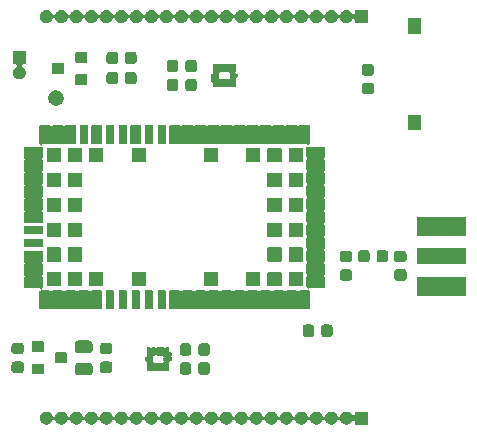
<source format=gts>
G04 #@! TF.GenerationSoftware,KiCad,Pcbnew,(5.99.0-539-g3370e8996)*
G04 #@! TF.CreationDate,2019-12-19T02:59:25-05:00*
G04 #@! TF.ProjectId,sara_r410m_02b_module_board,73617261-5f72-4343-9130-6d5f3032625f,rev?*
G04 #@! TF.SameCoordinates,Original*
G04 #@! TF.FileFunction,Soldermask,Top*
G04 #@! TF.FilePolarity,Negative*
%FSLAX46Y46*%
G04 Gerber Fmt 4.6, Leading zero omitted, Abs format (unit mm)*
G04 Created by KiCad (PCBNEW (5.99.0-539-g3370e8996)) date 2019-12-19 02:59:25*
%MOMM*%
%LPD*%
G04 APERTURE LIST*
G04 APERTURE END LIST*
G36*
X159747381Y-116446783D02*
G01*
X159770734Y-116445314D01*
X159821992Y-116456209D01*
X159865218Y-116461670D01*
X159886974Y-116470021D01*
X159918399Y-116476701D01*
X159957154Y-116496961D01*
X159989724Y-116509464D01*
X160015993Y-116527721D01*
X160052185Y-116546642D01*
X160077727Y-116570628D01*
X160099239Y-116585579D01*
X160126134Y-116616086D01*
X160162233Y-116649985D01*
X160175865Y-116672494D01*
X160187430Y-116685612D01*
X160209778Y-116728359D01*
X160258673Y-116779055D01*
X160327214Y-116795268D01*
X160393640Y-116771852D01*
X160436862Y-116716241D01*
X160445552Y-116670447D01*
X160445552Y-116512312D01*
X160451959Y-116480101D01*
X160463231Y-116463231D01*
X160480101Y-116451959D01*
X160512312Y-116445552D01*
X161487688Y-116445552D01*
X161519899Y-116451959D01*
X161536769Y-116463231D01*
X161548041Y-116480101D01*
X161554448Y-116512312D01*
X161554448Y-117487688D01*
X161551999Y-117500000D01*
X161548041Y-117519899D01*
X161536769Y-117536769D01*
X161519899Y-117548041D01*
X161500000Y-117551999D01*
X161487688Y-117554448D01*
X160512312Y-117554448D01*
X160480101Y-117548041D01*
X160463231Y-117536769D01*
X160451959Y-117519899D01*
X160445552Y-117487688D01*
X160445552Y-117329059D01*
X160425709Y-117261479D01*
X160372479Y-117215356D01*
X160302764Y-117205332D01*
X160238696Y-117234591D01*
X160215689Y-117263058D01*
X160204512Y-117280669D01*
X160180748Y-117323897D01*
X160168908Y-117336772D01*
X160154808Y-117358991D01*
X160118006Y-117392128D01*
X160090478Y-117422064D01*
X160068657Y-117436562D01*
X160042620Y-117460006D01*
X160006045Y-117478162D01*
X159979394Y-117495869D01*
X159946565Y-117507688D01*
X159907399Y-117527130D01*
X159875839Y-117533150D01*
X159853916Y-117541043D01*
X159810593Y-117545597D01*
X159759108Y-117555418D01*
X159735787Y-117553460D01*
X159721284Y-117554984D01*
X159669548Y-117547897D01*
X159608673Y-117542785D01*
X159594937Y-117537677D01*
X159589150Y-117536884D01*
X159532595Y-117514492D01*
X159467177Y-117490163D01*
X159408252Y-117447352D01*
X159356441Y-117410532D01*
X159354537Y-117408326D01*
X159345044Y-117401429D01*
X159305302Y-117351287D01*
X159269300Y-117309579D01*
X159264001Y-117299179D01*
X159251272Y-117283119D01*
X159229840Y-117232135D01*
X159206252Y-117185840D01*
X159157891Y-117134634D01*
X159089524Y-117117704D01*
X159022856Y-117140423D01*
X158984701Y-117195101D01*
X158982284Y-117193772D01*
X158970780Y-117214697D01*
X158965699Y-117231527D01*
X158934510Y-117280673D01*
X158910747Y-117323898D01*
X158898908Y-117336772D01*
X158884808Y-117358991D01*
X158848006Y-117392128D01*
X158820478Y-117422064D01*
X158798657Y-117436562D01*
X158772620Y-117460006D01*
X158736045Y-117478162D01*
X158709394Y-117495869D01*
X158676565Y-117507688D01*
X158637399Y-117527130D01*
X158605839Y-117533150D01*
X158583916Y-117541043D01*
X158540593Y-117545597D01*
X158489108Y-117555418D01*
X158465787Y-117553460D01*
X158451284Y-117554984D01*
X158399548Y-117547897D01*
X158338673Y-117542785D01*
X158324937Y-117537677D01*
X158319150Y-117536884D01*
X158262595Y-117514492D01*
X158197177Y-117490163D01*
X158138252Y-117447352D01*
X158086441Y-117410532D01*
X158084537Y-117408326D01*
X158075044Y-117401429D01*
X158035302Y-117351287D01*
X157999300Y-117309579D01*
X157994001Y-117299179D01*
X157981272Y-117283119D01*
X157959840Y-117232135D01*
X157936252Y-117185840D01*
X157887891Y-117134634D01*
X157819524Y-117117704D01*
X157752856Y-117140423D01*
X157714701Y-117195101D01*
X157712284Y-117193772D01*
X157700780Y-117214697D01*
X157695699Y-117231527D01*
X157664510Y-117280673D01*
X157640747Y-117323898D01*
X157628908Y-117336772D01*
X157614808Y-117358991D01*
X157578006Y-117392128D01*
X157550478Y-117422064D01*
X157528657Y-117436562D01*
X157502620Y-117460006D01*
X157466045Y-117478162D01*
X157439394Y-117495869D01*
X157406565Y-117507688D01*
X157367399Y-117527130D01*
X157335839Y-117533150D01*
X157313916Y-117541043D01*
X157270593Y-117545597D01*
X157219108Y-117555418D01*
X157195787Y-117553460D01*
X157181284Y-117554984D01*
X157129548Y-117547897D01*
X157068673Y-117542785D01*
X157054937Y-117537677D01*
X157049150Y-117536884D01*
X156992595Y-117514492D01*
X156927177Y-117490163D01*
X156868252Y-117447352D01*
X156816441Y-117410532D01*
X156814537Y-117408326D01*
X156805044Y-117401429D01*
X156765302Y-117351287D01*
X156729300Y-117309579D01*
X156724001Y-117299179D01*
X156711272Y-117283119D01*
X156689840Y-117232135D01*
X156666252Y-117185840D01*
X156617891Y-117134634D01*
X156549524Y-117117704D01*
X156482856Y-117140423D01*
X156444701Y-117195101D01*
X156442284Y-117193772D01*
X156430780Y-117214697D01*
X156425699Y-117231527D01*
X156394510Y-117280673D01*
X156370747Y-117323898D01*
X156358908Y-117336772D01*
X156344808Y-117358991D01*
X156308006Y-117392128D01*
X156280478Y-117422064D01*
X156258657Y-117436562D01*
X156232620Y-117460006D01*
X156196045Y-117478162D01*
X156169394Y-117495869D01*
X156136565Y-117507688D01*
X156097399Y-117527130D01*
X156065839Y-117533150D01*
X156043916Y-117541043D01*
X156000593Y-117545597D01*
X155949108Y-117555418D01*
X155925787Y-117553460D01*
X155911284Y-117554984D01*
X155859548Y-117547897D01*
X155798673Y-117542785D01*
X155784937Y-117537677D01*
X155779150Y-117536884D01*
X155722595Y-117514492D01*
X155657177Y-117490163D01*
X155598252Y-117447352D01*
X155546441Y-117410532D01*
X155544537Y-117408326D01*
X155535044Y-117401429D01*
X155495302Y-117351287D01*
X155459300Y-117309579D01*
X155454001Y-117299179D01*
X155441272Y-117283119D01*
X155419840Y-117232135D01*
X155396252Y-117185840D01*
X155347891Y-117134634D01*
X155279524Y-117117704D01*
X155212856Y-117140423D01*
X155174701Y-117195101D01*
X155172284Y-117193772D01*
X155160780Y-117214697D01*
X155155699Y-117231527D01*
X155124510Y-117280673D01*
X155100747Y-117323898D01*
X155088908Y-117336772D01*
X155074808Y-117358991D01*
X155038006Y-117392128D01*
X155010478Y-117422064D01*
X154988657Y-117436562D01*
X154962620Y-117460006D01*
X154926045Y-117478162D01*
X154899394Y-117495869D01*
X154866565Y-117507688D01*
X154827399Y-117527130D01*
X154795839Y-117533150D01*
X154773916Y-117541043D01*
X154730593Y-117545597D01*
X154679108Y-117555418D01*
X154655787Y-117553460D01*
X154641284Y-117554984D01*
X154589548Y-117547897D01*
X154528673Y-117542785D01*
X154514937Y-117537677D01*
X154509150Y-117536884D01*
X154452595Y-117514492D01*
X154387177Y-117490163D01*
X154328252Y-117447352D01*
X154276441Y-117410532D01*
X154274537Y-117408326D01*
X154265044Y-117401429D01*
X154225302Y-117351287D01*
X154189300Y-117309579D01*
X154184001Y-117299179D01*
X154171272Y-117283119D01*
X154149840Y-117232135D01*
X154126252Y-117185840D01*
X154077891Y-117134634D01*
X154009524Y-117117704D01*
X153942856Y-117140423D01*
X153904701Y-117195101D01*
X153902284Y-117193772D01*
X153890780Y-117214697D01*
X153885699Y-117231527D01*
X153854510Y-117280673D01*
X153830747Y-117323898D01*
X153818908Y-117336772D01*
X153804808Y-117358991D01*
X153768006Y-117392128D01*
X153740478Y-117422064D01*
X153718657Y-117436562D01*
X153692620Y-117460006D01*
X153656045Y-117478162D01*
X153629394Y-117495869D01*
X153596565Y-117507688D01*
X153557399Y-117527130D01*
X153525839Y-117533150D01*
X153503916Y-117541043D01*
X153460593Y-117545597D01*
X153409108Y-117555418D01*
X153385787Y-117553460D01*
X153371284Y-117554984D01*
X153319548Y-117547897D01*
X153258673Y-117542785D01*
X153244937Y-117537677D01*
X153239150Y-117536884D01*
X153182595Y-117514492D01*
X153117177Y-117490163D01*
X153058252Y-117447352D01*
X153006441Y-117410532D01*
X153004537Y-117408326D01*
X152995044Y-117401429D01*
X152955302Y-117351287D01*
X152919300Y-117309579D01*
X152914001Y-117299179D01*
X152901272Y-117283119D01*
X152879840Y-117232135D01*
X152856252Y-117185840D01*
X152807891Y-117134634D01*
X152739524Y-117117704D01*
X152672856Y-117140423D01*
X152634701Y-117195101D01*
X152632284Y-117193772D01*
X152620780Y-117214697D01*
X152615699Y-117231527D01*
X152584510Y-117280673D01*
X152560747Y-117323898D01*
X152548908Y-117336772D01*
X152534808Y-117358991D01*
X152498006Y-117392128D01*
X152470478Y-117422064D01*
X152448657Y-117436562D01*
X152422620Y-117460006D01*
X152386045Y-117478162D01*
X152359394Y-117495869D01*
X152326565Y-117507688D01*
X152287399Y-117527130D01*
X152255839Y-117533150D01*
X152233916Y-117541043D01*
X152190593Y-117545597D01*
X152139108Y-117555418D01*
X152115787Y-117553460D01*
X152101284Y-117554984D01*
X152049548Y-117547897D01*
X151988673Y-117542785D01*
X151974937Y-117537677D01*
X151969150Y-117536884D01*
X151912595Y-117514492D01*
X151847177Y-117490163D01*
X151788252Y-117447352D01*
X151736441Y-117410532D01*
X151734537Y-117408326D01*
X151725044Y-117401429D01*
X151685302Y-117351287D01*
X151649300Y-117309579D01*
X151644001Y-117299179D01*
X151631272Y-117283119D01*
X151609840Y-117232135D01*
X151586252Y-117185840D01*
X151537891Y-117134634D01*
X151469524Y-117117704D01*
X151402856Y-117140423D01*
X151364701Y-117195101D01*
X151362284Y-117193772D01*
X151350780Y-117214697D01*
X151345699Y-117231527D01*
X151314510Y-117280673D01*
X151290747Y-117323898D01*
X151278908Y-117336772D01*
X151264808Y-117358991D01*
X151228006Y-117392128D01*
X151200478Y-117422064D01*
X151178657Y-117436562D01*
X151152620Y-117460006D01*
X151116045Y-117478162D01*
X151089394Y-117495869D01*
X151056565Y-117507688D01*
X151017399Y-117527130D01*
X150985839Y-117533150D01*
X150963916Y-117541043D01*
X150920593Y-117545597D01*
X150869108Y-117555418D01*
X150845787Y-117553460D01*
X150831284Y-117554984D01*
X150779548Y-117547897D01*
X150718673Y-117542785D01*
X150704937Y-117537677D01*
X150699150Y-117536884D01*
X150642595Y-117514492D01*
X150577177Y-117490163D01*
X150518252Y-117447352D01*
X150466441Y-117410532D01*
X150464537Y-117408326D01*
X150455044Y-117401429D01*
X150415302Y-117351287D01*
X150379300Y-117309579D01*
X150374001Y-117299179D01*
X150361272Y-117283119D01*
X150339840Y-117232135D01*
X150316252Y-117185840D01*
X150267891Y-117134634D01*
X150199524Y-117117704D01*
X150132856Y-117140423D01*
X150094701Y-117195101D01*
X150092284Y-117193772D01*
X150080780Y-117214697D01*
X150075699Y-117231527D01*
X150044510Y-117280673D01*
X150020747Y-117323898D01*
X150008908Y-117336772D01*
X149994808Y-117358991D01*
X149958006Y-117392128D01*
X149930478Y-117422064D01*
X149908657Y-117436562D01*
X149882620Y-117460006D01*
X149846045Y-117478162D01*
X149819394Y-117495869D01*
X149786565Y-117507688D01*
X149747399Y-117527130D01*
X149715839Y-117533150D01*
X149693916Y-117541043D01*
X149650593Y-117545597D01*
X149599108Y-117555418D01*
X149575787Y-117553460D01*
X149561284Y-117554984D01*
X149509548Y-117547897D01*
X149448673Y-117542785D01*
X149434937Y-117537677D01*
X149429150Y-117536884D01*
X149372595Y-117514492D01*
X149307177Y-117490163D01*
X149248252Y-117447352D01*
X149196441Y-117410532D01*
X149194537Y-117408326D01*
X149185044Y-117401429D01*
X149145302Y-117351287D01*
X149109300Y-117309579D01*
X149104001Y-117299179D01*
X149091272Y-117283119D01*
X149069840Y-117232135D01*
X149046252Y-117185840D01*
X148997891Y-117134634D01*
X148929524Y-117117704D01*
X148862856Y-117140423D01*
X148824701Y-117195101D01*
X148822284Y-117193772D01*
X148810780Y-117214697D01*
X148805699Y-117231527D01*
X148774510Y-117280673D01*
X148750747Y-117323898D01*
X148738908Y-117336772D01*
X148724808Y-117358991D01*
X148688006Y-117392128D01*
X148660478Y-117422064D01*
X148638657Y-117436562D01*
X148612620Y-117460006D01*
X148576045Y-117478162D01*
X148549394Y-117495869D01*
X148516565Y-117507688D01*
X148477399Y-117527130D01*
X148445839Y-117533150D01*
X148423916Y-117541043D01*
X148380593Y-117545597D01*
X148329108Y-117555418D01*
X148305787Y-117553460D01*
X148291284Y-117554984D01*
X148239548Y-117547897D01*
X148178673Y-117542785D01*
X148164937Y-117537677D01*
X148159150Y-117536884D01*
X148102595Y-117514492D01*
X148037177Y-117490163D01*
X147978252Y-117447352D01*
X147926441Y-117410532D01*
X147924537Y-117408326D01*
X147915044Y-117401429D01*
X147875302Y-117351287D01*
X147839300Y-117309579D01*
X147834001Y-117299179D01*
X147821272Y-117283119D01*
X147799840Y-117232135D01*
X147776252Y-117185840D01*
X147727891Y-117134634D01*
X147659524Y-117117704D01*
X147592856Y-117140423D01*
X147554701Y-117195101D01*
X147552284Y-117193772D01*
X147540780Y-117214697D01*
X147535699Y-117231527D01*
X147504510Y-117280673D01*
X147480747Y-117323898D01*
X147468908Y-117336772D01*
X147454808Y-117358991D01*
X147418006Y-117392128D01*
X147390478Y-117422064D01*
X147368657Y-117436562D01*
X147342620Y-117460006D01*
X147306045Y-117478162D01*
X147279394Y-117495869D01*
X147246565Y-117507688D01*
X147207399Y-117527130D01*
X147175839Y-117533150D01*
X147153916Y-117541043D01*
X147110593Y-117545597D01*
X147059108Y-117555418D01*
X147035787Y-117553460D01*
X147021284Y-117554984D01*
X146969548Y-117547897D01*
X146908673Y-117542785D01*
X146894937Y-117537677D01*
X146889150Y-117536884D01*
X146832595Y-117514492D01*
X146767177Y-117490163D01*
X146708252Y-117447352D01*
X146656441Y-117410532D01*
X146654537Y-117408326D01*
X146645044Y-117401429D01*
X146605302Y-117351287D01*
X146569300Y-117309579D01*
X146564001Y-117299179D01*
X146551272Y-117283119D01*
X146529840Y-117232135D01*
X146506252Y-117185840D01*
X146457891Y-117134634D01*
X146389524Y-117117704D01*
X146322856Y-117140423D01*
X146284701Y-117195101D01*
X146282284Y-117193772D01*
X146270780Y-117214697D01*
X146265699Y-117231527D01*
X146234510Y-117280673D01*
X146210747Y-117323898D01*
X146198908Y-117336772D01*
X146184808Y-117358991D01*
X146148006Y-117392128D01*
X146120478Y-117422064D01*
X146098657Y-117436562D01*
X146072620Y-117460006D01*
X146036045Y-117478162D01*
X146009394Y-117495869D01*
X145976565Y-117507688D01*
X145937399Y-117527130D01*
X145905839Y-117533150D01*
X145883916Y-117541043D01*
X145840593Y-117545597D01*
X145789108Y-117555418D01*
X145765787Y-117553460D01*
X145751284Y-117554984D01*
X145699548Y-117547897D01*
X145638673Y-117542785D01*
X145624937Y-117537677D01*
X145619150Y-117536884D01*
X145562595Y-117514492D01*
X145497177Y-117490163D01*
X145438252Y-117447352D01*
X145386441Y-117410532D01*
X145384537Y-117408326D01*
X145375044Y-117401429D01*
X145335302Y-117351287D01*
X145299300Y-117309579D01*
X145294001Y-117299179D01*
X145281272Y-117283119D01*
X145259840Y-117232135D01*
X145236252Y-117185840D01*
X145187891Y-117134634D01*
X145119524Y-117117704D01*
X145052856Y-117140423D01*
X145014701Y-117195101D01*
X145012284Y-117193772D01*
X145000780Y-117214697D01*
X144995699Y-117231527D01*
X144964510Y-117280673D01*
X144940747Y-117323898D01*
X144928908Y-117336772D01*
X144914808Y-117358991D01*
X144878006Y-117392128D01*
X144850478Y-117422064D01*
X144828657Y-117436562D01*
X144802620Y-117460006D01*
X144766045Y-117478162D01*
X144739394Y-117495869D01*
X144706565Y-117507688D01*
X144667399Y-117527130D01*
X144635839Y-117533150D01*
X144613916Y-117541043D01*
X144570593Y-117545597D01*
X144519108Y-117555418D01*
X144495787Y-117553460D01*
X144481284Y-117554984D01*
X144429548Y-117547897D01*
X144368673Y-117542785D01*
X144354937Y-117537677D01*
X144349150Y-117536884D01*
X144292595Y-117514492D01*
X144227177Y-117490163D01*
X144168252Y-117447352D01*
X144116441Y-117410532D01*
X144114537Y-117408326D01*
X144105044Y-117401429D01*
X144065302Y-117351287D01*
X144029300Y-117309579D01*
X144024001Y-117299179D01*
X144011272Y-117283119D01*
X143989840Y-117232135D01*
X143966252Y-117185840D01*
X143917891Y-117134634D01*
X143849524Y-117117704D01*
X143782856Y-117140423D01*
X143744701Y-117195101D01*
X143742284Y-117193772D01*
X143730780Y-117214697D01*
X143725699Y-117231527D01*
X143694510Y-117280673D01*
X143670747Y-117323898D01*
X143658908Y-117336772D01*
X143644808Y-117358991D01*
X143608006Y-117392128D01*
X143580478Y-117422064D01*
X143558657Y-117436562D01*
X143532620Y-117460006D01*
X143496045Y-117478162D01*
X143469394Y-117495869D01*
X143436565Y-117507688D01*
X143397399Y-117527130D01*
X143365839Y-117533150D01*
X143343916Y-117541043D01*
X143300593Y-117545597D01*
X143249108Y-117555418D01*
X143225787Y-117553460D01*
X143211284Y-117554984D01*
X143159548Y-117547897D01*
X143098673Y-117542785D01*
X143084937Y-117537677D01*
X143079150Y-117536884D01*
X143022595Y-117514492D01*
X142957177Y-117490163D01*
X142898252Y-117447352D01*
X142846441Y-117410532D01*
X142844537Y-117408326D01*
X142835044Y-117401429D01*
X142795302Y-117351287D01*
X142759300Y-117309579D01*
X142754001Y-117299179D01*
X142741272Y-117283119D01*
X142719840Y-117232135D01*
X142696252Y-117185840D01*
X142647891Y-117134634D01*
X142579524Y-117117704D01*
X142512856Y-117140423D01*
X142474701Y-117195101D01*
X142472284Y-117193772D01*
X142460780Y-117214697D01*
X142455699Y-117231527D01*
X142424510Y-117280673D01*
X142400747Y-117323898D01*
X142388908Y-117336772D01*
X142374808Y-117358991D01*
X142338006Y-117392128D01*
X142310478Y-117422064D01*
X142288657Y-117436562D01*
X142262620Y-117460006D01*
X142226045Y-117478162D01*
X142199394Y-117495869D01*
X142166565Y-117507688D01*
X142127399Y-117527130D01*
X142095839Y-117533150D01*
X142073916Y-117541043D01*
X142030593Y-117545597D01*
X141979108Y-117555418D01*
X141955787Y-117553460D01*
X141941284Y-117554984D01*
X141889548Y-117547897D01*
X141828673Y-117542785D01*
X141814937Y-117537677D01*
X141809150Y-117536884D01*
X141752595Y-117514492D01*
X141687177Y-117490163D01*
X141628252Y-117447352D01*
X141576441Y-117410532D01*
X141574537Y-117408326D01*
X141565044Y-117401429D01*
X141525302Y-117351287D01*
X141489300Y-117309579D01*
X141484001Y-117299179D01*
X141471272Y-117283119D01*
X141449840Y-117232135D01*
X141426252Y-117185840D01*
X141377891Y-117134634D01*
X141309524Y-117117704D01*
X141242856Y-117140423D01*
X141204701Y-117195101D01*
X141202284Y-117193772D01*
X141190780Y-117214697D01*
X141185699Y-117231527D01*
X141154510Y-117280673D01*
X141130747Y-117323898D01*
X141118908Y-117336772D01*
X141104808Y-117358991D01*
X141068006Y-117392128D01*
X141040478Y-117422064D01*
X141018657Y-117436562D01*
X140992620Y-117460006D01*
X140956045Y-117478162D01*
X140929394Y-117495869D01*
X140896565Y-117507688D01*
X140857399Y-117527130D01*
X140825839Y-117533150D01*
X140803916Y-117541043D01*
X140760593Y-117545597D01*
X140709108Y-117555418D01*
X140685787Y-117553460D01*
X140671284Y-117554984D01*
X140619548Y-117547897D01*
X140558673Y-117542785D01*
X140544937Y-117537677D01*
X140539150Y-117536884D01*
X140482595Y-117514492D01*
X140417177Y-117490163D01*
X140358252Y-117447352D01*
X140306441Y-117410532D01*
X140304537Y-117408326D01*
X140295044Y-117401429D01*
X140255302Y-117351287D01*
X140219300Y-117309579D01*
X140214001Y-117299179D01*
X140201272Y-117283119D01*
X140179840Y-117232135D01*
X140156252Y-117185840D01*
X140107891Y-117134634D01*
X140039524Y-117117704D01*
X139972856Y-117140423D01*
X139934701Y-117195101D01*
X139932284Y-117193772D01*
X139920780Y-117214697D01*
X139915699Y-117231527D01*
X139884510Y-117280673D01*
X139860747Y-117323898D01*
X139848908Y-117336772D01*
X139834808Y-117358991D01*
X139798006Y-117392128D01*
X139770478Y-117422064D01*
X139748657Y-117436562D01*
X139722620Y-117460006D01*
X139686045Y-117478162D01*
X139659394Y-117495869D01*
X139626565Y-117507688D01*
X139587399Y-117527130D01*
X139555839Y-117533150D01*
X139533916Y-117541043D01*
X139490593Y-117545597D01*
X139439108Y-117555418D01*
X139415787Y-117553460D01*
X139401284Y-117554984D01*
X139349548Y-117547897D01*
X139288673Y-117542785D01*
X139274937Y-117537677D01*
X139269150Y-117536884D01*
X139212595Y-117514492D01*
X139147177Y-117490163D01*
X139088252Y-117447352D01*
X139036441Y-117410532D01*
X139034537Y-117408326D01*
X139025044Y-117401429D01*
X138985302Y-117351287D01*
X138949300Y-117309579D01*
X138944001Y-117299179D01*
X138931272Y-117283119D01*
X138909840Y-117232135D01*
X138886252Y-117185840D01*
X138837891Y-117134634D01*
X138769524Y-117117704D01*
X138702856Y-117140423D01*
X138664701Y-117195101D01*
X138662284Y-117193772D01*
X138650780Y-117214697D01*
X138645699Y-117231527D01*
X138614510Y-117280673D01*
X138590747Y-117323898D01*
X138578908Y-117336772D01*
X138564808Y-117358991D01*
X138528006Y-117392128D01*
X138500478Y-117422064D01*
X138478657Y-117436562D01*
X138452620Y-117460006D01*
X138416045Y-117478162D01*
X138389394Y-117495869D01*
X138356565Y-117507688D01*
X138317399Y-117527130D01*
X138285839Y-117533150D01*
X138263916Y-117541043D01*
X138220593Y-117545597D01*
X138169108Y-117555418D01*
X138145787Y-117553460D01*
X138131284Y-117554984D01*
X138079548Y-117547897D01*
X138018673Y-117542785D01*
X138004937Y-117537677D01*
X137999150Y-117536884D01*
X137942595Y-117514492D01*
X137877177Y-117490163D01*
X137818252Y-117447352D01*
X137766441Y-117410532D01*
X137764537Y-117408326D01*
X137755044Y-117401429D01*
X137715302Y-117351287D01*
X137679300Y-117309579D01*
X137674001Y-117299179D01*
X137661272Y-117283119D01*
X137639840Y-117232135D01*
X137616252Y-117185840D01*
X137567891Y-117134634D01*
X137499524Y-117117704D01*
X137432856Y-117140423D01*
X137394701Y-117195101D01*
X137392284Y-117193772D01*
X137380780Y-117214697D01*
X137375699Y-117231527D01*
X137344510Y-117280673D01*
X137320747Y-117323898D01*
X137308908Y-117336772D01*
X137294808Y-117358991D01*
X137258006Y-117392128D01*
X137230478Y-117422064D01*
X137208657Y-117436562D01*
X137182620Y-117460006D01*
X137146045Y-117478162D01*
X137119394Y-117495869D01*
X137086565Y-117507688D01*
X137047399Y-117527130D01*
X137015839Y-117533150D01*
X136993916Y-117541043D01*
X136950593Y-117545597D01*
X136899108Y-117555418D01*
X136875787Y-117553460D01*
X136861284Y-117554984D01*
X136809548Y-117547897D01*
X136748673Y-117542785D01*
X136734937Y-117537677D01*
X136729150Y-117536884D01*
X136672595Y-117514492D01*
X136607177Y-117490163D01*
X136548252Y-117447352D01*
X136496441Y-117410532D01*
X136494537Y-117408326D01*
X136485044Y-117401429D01*
X136445302Y-117351287D01*
X136409300Y-117309579D01*
X136404001Y-117299179D01*
X136391272Y-117283119D01*
X136369840Y-117232135D01*
X136346252Y-117185840D01*
X136297891Y-117134634D01*
X136229524Y-117117704D01*
X136162856Y-117140423D01*
X136124701Y-117195101D01*
X136122284Y-117193772D01*
X136110780Y-117214697D01*
X136105699Y-117231527D01*
X136074510Y-117280673D01*
X136050747Y-117323898D01*
X136038908Y-117336772D01*
X136024808Y-117358991D01*
X135988006Y-117392128D01*
X135960478Y-117422064D01*
X135938657Y-117436562D01*
X135912620Y-117460006D01*
X135876045Y-117478162D01*
X135849394Y-117495869D01*
X135816565Y-117507688D01*
X135777399Y-117527130D01*
X135745839Y-117533150D01*
X135723916Y-117541043D01*
X135680593Y-117545597D01*
X135629108Y-117555418D01*
X135605787Y-117553460D01*
X135591284Y-117554984D01*
X135539548Y-117547897D01*
X135478673Y-117542785D01*
X135464937Y-117537677D01*
X135459150Y-117536884D01*
X135402595Y-117514492D01*
X135337177Y-117490163D01*
X135278252Y-117447352D01*
X135226441Y-117410532D01*
X135224537Y-117408326D01*
X135215044Y-117401429D01*
X135175302Y-117351287D01*
X135139300Y-117309579D01*
X135134001Y-117299179D01*
X135121272Y-117283119D01*
X135099840Y-117232135D01*
X135076252Y-117185840D01*
X135027891Y-117134634D01*
X134959524Y-117117704D01*
X134892856Y-117140423D01*
X134854701Y-117195101D01*
X134852284Y-117193772D01*
X134840780Y-117214697D01*
X134835699Y-117231527D01*
X134804510Y-117280673D01*
X134780747Y-117323898D01*
X134768908Y-117336772D01*
X134754808Y-117358991D01*
X134718006Y-117392128D01*
X134690478Y-117422064D01*
X134668657Y-117436562D01*
X134642620Y-117460006D01*
X134606045Y-117478162D01*
X134579394Y-117495869D01*
X134546565Y-117507688D01*
X134507399Y-117527130D01*
X134475839Y-117533150D01*
X134453916Y-117541043D01*
X134410593Y-117545597D01*
X134359108Y-117555418D01*
X134335787Y-117553460D01*
X134321284Y-117554984D01*
X134269548Y-117547897D01*
X134208673Y-117542785D01*
X134194937Y-117537677D01*
X134189150Y-117536884D01*
X134132595Y-117514492D01*
X134067177Y-117490163D01*
X134008252Y-117447352D01*
X133956441Y-117410532D01*
X133954537Y-117408326D01*
X133945044Y-117401429D01*
X133905302Y-117351287D01*
X133869300Y-117309579D01*
X133864001Y-117299179D01*
X133851272Y-117283119D01*
X133829838Y-117232129D01*
X133808754Y-117190749D01*
X133804096Y-117170892D01*
X133792771Y-117143950D01*
X133786928Y-117097696D01*
X133778299Y-117060909D01*
X133778604Y-117031808D01*
X133773850Y-116994176D01*
X133779392Y-116956647D01*
X133779697Y-116927552D01*
X133789092Y-116890961D01*
X133795904Y-116844831D01*
X133807791Y-116818132D01*
X133812864Y-116798375D01*
X133834815Y-116757436D01*
X133857307Y-116706918D01*
X133870366Y-116691132D01*
X133875883Y-116680843D01*
X133912753Y-116639895D01*
X133953535Y-116590598D01*
X133963171Y-116583901D01*
X133965122Y-116581734D01*
X134017700Y-116546002D01*
X134077500Y-116504440D01*
X134143435Y-116481479D01*
X134200424Y-116460285D01*
X134206223Y-116459614D01*
X134220067Y-116454793D01*
X134281037Y-116450957D01*
X134332909Y-116444955D01*
X134347381Y-116446783D01*
X134370734Y-116445314D01*
X134421992Y-116456209D01*
X134465218Y-116461670D01*
X134486974Y-116470021D01*
X134518399Y-116476701D01*
X134557154Y-116496961D01*
X134589724Y-116509464D01*
X134615993Y-116527721D01*
X134652185Y-116546642D01*
X134677727Y-116570628D01*
X134699239Y-116585579D01*
X134726135Y-116616086D01*
X134762233Y-116649985D01*
X134775865Y-116672493D01*
X134787433Y-116685615D01*
X134810288Y-116729333D01*
X134840437Y-116779114D01*
X134845164Y-116796043D01*
X134854110Y-116813156D01*
X134903004Y-116863852D01*
X134971545Y-116880065D01*
X135037971Y-116856649D01*
X135070536Y-116808930D01*
X135075715Y-116811707D01*
X135104816Y-116757433D01*
X135127307Y-116706918D01*
X135140366Y-116691132D01*
X135145883Y-116680843D01*
X135182753Y-116639895D01*
X135223535Y-116590598D01*
X135233171Y-116583901D01*
X135235122Y-116581734D01*
X135287700Y-116546002D01*
X135347500Y-116504440D01*
X135413435Y-116481479D01*
X135470424Y-116460285D01*
X135476223Y-116459614D01*
X135490067Y-116454793D01*
X135551037Y-116450957D01*
X135602909Y-116444955D01*
X135617381Y-116446783D01*
X135640734Y-116445314D01*
X135691992Y-116456209D01*
X135735218Y-116461670D01*
X135756974Y-116470021D01*
X135788399Y-116476701D01*
X135827154Y-116496961D01*
X135859724Y-116509464D01*
X135885993Y-116527721D01*
X135922185Y-116546642D01*
X135947727Y-116570628D01*
X135969239Y-116585579D01*
X135996135Y-116616086D01*
X136032233Y-116649985D01*
X136045865Y-116672493D01*
X136057433Y-116685615D01*
X136080288Y-116729333D01*
X136110437Y-116779114D01*
X136115164Y-116796043D01*
X136124110Y-116813156D01*
X136173004Y-116863852D01*
X136241545Y-116880065D01*
X136307971Y-116856649D01*
X136340536Y-116808930D01*
X136345715Y-116811707D01*
X136374816Y-116757433D01*
X136397307Y-116706918D01*
X136410366Y-116691132D01*
X136415883Y-116680843D01*
X136452753Y-116639895D01*
X136493535Y-116590598D01*
X136503171Y-116583901D01*
X136505122Y-116581734D01*
X136557700Y-116546002D01*
X136617500Y-116504440D01*
X136683435Y-116481479D01*
X136740424Y-116460285D01*
X136746223Y-116459614D01*
X136760067Y-116454793D01*
X136821037Y-116450957D01*
X136872909Y-116444955D01*
X136887381Y-116446783D01*
X136910734Y-116445314D01*
X136961992Y-116456209D01*
X137005218Y-116461670D01*
X137026974Y-116470021D01*
X137058399Y-116476701D01*
X137097154Y-116496961D01*
X137129724Y-116509464D01*
X137155993Y-116527721D01*
X137192185Y-116546642D01*
X137217727Y-116570628D01*
X137239239Y-116585579D01*
X137266135Y-116616086D01*
X137302233Y-116649985D01*
X137315865Y-116672493D01*
X137327433Y-116685615D01*
X137350288Y-116729333D01*
X137380437Y-116779114D01*
X137385164Y-116796043D01*
X137394110Y-116813156D01*
X137443004Y-116863852D01*
X137511545Y-116880065D01*
X137577971Y-116856649D01*
X137610536Y-116808930D01*
X137615715Y-116811707D01*
X137644816Y-116757433D01*
X137667307Y-116706918D01*
X137680366Y-116691132D01*
X137685883Y-116680843D01*
X137722753Y-116639895D01*
X137763535Y-116590598D01*
X137773171Y-116583901D01*
X137775122Y-116581734D01*
X137827700Y-116546002D01*
X137887500Y-116504440D01*
X137953435Y-116481479D01*
X138010424Y-116460285D01*
X138016223Y-116459614D01*
X138030067Y-116454793D01*
X138091037Y-116450957D01*
X138142909Y-116444955D01*
X138157381Y-116446783D01*
X138180734Y-116445314D01*
X138231992Y-116456209D01*
X138275218Y-116461670D01*
X138296974Y-116470021D01*
X138328399Y-116476701D01*
X138367154Y-116496961D01*
X138399724Y-116509464D01*
X138425993Y-116527721D01*
X138462185Y-116546642D01*
X138487727Y-116570628D01*
X138509239Y-116585579D01*
X138536135Y-116616086D01*
X138572233Y-116649985D01*
X138585865Y-116672493D01*
X138597433Y-116685615D01*
X138620288Y-116729333D01*
X138650437Y-116779114D01*
X138655164Y-116796043D01*
X138664110Y-116813156D01*
X138713004Y-116863852D01*
X138781545Y-116880065D01*
X138847971Y-116856649D01*
X138880536Y-116808930D01*
X138885715Y-116811707D01*
X138914816Y-116757433D01*
X138937307Y-116706918D01*
X138950366Y-116691132D01*
X138955883Y-116680843D01*
X138992753Y-116639895D01*
X139033535Y-116590598D01*
X139043171Y-116583901D01*
X139045122Y-116581734D01*
X139097700Y-116546002D01*
X139157500Y-116504440D01*
X139223435Y-116481479D01*
X139280424Y-116460285D01*
X139286223Y-116459614D01*
X139300067Y-116454793D01*
X139361037Y-116450957D01*
X139412909Y-116444955D01*
X139427381Y-116446783D01*
X139450734Y-116445314D01*
X139501992Y-116456209D01*
X139545218Y-116461670D01*
X139566974Y-116470021D01*
X139598399Y-116476701D01*
X139637154Y-116496961D01*
X139669724Y-116509464D01*
X139695993Y-116527721D01*
X139732185Y-116546642D01*
X139757727Y-116570628D01*
X139779239Y-116585579D01*
X139806135Y-116616086D01*
X139842233Y-116649985D01*
X139855865Y-116672493D01*
X139867433Y-116685615D01*
X139890288Y-116729333D01*
X139920437Y-116779114D01*
X139925164Y-116796043D01*
X139934110Y-116813156D01*
X139983004Y-116863852D01*
X140051545Y-116880065D01*
X140117971Y-116856649D01*
X140150536Y-116808930D01*
X140155715Y-116811707D01*
X140184816Y-116757433D01*
X140207307Y-116706918D01*
X140220366Y-116691132D01*
X140225883Y-116680843D01*
X140262753Y-116639895D01*
X140303535Y-116590598D01*
X140313171Y-116583901D01*
X140315122Y-116581734D01*
X140367700Y-116546002D01*
X140427500Y-116504440D01*
X140493435Y-116481479D01*
X140550424Y-116460285D01*
X140556223Y-116459614D01*
X140570067Y-116454793D01*
X140631037Y-116450957D01*
X140682909Y-116444955D01*
X140697381Y-116446783D01*
X140720734Y-116445314D01*
X140771992Y-116456209D01*
X140815218Y-116461670D01*
X140836974Y-116470021D01*
X140868399Y-116476701D01*
X140907154Y-116496961D01*
X140939724Y-116509464D01*
X140965993Y-116527721D01*
X141002185Y-116546642D01*
X141027727Y-116570628D01*
X141049239Y-116585579D01*
X141076135Y-116616086D01*
X141112233Y-116649985D01*
X141125865Y-116672493D01*
X141137433Y-116685615D01*
X141160288Y-116729333D01*
X141190437Y-116779114D01*
X141195164Y-116796043D01*
X141204110Y-116813156D01*
X141253004Y-116863852D01*
X141321545Y-116880065D01*
X141387971Y-116856649D01*
X141420536Y-116808930D01*
X141425715Y-116811707D01*
X141454816Y-116757433D01*
X141477307Y-116706918D01*
X141490366Y-116691132D01*
X141495883Y-116680843D01*
X141532753Y-116639895D01*
X141573535Y-116590598D01*
X141583171Y-116583901D01*
X141585122Y-116581734D01*
X141637700Y-116546002D01*
X141697500Y-116504440D01*
X141763435Y-116481479D01*
X141820424Y-116460285D01*
X141826223Y-116459614D01*
X141840067Y-116454793D01*
X141901037Y-116450957D01*
X141952909Y-116444955D01*
X141967381Y-116446783D01*
X141990734Y-116445314D01*
X142041992Y-116456209D01*
X142085218Y-116461670D01*
X142106974Y-116470021D01*
X142138399Y-116476701D01*
X142177154Y-116496961D01*
X142209724Y-116509464D01*
X142235993Y-116527721D01*
X142272185Y-116546642D01*
X142297727Y-116570628D01*
X142319239Y-116585579D01*
X142346135Y-116616086D01*
X142382233Y-116649985D01*
X142395865Y-116672493D01*
X142407433Y-116685615D01*
X142430288Y-116729333D01*
X142460437Y-116779114D01*
X142465164Y-116796043D01*
X142474110Y-116813156D01*
X142523004Y-116863852D01*
X142591545Y-116880065D01*
X142657971Y-116856649D01*
X142690536Y-116808930D01*
X142695715Y-116811707D01*
X142724816Y-116757433D01*
X142747307Y-116706918D01*
X142760366Y-116691132D01*
X142765883Y-116680843D01*
X142802753Y-116639895D01*
X142843535Y-116590598D01*
X142853171Y-116583901D01*
X142855122Y-116581734D01*
X142907700Y-116546002D01*
X142967500Y-116504440D01*
X143033435Y-116481479D01*
X143090424Y-116460285D01*
X143096223Y-116459614D01*
X143110067Y-116454793D01*
X143171037Y-116450957D01*
X143222909Y-116444955D01*
X143237381Y-116446783D01*
X143260734Y-116445314D01*
X143311992Y-116456209D01*
X143355218Y-116461670D01*
X143376974Y-116470021D01*
X143408399Y-116476701D01*
X143447154Y-116496961D01*
X143479724Y-116509464D01*
X143505993Y-116527721D01*
X143542185Y-116546642D01*
X143567727Y-116570628D01*
X143589239Y-116585579D01*
X143616135Y-116616086D01*
X143652233Y-116649985D01*
X143665865Y-116672493D01*
X143677433Y-116685615D01*
X143700288Y-116729333D01*
X143730437Y-116779114D01*
X143735164Y-116796043D01*
X143744110Y-116813156D01*
X143793004Y-116863852D01*
X143861545Y-116880065D01*
X143927971Y-116856649D01*
X143960536Y-116808930D01*
X143965715Y-116811707D01*
X143994816Y-116757433D01*
X144017307Y-116706918D01*
X144030366Y-116691132D01*
X144035883Y-116680843D01*
X144072753Y-116639895D01*
X144113535Y-116590598D01*
X144123171Y-116583901D01*
X144125122Y-116581734D01*
X144177700Y-116546002D01*
X144237500Y-116504440D01*
X144303435Y-116481479D01*
X144360424Y-116460285D01*
X144366223Y-116459614D01*
X144380067Y-116454793D01*
X144441037Y-116450957D01*
X144492909Y-116444955D01*
X144507381Y-116446783D01*
X144530734Y-116445314D01*
X144581992Y-116456209D01*
X144625218Y-116461670D01*
X144646974Y-116470021D01*
X144678399Y-116476701D01*
X144717154Y-116496961D01*
X144749724Y-116509464D01*
X144775993Y-116527721D01*
X144812185Y-116546642D01*
X144837727Y-116570628D01*
X144859239Y-116585579D01*
X144886135Y-116616086D01*
X144922233Y-116649985D01*
X144935865Y-116672493D01*
X144947433Y-116685615D01*
X144970288Y-116729333D01*
X145000437Y-116779114D01*
X145005164Y-116796043D01*
X145014110Y-116813156D01*
X145063004Y-116863852D01*
X145131545Y-116880065D01*
X145197971Y-116856649D01*
X145230536Y-116808930D01*
X145235715Y-116811707D01*
X145264816Y-116757433D01*
X145287307Y-116706918D01*
X145300366Y-116691132D01*
X145305883Y-116680843D01*
X145342753Y-116639895D01*
X145383535Y-116590598D01*
X145393171Y-116583901D01*
X145395122Y-116581734D01*
X145447700Y-116546002D01*
X145507500Y-116504440D01*
X145573435Y-116481479D01*
X145630424Y-116460285D01*
X145636223Y-116459614D01*
X145650067Y-116454793D01*
X145711037Y-116450957D01*
X145762909Y-116444955D01*
X145777381Y-116446783D01*
X145800734Y-116445314D01*
X145851992Y-116456209D01*
X145895218Y-116461670D01*
X145916974Y-116470021D01*
X145948399Y-116476701D01*
X145987154Y-116496961D01*
X146019724Y-116509464D01*
X146045993Y-116527721D01*
X146082185Y-116546642D01*
X146107727Y-116570628D01*
X146129239Y-116585579D01*
X146156135Y-116616086D01*
X146192233Y-116649985D01*
X146205865Y-116672493D01*
X146217433Y-116685615D01*
X146240288Y-116729333D01*
X146270437Y-116779114D01*
X146275164Y-116796043D01*
X146284110Y-116813156D01*
X146333004Y-116863852D01*
X146401545Y-116880065D01*
X146467971Y-116856649D01*
X146500536Y-116808930D01*
X146505715Y-116811707D01*
X146534816Y-116757433D01*
X146557307Y-116706918D01*
X146570366Y-116691132D01*
X146575883Y-116680843D01*
X146612753Y-116639895D01*
X146653535Y-116590598D01*
X146663171Y-116583901D01*
X146665122Y-116581734D01*
X146717700Y-116546002D01*
X146777500Y-116504440D01*
X146843435Y-116481479D01*
X146900424Y-116460285D01*
X146906223Y-116459614D01*
X146920067Y-116454793D01*
X146981037Y-116450957D01*
X147032909Y-116444955D01*
X147047381Y-116446783D01*
X147070734Y-116445314D01*
X147121992Y-116456209D01*
X147165218Y-116461670D01*
X147186974Y-116470021D01*
X147218399Y-116476701D01*
X147257154Y-116496961D01*
X147289724Y-116509464D01*
X147315993Y-116527721D01*
X147352185Y-116546642D01*
X147377727Y-116570628D01*
X147399239Y-116585579D01*
X147426135Y-116616086D01*
X147462233Y-116649985D01*
X147475865Y-116672493D01*
X147487433Y-116685615D01*
X147510288Y-116729333D01*
X147540437Y-116779114D01*
X147545164Y-116796043D01*
X147554110Y-116813156D01*
X147603004Y-116863852D01*
X147671545Y-116880065D01*
X147737971Y-116856649D01*
X147770536Y-116808930D01*
X147775715Y-116811707D01*
X147804816Y-116757433D01*
X147827307Y-116706918D01*
X147840366Y-116691132D01*
X147845883Y-116680843D01*
X147882753Y-116639895D01*
X147923535Y-116590598D01*
X147933171Y-116583901D01*
X147935122Y-116581734D01*
X147987700Y-116546002D01*
X148047500Y-116504440D01*
X148113435Y-116481479D01*
X148170424Y-116460285D01*
X148176223Y-116459614D01*
X148190067Y-116454793D01*
X148251037Y-116450957D01*
X148302909Y-116444955D01*
X148317381Y-116446783D01*
X148340734Y-116445314D01*
X148391992Y-116456209D01*
X148435218Y-116461670D01*
X148456974Y-116470021D01*
X148488399Y-116476701D01*
X148527154Y-116496961D01*
X148559724Y-116509464D01*
X148585993Y-116527721D01*
X148622185Y-116546642D01*
X148647727Y-116570628D01*
X148669239Y-116585579D01*
X148696135Y-116616086D01*
X148732233Y-116649985D01*
X148745865Y-116672493D01*
X148757433Y-116685615D01*
X148780288Y-116729333D01*
X148810437Y-116779114D01*
X148815164Y-116796043D01*
X148824110Y-116813156D01*
X148873004Y-116863852D01*
X148941545Y-116880065D01*
X149007971Y-116856649D01*
X149040536Y-116808930D01*
X149045715Y-116811707D01*
X149074816Y-116757433D01*
X149097307Y-116706918D01*
X149110366Y-116691132D01*
X149115883Y-116680843D01*
X149152753Y-116639895D01*
X149193535Y-116590598D01*
X149203171Y-116583901D01*
X149205122Y-116581734D01*
X149257700Y-116546002D01*
X149317500Y-116504440D01*
X149383435Y-116481479D01*
X149440424Y-116460285D01*
X149446223Y-116459614D01*
X149460067Y-116454793D01*
X149521037Y-116450957D01*
X149572909Y-116444955D01*
X149587381Y-116446783D01*
X149610734Y-116445314D01*
X149661992Y-116456209D01*
X149705218Y-116461670D01*
X149726974Y-116470021D01*
X149758399Y-116476701D01*
X149797154Y-116496961D01*
X149829724Y-116509464D01*
X149855993Y-116527721D01*
X149892185Y-116546642D01*
X149917727Y-116570628D01*
X149939239Y-116585579D01*
X149966135Y-116616086D01*
X150002233Y-116649985D01*
X150015865Y-116672493D01*
X150027433Y-116685615D01*
X150050288Y-116729333D01*
X150080437Y-116779114D01*
X150085164Y-116796043D01*
X150094110Y-116813156D01*
X150143004Y-116863852D01*
X150211545Y-116880065D01*
X150277971Y-116856649D01*
X150310536Y-116808930D01*
X150315715Y-116811707D01*
X150344816Y-116757433D01*
X150367307Y-116706918D01*
X150380366Y-116691132D01*
X150385883Y-116680843D01*
X150422753Y-116639895D01*
X150463535Y-116590598D01*
X150473171Y-116583901D01*
X150475122Y-116581734D01*
X150527700Y-116546002D01*
X150587500Y-116504440D01*
X150653435Y-116481479D01*
X150710424Y-116460285D01*
X150716223Y-116459614D01*
X150730067Y-116454793D01*
X150791037Y-116450957D01*
X150842909Y-116444955D01*
X150857381Y-116446783D01*
X150880734Y-116445314D01*
X150931992Y-116456209D01*
X150975218Y-116461670D01*
X150996974Y-116470021D01*
X151028399Y-116476701D01*
X151067154Y-116496961D01*
X151099724Y-116509464D01*
X151125993Y-116527721D01*
X151162185Y-116546642D01*
X151187727Y-116570628D01*
X151209239Y-116585579D01*
X151236135Y-116616086D01*
X151272233Y-116649985D01*
X151285865Y-116672493D01*
X151297433Y-116685615D01*
X151320288Y-116729333D01*
X151350437Y-116779114D01*
X151355164Y-116796043D01*
X151364110Y-116813156D01*
X151413004Y-116863852D01*
X151481545Y-116880065D01*
X151547971Y-116856649D01*
X151580536Y-116808930D01*
X151585715Y-116811707D01*
X151614816Y-116757433D01*
X151637307Y-116706918D01*
X151650366Y-116691132D01*
X151655883Y-116680843D01*
X151692753Y-116639895D01*
X151733535Y-116590598D01*
X151743171Y-116583901D01*
X151745122Y-116581734D01*
X151797700Y-116546002D01*
X151857500Y-116504440D01*
X151923435Y-116481479D01*
X151980424Y-116460285D01*
X151986223Y-116459614D01*
X152000067Y-116454793D01*
X152061037Y-116450957D01*
X152112909Y-116444955D01*
X152127381Y-116446783D01*
X152150734Y-116445314D01*
X152201992Y-116456209D01*
X152245218Y-116461670D01*
X152266974Y-116470021D01*
X152298399Y-116476701D01*
X152337154Y-116496961D01*
X152369724Y-116509464D01*
X152395993Y-116527721D01*
X152432185Y-116546642D01*
X152457727Y-116570628D01*
X152479239Y-116585579D01*
X152506135Y-116616086D01*
X152542233Y-116649985D01*
X152555865Y-116672493D01*
X152567433Y-116685615D01*
X152590288Y-116729333D01*
X152620437Y-116779114D01*
X152625164Y-116796043D01*
X152634110Y-116813156D01*
X152683004Y-116863852D01*
X152751545Y-116880065D01*
X152817971Y-116856649D01*
X152850536Y-116808930D01*
X152855715Y-116811707D01*
X152884816Y-116757433D01*
X152907307Y-116706918D01*
X152920366Y-116691132D01*
X152925883Y-116680843D01*
X152962753Y-116639895D01*
X153003535Y-116590598D01*
X153013171Y-116583901D01*
X153015122Y-116581734D01*
X153067700Y-116546002D01*
X153127500Y-116504440D01*
X153193435Y-116481479D01*
X153250424Y-116460285D01*
X153256223Y-116459614D01*
X153270067Y-116454793D01*
X153331037Y-116450957D01*
X153382909Y-116444955D01*
X153397381Y-116446783D01*
X153420734Y-116445314D01*
X153471992Y-116456209D01*
X153515218Y-116461670D01*
X153536974Y-116470021D01*
X153568399Y-116476701D01*
X153607154Y-116496961D01*
X153639724Y-116509464D01*
X153665993Y-116527721D01*
X153702185Y-116546642D01*
X153727727Y-116570628D01*
X153749239Y-116585579D01*
X153776135Y-116616086D01*
X153812233Y-116649985D01*
X153825865Y-116672493D01*
X153837433Y-116685615D01*
X153860288Y-116729333D01*
X153890437Y-116779114D01*
X153895164Y-116796043D01*
X153904110Y-116813156D01*
X153953004Y-116863852D01*
X154021545Y-116880065D01*
X154087971Y-116856649D01*
X154120536Y-116808930D01*
X154125715Y-116811707D01*
X154154816Y-116757433D01*
X154177307Y-116706918D01*
X154190366Y-116691132D01*
X154195883Y-116680843D01*
X154232753Y-116639895D01*
X154273535Y-116590598D01*
X154283171Y-116583901D01*
X154285122Y-116581734D01*
X154337700Y-116546002D01*
X154397500Y-116504440D01*
X154463435Y-116481479D01*
X154520424Y-116460285D01*
X154526223Y-116459614D01*
X154540067Y-116454793D01*
X154601037Y-116450957D01*
X154652909Y-116444955D01*
X154667381Y-116446783D01*
X154690734Y-116445314D01*
X154741992Y-116456209D01*
X154785218Y-116461670D01*
X154806974Y-116470021D01*
X154838399Y-116476701D01*
X154877154Y-116496961D01*
X154909724Y-116509464D01*
X154935993Y-116527721D01*
X154972185Y-116546642D01*
X154997727Y-116570628D01*
X155019239Y-116585579D01*
X155046135Y-116616086D01*
X155082233Y-116649985D01*
X155095865Y-116672493D01*
X155107433Y-116685615D01*
X155130288Y-116729333D01*
X155160437Y-116779114D01*
X155165164Y-116796043D01*
X155174110Y-116813156D01*
X155223004Y-116863852D01*
X155291545Y-116880065D01*
X155357971Y-116856649D01*
X155390536Y-116808930D01*
X155395715Y-116811707D01*
X155424816Y-116757433D01*
X155447307Y-116706918D01*
X155460366Y-116691132D01*
X155465883Y-116680843D01*
X155502753Y-116639895D01*
X155543535Y-116590598D01*
X155553171Y-116583901D01*
X155555122Y-116581734D01*
X155607700Y-116546002D01*
X155667500Y-116504440D01*
X155733435Y-116481479D01*
X155790424Y-116460285D01*
X155796223Y-116459614D01*
X155810067Y-116454793D01*
X155871037Y-116450957D01*
X155922909Y-116444955D01*
X155937381Y-116446783D01*
X155960734Y-116445314D01*
X156011992Y-116456209D01*
X156055218Y-116461670D01*
X156076974Y-116470021D01*
X156108399Y-116476701D01*
X156147154Y-116496961D01*
X156179724Y-116509464D01*
X156205993Y-116527721D01*
X156242185Y-116546642D01*
X156267727Y-116570628D01*
X156289239Y-116585579D01*
X156316135Y-116616086D01*
X156352233Y-116649985D01*
X156365865Y-116672493D01*
X156377433Y-116685615D01*
X156400288Y-116729333D01*
X156430437Y-116779114D01*
X156435164Y-116796043D01*
X156444110Y-116813156D01*
X156493004Y-116863852D01*
X156561545Y-116880065D01*
X156627971Y-116856649D01*
X156660536Y-116808930D01*
X156665715Y-116811707D01*
X156694816Y-116757433D01*
X156717307Y-116706918D01*
X156730366Y-116691132D01*
X156735883Y-116680843D01*
X156772753Y-116639895D01*
X156813535Y-116590598D01*
X156823171Y-116583901D01*
X156825122Y-116581734D01*
X156877700Y-116546002D01*
X156937500Y-116504440D01*
X157003435Y-116481479D01*
X157060424Y-116460285D01*
X157066223Y-116459614D01*
X157080067Y-116454793D01*
X157141037Y-116450957D01*
X157192909Y-116444955D01*
X157207381Y-116446783D01*
X157230734Y-116445314D01*
X157281992Y-116456209D01*
X157325218Y-116461670D01*
X157346974Y-116470021D01*
X157378399Y-116476701D01*
X157417154Y-116496961D01*
X157449724Y-116509464D01*
X157475993Y-116527721D01*
X157512185Y-116546642D01*
X157537727Y-116570628D01*
X157559239Y-116585579D01*
X157586135Y-116616086D01*
X157622233Y-116649985D01*
X157635865Y-116672493D01*
X157647433Y-116685615D01*
X157670288Y-116729333D01*
X157700437Y-116779114D01*
X157705164Y-116796043D01*
X157714110Y-116813156D01*
X157763004Y-116863852D01*
X157831545Y-116880065D01*
X157897971Y-116856649D01*
X157930536Y-116808930D01*
X157935715Y-116811707D01*
X157964816Y-116757433D01*
X157987307Y-116706918D01*
X158000366Y-116691132D01*
X158005883Y-116680843D01*
X158042753Y-116639895D01*
X158083535Y-116590598D01*
X158093171Y-116583901D01*
X158095122Y-116581734D01*
X158147700Y-116546002D01*
X158207500Y-116504440D01*
X158273435Y-116481479D01*
X158330424Y-116460285D01*
X158336223Y-116459614D01*
X158350067Y-116454793D01*
X158411037Y-116450957D01*
X158462909Y-116444955D01*
X158477381Y-116446783D01*
X158500734Y-116445314D01*
X158551992Y-116456209D01*
X158595218Y-116461670D01*
X158616974Y-116470021D01*
X158648399Y-116476701D01*
X158687154Y-116496961D01*
X158719724Y-116509464D01*
X158745993Y-116527721D01*
X158782185Y-116546642D01*
X158807727Y-116570628D01*
X158829239Y-116585579D01*
X158856135Y-116616086D01*
X158892233Y-116649985D01*
X158905865Y-116672493D01*
X158917433Y-116685615D01*
X158940288Y-116729333D01*
X158970437Y-116779114D01*
X158975164Y-116796043D01*
X158984110Y-116813156D01*
X159033004Y-116863852D01*
X159101545Y-116880065D01*
X159167971Y-116856649D01*
X159200536Y-116808930D01*
X159205715Y-116811707D01*
X159234816Y-116757433D01*
X159257307Y-116706918D01*
X159270366Y-116691132D01*
X159275883Y-116680843D01*
X159312753Y-116639895D01*
X159353535Y-116590598D01*
X159363171Y-116583901D01*
X159365122Y-116581734D01*
X159417700Y-116546002D01*
X159477500Y-116504440D01*
X159543435Y-116481479D01*
X159600424Y-116460285D01*
X159606223Y-116459614D01*
X159620067Y-116454793D01*
X159681037Y-116450957D01*
X159732909Y-116444955D01*
X159747381Y-116446783D01*
G37*
G36*
X137951652Y-112298117D02*
G01*
X137952027Y-112298117D01*
X137954106Y-112298506D01*
X138045430Y-112312970D01*
X138053513Y-112317088D01*
X138060347Y-112318366D01*
X138080453Y-112330815D01*
X138128620Y-112355357D01*
X138142488Y-112369225D01*
X138154039Y-112376377D01*
X138167607Y-112394344D01*
X138194643Y-112421380D01*
X138208374Y-112448328D01*
X138220447Y-112464316D01*
X138223814Y-112478632D01*
X138237030Y-112504570D01*
X138251701Y-112597200D01*
X138251883Y-112597973D01*
X138251883Y-112598348D01*
X138253194Y-112606625D01*
X138253194Y-113068375D01*
X138251883Y-113076652D01*
X138251883Y-113077027D01*
X138251494Y-113079106D01*
X138237030Y-113170430D01*
X138232912Y-113178513D01*
X138231634Y-113185347D01*
X138219185Y-113205453D01*
X138194643Y-113253620D01*
X138180775Y-113267488D01*
X138173623Y-113279039D01*
X138155656Y-113292607D01*
X138128620Y-113319643D01*
X138101672Y-113333374D01*
X138085684Y-113345447D01*
X138071368Y-113348814D01*
X138045430Y-113362030D01*
X137952800Y-113376701D01*
X137952027Y-113376883D01*
X137951652Y-113376883D01*
X137943375Y-113378194D01*
X137056625Y-113378194D01*
X137048348Y-113376883D01*
X137047973Y-113376883D01*
X137045894Y-113376494D01*
X136954570Y-113362030D01*
X136946487Y-113357912D01*
X136939653Y-113356634D01*
X136919547Y-113344185D01*
X136871380Y-113319643D01*
X136857512Y-113305775D01*
X136845961Y-113298623D01*
X136832393Y-113280656D01*
X136805357Y-113253620D01*
X136791626Y-113226672D01*
X136779553Y-113210684D01*
X136776186Y-113196368D01*
X136762970Y-113170430D01*
X136748299Y-113077800D01*
X136748117Y-113077027D01*
X136748117Y-113076652D01*
X136746806Y-113068375D01*
X136746806Y-112606625D01*
X136748117Y-112598348D01*
X136748117Y-112597973D01*
X136748506Y-112595894D01*
X136762970Y-112504570D01*
X136767088Y-112496487D01*
X136768366Y-112489653D01*
X136780815Y-112469547D01*
X136805357Y-112421380D01*
X136819225Y-112407512D01*
X136826377Y-112395961D01*
X136844344Y-112382393D01*
X136871380Y-112355357D01*
X136898328Y-112341626D01*
X136914316Y-112329553D01*
X136928632Y-112326186D01*
X136954570Y-112312970D01*
X137047200Y-112298299D01*
X137047973Y-112298117D01*
X137048348Y-112298117D01*
X137056625Y-112296806D01*
X137943375Y-112296806D01*
X137951652Y-112298117D01*
G37*
G36*
X147901231Y-112273001D02*
G01*
X147901964Y-112273001D01*
X147904829Y-112273571D01*
X147987918Y-112286731D01*
X147998760Y-112292255D01*
X148007215Y-112293937D01*
X148023768Y-112304998D01*
X148064054Y-112325524D01*
X148083316Y-112344786D01*
X148096443Y-112353557D01*
X148105214Y-112366684D01*
X148124476Y-112385946D01*
X148145002Y-112426232D01*
X148156063Y-112442785D01*
X148157745Y-112451240D01*
X148163269Y-112462082D01*
X148176429Y-112545171D01*
X148176999Y-112548036D01*
X148176999Y-112548769D01*
X148178194Y-112556314D01*
X148178194Y-113043686D01*
X148176999Y-113051231D01*
X148176999Y-113051964D01*
X148176429Y-113054829D01*
X148163269Y-113137918D01*
X148157745Y-113148760D01*
X148156063Y-113157215D01*
X148145002Y-113173768D01*
X148124476Y-113214054D01*
X148105214Y-113233316D01*
X148096443Y-113246443D01*
X148083316Y-113255214D01*
X148064054Y-113274476D01*
X148023768Y-113295002D01*
X148007215Y-113306063D01*
X147998760Y-113307745D01*
X147987918Y-113313269D01*
X147904829Y-113326429D01*
X147901964Y-113326999D01*
X147901231Y-113326999D01*
X147893686Y-113328194D01*
X147481314Y-113328194D01*
X147473769Y-113326999D01*
X147473036Y-113326999D01*
X147470171Y-113326429D01*
X147387082Y-113313269D01*
X147376240Y-113307745D01*
X147367785Y-113306063D01*
X147351232Y-113295002D01*
X147310946Y-113274476D01*
X147291684Y-113255214D01*
X147278557Y-113246443D01*
X147269786Y-113233316D01*
X147250524Y-113214054D01*
X147229998Y-113173768D01*
X147218937Y-113157215D01*
X147217255Y-113148760D01*
X147211731Y-113137918D01*
X147198571Y-113054829D01*
X147198001Y-113051964D01*
X147198001Y-113051231D01*
X147196806Y-113043686D01*
X147196806Y-112556314D01*
X147198001Y-112548769D01*
X147198001Y-112548036D01*
X147198571Y-112545171D01*
X147211731Y-112462082D01*
X147217255Y-112451240D01*
X147218937Y-112442785D01*
X147229998Y-112426232D01*
X147250524Y-112385946D01*
X147269786Y-112366684D01*
X147278557Y-112353557D01*
X147291684Y-112344786D01*
X147310946Y-112325524D01*
X147351232Y-112304998D01*
X147367785Y-112293937D01*
X147376240Y-112292255D01*
X147387082Y-112286731D01*
X147470171Y-112273571D01*
X147473036Y-112273001D01*
X147473769Y-112273001D01*
X147481314Y-112271806D01*
X147893686Y-112271806D01*
X147901231Y-112273001D01*
G37*
G36*
X146326231Y-112273001D02*
G01*
X146326964Y-112273001D01*
X146329829Y-112273571D01*
X146412918Y-112286731D01*
X146423760Y-112292255D01*
X146432215Y-112293937D01*
X146448768Y-112304998D01*
X146489054Y-112325524D01*
X146508316Y-112344786D01*
X146521443Y-112353557D01*
X146530214Y-112366684D01*
X146549476Y-112385946D01*
X146570002Y-112426232D01*
X146581063Y-112442785D01*
X146582745Y-112451240D01*
X146588269Y-112462082D01*
X146601429Y-112545171D01*
X146601999Y-112548036D01*
X146601999Y-112548769D01*
X146603194Y-112556314D01*
X146603194Y-113043686D01*
X146601999Y-113051231D01*
X146601999Y-113051964D01*
X146601429Y-113054829D01*
X146588269Y-113137918D01*
X146582745Y-113148760D01*
X146581063Y-113157215D01*
X146570002Y-113173768D01*
X146549476Y-113214054D01*
X146530214Y-113233316D01*
X146521443Y-113246443D01*
X146508316Y-113255214D01*
X146489054Y-113274476D01*
X146448768Y-113295002D01*
X146432215Y-113306063D01*
X146423760Y-113307745D01*
X146412918Y-113313269D01*
X146329829Y-113326429D01*
X146326964Y-113326999D01*
X146326231Y-113326999D01*
X146318686Y-113328194D01*
X145906314Y-113328194D01*
X145898769Y-113326999D01*
X145898036Y-113326999D01*
X145895171Y-113326429D01*
X145812082Y-113313269D01*
X145801240Y-113307745D01*
X145792785Y-113306063D01*
X145776232Y-113295002D01*
X145735946Y-113274476D01*
X145716684Y-113255214D01*
X145703557Y-113246443D01*
X145694786Y-113233316D01*
X145675524Y-113214054D01*
X145654998Y-113173768D01*
X145643937Y-113157215D01*
X145642255Y-113148760D01*
X145636731Y-113137918D01*
X145623571Y-113054829D01*
X145623001Y-113051964D01*
X145623001Y-113051231D01*
X145621806Y-113043686D01*
X145621806Y-112556314D01*
X145623001Y-112548769D01*
X145623001Y-112548036D01*
X145623571Y-112545171D01*
X145636731Y-112462082D01*
X145642255Y-112451240D01*
X145643937Y-112442785D01*
X145654998Y-112426232D01*
X145675524Y-112385946D01*
X145694786Y-112366684D01*
X145703557Y-112353557D01*
X145716684Y-112344786D01*
X145735946Y-112325524D01*
X145776232Y-112304998D01*
X145792785Y-112293937D01*
X145801240Y-112292255D01*
X145812082Y-112286731D01*
X145895171Y-112273571D01*
X145898036Y-112273001D01*
X145898769Y-112273001D01*
X145906314Y-112271806D01*
X146318686Y-112271806D01*
X146326231Y-112273001D01*
G37*
G36*
X134069899Y-112401959D02*
G01*
X134086769Y-112413231D01*
X134098041Y-112430101D01*
X134104448Y-112462312D01*
X134104448Y-113237688D01*
X134101999Y-113250000D01*
X134098041Y-113269899D01*
X134086769Y-113286769D01*
X134069899Y-113298041D01*
X134050000Y-113301999D01*
X134037688Y-113304448D01*
X133162312Y-113304448D01*
X133130101Y-113298041D01*
X133113231Y-113286769D01*
X133101959Y-113269899D01*
X133095552Y-113237688D01*
X133095552Y-112462312D01*
X133101959Y-112430101D01*
X133113231Y-112413231D01*
X133130101Y-112401959D01*
X133162312Y-112395552D01*
X134037688Y-112395552D01*
X134069899Y-112401959D01*
G37*
G36*
X139651231Y-112198001D02*
G01*
X139651964Y-112198001D01*
X139654829Y-112198571D01*
X139737918Y-112211731D01*
X139748760Y-112217255D01*
X139757215Y-112218937D01*
X139773768Y-112229998D01*
X139814054Y-112250524D01*
X139833316Y-112269786D01*
X139846443Y-112278557D01*
X139855214Y-112291684D01*
X139874476Y-112310946D01*
X139895002Y-112351232D01*
X139906063Y-112367785D01*
X139907745Y-112376240D01*
X139913269Y-112387082D01*
X139926429Y-112470171D01*
X139926999Y-112473036D01*
X139926999Y-112473769D01*
X139928194Y-112481314D01*
X139928194Y-112893686D01*
X139926999Y-112901231D01*
X139926999Y-112901964D01*
X139926429Y-112904829D01*
X139913269Y-112987918D01*
X139907745Y-112998760D01*
X139906063Y-113007215D01*
X139895002Y-113023768D01*
X139874476Y-113064054D01*
X139855214Y-113083316D01*
X139846443Y-113096443D01*
X139833316Y-113105214D01*
X139814054Y-113124476D01*
X139773768Y-113145002D01*
X139757215Y-113156063D01*
X139748760Y-113157745D01*
X139737918Y-113163269D01*
X139654829Y-113176429D01*
X139651964Y-113176999D01*
X139651231Y-113176999D01*
X139643686Y-113178194D01*
X139156314Y-113178194D01*
X139148769Y-113176999D01*
X139148036Y-113176999D01*
X139145171Y-113176429D01*
X139062082Y-113163269D01*
X139051240Y-113157745D01*
X139042785Y-113156063D01*
X139026232Y-113145002D01*
X138985946Y-113124476D01*
X138966684Y-113105214D01*
X138953557Y-113096443D01*
X138944786Y-113083316D01*
X138925524Y-113064054D01*
X138904998Y-113023768D01*
X138893937Y-113007215D01*
X138892255Y-112998760D01*
X138886731Y-112987918D01*
X138873571Y-112904829D01*
X138873001Y-112901964D01*
X138873001Y-112901231D01*
X138871806Y-112893686D01*
X138871806Y-112481314D01*
X138873001Y-112473769D01*
X138873001Y-112473036D01*
X138873571Y-112470171D01*
X138886731Y-112387082D01*
X138892255Y-112376240D01*
X138893937Y-112367785D01*
X138904998Y-112351232D01*
X138925524Y-112310946D01*
X138944786Y-112291684D01*
X138953557Y-112278557D01*
X138966684Y-112269786D01*
X138985946Y-112250524D01*
X139026232Y-112229998D01*
X139042785Y-112218937D01*
X139051240Y-112217255D01*
X139062082Y-112211731D01*
X139145171Y-112198571D01*
X139148036Y-112198001D01*
X139148769Y-112198001D01*
X139156314Y-112196806D01*
X139643686Y-112196806D01*
X139651231Y-112198001D01*
G37*
G36*
X132151231Y-112198001D02*
G01*
X132151964Y-112198001D01*
X132154829Y-112198571D01*
X132237918Y-112211731D01*
X132248760Y-112217255D01*
X132257215Y-112218937D01*
X132273768Y-112229998D01*
X132314054Y-112250524D01*
X132333316Y-112269786D01*
X132346443Y-112278557D01*
X132355214Y-112291684D01*
X132374476Y-112310946D01*
X132395002Y-112351232D01*
X132406063Y-112367785D01*
X132407745Y-112376240D01*
X132413269Y-112387082D01*
X132426429Y-112470171D01*
X132426999Y-112473036D01*
X132426999Y-112473769D01*
X132428194Y-112481314D01*
X132428194Y-112893686D01*
X132426999Y-112901231D01*
X132426999Y-112901964D01*
X132426429Y-112904829D01*
X132413269Y-112987918D01*
X132407745Y-112998760D01*
X132406063Y-113007215D01*
X132395002Y-113023768D01*
X132374476Y-113064054D01*
X132355214Y-113083316D01*
X132346443Y-113096443D01*
X132333316Y-113105214D01*
X132314054Y-113124476D01*
X132273768Y-113145002D01*
X132257215Y-113156063D01*
X132248760Y-113157745D01*
X132237918Y-113163269D01*
X132154829Y-113176429D01*
X132151964Y-113176999D01*
X132151231Y-113176999D01*
X132143686Y-113178194D01*
X131656314Y-113178194D01*
X131648769Y-113176999D01*
X131648036Y-113176999D01*
X131645171Y-113176429D01*
X131562082Y-113163269D01*
X131551240Y-113157745D01*
X131542785Y-113156063D01*
X131526232Y-113145002D01*
X131485946Y-113124476D01*
X131466684Y-113105214D01*
X131453557Y-113096443D01*
X131444786Y-113083316D01*
X131425524Y-113064054D01*
X131404998Y-113023768D01*
X131393937Y-113007215D01*
X131392255Y-112998760D01*
X131386731Y-112987918D01*
X131373571Y-112904829D01*
X131373001Y-112901964D01*
X131373001Y-112901231D01*
X131371806Y-112893686D01*
X131371806Y-112481314D01*
X131373001Y-112473769D01*
X131373001Y-112473036D01*
X131373571Y-112470171D01*
X131386731Y-112387082D01*
X131392255Y-112376240D01*
X131393937Y-112367785D01*
X131404998Y-112351232D01*
X131425524Y-112310946D01*
X131444786Y-112291684D01*
X131453557Y-112278557D01*
X131466684Y-112269786D01*
X131485946Y-112250524D01*
X131526232Y-112229998D01*
X131542785Y-112218937D01*
X131551240Y-112217255D01*
X131562082Y-112211731D01*
X131645171Y-112198571D01*
X131648036Y-112198001D01*
X131648769Y-112198001D01*
X131656314Y-112196806D01*
X132143686Y-112196806D01*
X132151231Y-112198001D01*
G37*
G36*
X143119900Y-111001959D02*
G01*
X143130555Y-111009079D01*
X143197770Y-111030125D01*
X143269445Y-111009079D01*
X143280100Y-111001959D01*
X143312312Y-110995552D01*
X143487688Y-110995552D01*
X143519900Y-111001959D01*
X143530555Y-111009079D01*
X143597770Y-111030125D01*
X143669445Y-111009079D01*
X143680100Y-111001959D01*
X143712312Y-110995552D01*
X143887688Y-110995552D01*
X143919900Y-111001959D01*
X143930555Y-111009079D01*
X143997770Y-111030125D01*
X144069445Y-111009079D01*
X144080100Y-111001959D01*
X144112312Y-110995552D01*
X144287688Y-110995552D01*
X144319900Y-111001959D01*
X144330555Y-111009079D01*
X144397770Y-111030125D01*
X144469445Y-111009079D01*
X144480100Y-111001959D01*
X144512312Y-110995552D01*
X144687688Y-110995552D01*
X144719899Y-111001959D01*
X144736769Y-111013231D01*
X144748041Y-111030101D01*
X144754448Y-111062312D01*
X144754448Y-111320553D01*
X144774291Y-111388133D01*
X144827521Y-111434256D01*
X144879447Y-111445552D01*
X144887688Y-111445552D01*
X144919899Y-111451959D01*
X144936769Y-111463231D01*
X144948041Y-111480101D01*
X144954448Y-111512312D01*
X144954448Y-111637688D01*
X144951999Y-111650000D01*
X144948041Y-111669899D01*
X144936769Y-111686769D01*
X144936768Y-111686770D01*
X144924216Y-111705555D01*
X144903171Y-111772770D01*
X144924216Y-111844445D01*
X144936768Y-111863230D01*
X144936769Y-111863231D01*
X144948041Y-111880101D01*
X144948041Y-111880102D01*
X144954448Y-111912312D01*
X144954448Y-112087688D01*
X144951999Y-112100000D01*
X144948041Y-112119899D01*
X144936769Y-112136769D01*
X144919899Y-112148041D01*
X144900000Y-112151999D01*
X144887688Y-112154448D01*
X144864529Y-112154448D01*
X144796949Y-112174291D01*
X144750826Y-112227521D01*
X144740802Y-112297236D01*
X144743991Y-112305557D01*
X144743190Y-112305716D01*
X144748040Y-112330100D01*
X144748041Y-112330101D01*
X144749367Y-112336769D01*
X144754448Y-112362312D01*
X144754448Y-112937688D01*
X144751999Y-112950000D01*
X144748041Y-112969899D01*
X144736769Y-112986769D01*
X144719899Y-112998041D01*
X144700000Y-113001999D01*
X144687688Y-113004448D01*
X144512312Y-113004448D01*
X144480100Y-112998041D01*
X144469445Y-112990921D01*
X144402230Y-112969875D01*
X144330555Y-112990921D01*
X144319900Y-112998041D01*
X144287688Y-113004448D01*
X144112312Y-113004448D01*
X144080100Y-112998041D01*
X144069445Y-112990921D01*
X144002230Y-112969875D01*
X143930555Y-112990921D01*
X143919900Y-112998041D01*
X143887688Y-113004448D01*
X143712312Y-113004448D01*
X143680100Y-112998041D01*
X143669445Y-112990921D01*
X143602230Y-112969875D01*
X143530555Y-112990921D01*
X143519900Y-112998041D01*
X143487688Y-113004448D01*
X143312312Y-113004448D01*
X143280100Y-112998041D01*
X143269445Y-112990921D01*
X143202230Y-112969875D01*
X143130555Y-112990921D01*
X143119900Y-112998041D01*
X143087688Y-113004448D01*
X142912312Y-113004448D01*
X142880101Y-112998041D01*
X142863231Y-112986769D01*
X142851959Y-112969899D01*
X142845552Y-112937688D01*
X142845552Y-112362312D01*
X142850633Y-112336769D01*
X142851959Y-112330101D01*
X142851960Y-112330100D01*
X142856810Y-112305716D01*
X142853153Y-112304989D01*
X142860450Y-112281701D01*
X142841828Y-112213774D01*
X142791220Y-112168299D01*
X143339550Y-112168299D01*
X143358172Y-112236226D01*
X143410561Y-112283301D01*
X143464529Y-112295552D01*
X143487688Y-112295552D01*
X143519900Y-112301959D01*
X143530555Y-112309079D01*
X143597770Y-112330125D01*
X143669445Y-112309079D01*
X143680100Y-112301959D01*
X143712312Y-112295552D01*
X143887688Y-112295552D01*
X143919900Y-112301959D01*
X143930555Y-112309079D01*
X143997770Y-112330125D01*
X144069445Y-112309079D01*
X144080100Y-112301959D01*
X144112312Y-112295552D01*
X144135471Y-112295552D01*
X144203051Y-112275709D01*
X144249174Y-112222479D01*
X144259198Y-112152764D01*
X144256009Y-112144443D01*
X144256810Y-112144284D01*
X144245552Y-112087688D01*
X144245552Y-111912312D01*
X144256810Y-111855716D01*
X144253153Y-111854989D01*
X144260450Y-111831701D01*
X144241828Y-111763774D01*
X144189439Y-111716699D01*
X144135471Y-111704448D01*
X144112312Y-111704448D01*
X144080100Y-111698041D01*
X144069445Y-111690921D01*
X144002230Y-111669875D01*
X143930555Y-111690921D01*
X143919900Y-111698041D01*
X143887688Y-111704448D01*
X143712312Y-111704448D01*
X143680100Y-111698041D01*
X143669445Y-111690921D01*
X143602230Y-111669875D01*
X143530555Y-111690921D01*
X143519900Y-111698041D01*
X143487688Y-111704448D01*
X143464529Y-111704448D01*
X143396949Y-111724291D01*
X143350826Y-111777521D01*
X143340802Y-111847236D01*
X143343991Y-111855557D01*
X143343190Y-111855716D01*
X143354448Y-111912312D01*
X143354448Y-112087688D01*
X143343190Y-112144284D01*
X143346847Y-112145011D01*
X143339550Y-112168299D01*
X142791220Y-112168299D01*
X142789439Y-112166699D01*
X142735471Y-112154448D01*
X142712312Y-112154448D01*
X142680101Y-112148041D01*
X142663231Y-112136769D01*
X142651959Y-112119899D01*
X142645552Y-112087688D01*
X142645552Y-111912312D01*
X142651959Y-111880101D01*
X142663231Y-111863231D01*
X142680101Y-111851959D01*
X142712312Y-111845552D01*
X142735471Y-111845552D01*
X142803051Y-111825709D01*
X142849174Y-111772479D01*
X142859198Y-111702764D01*
X142856009Y-111694443D01*
X142856810Y-111694284D01*
X142851955Y-111669875D01*
X142848001Y-111650000D01*
X142845552Y-111637688D01*
X142845552Y-111062312D01*
X142851959Y-111030101D01*
X142863231Y-111013231D01*
X142880101Y-111001959D01*
X142912312Y-110995552D01*
X143087688Y-110995552D01*
X143119900Y-111001959D01*
G37*
G36*
X136069899Y-111451959D02*
G01*
X136086769Y-111463231D01*
X136098041Y-111480101D01*
X136104448Y-111512312D01*
X136104448Y-112287688D01*
X136101999Y-112300000D01*
X136098041Y-112319899D01*
X136086769Y-112336769D01*
X136069899Y-112348041D01*
X136050000Y-112351999D01*
X136037688Y-112354448D01*
X135162312Y-112354448D01*
X135130101Y-112348041D01*
X135113231Y-112336769D01*
X135101959Y-112319899D01*
X135095552Y-112287688D01*
X135095552Y-111512312D01*
X135101959Y-111480101D01*
X135113231Y-111463231D01*
X135130101Y-111451959D01*
X135162312Y-111445552D01*
X136037688Y-111445552D01*
X136069899Y-111451959D01*
G37*
G36*
X146326231Y-110673001D02*
G01*
X146326964Y-110673001D01*
X146329829Y-110673571D01*
X146412918Y-110686731D01*
X146423760Y-110692255D01*
X146432215Y-110693937D01*
X146448768Y-110704998D01*
X146489054Y-110725524D01*
X146508316Y-110744786D01*
X146521443Y-110753557D01*
X146530214Y-110766684D01*
X146549476Y-110785946D01*
X146570002Y-110826232D01*
X146581063Y-110842785D01*
X146582745Y-110851240D01*
X146588269Y-110862082D01*
X146601429Y-110945171D01*
X146601999Y-110948036D01*
X146601999Y-110948769D01*
X146603194Y-110956314D01*
X146603194Y-111443686D01*
X146601999Y-111451231D01*
X146601999Y-111451964D01*
X146601429Y-111454829D01*
X146588269Y-111537918D01*
X146582745Y-111548760D01*
X146581063Y-111557215D01*
X146570002Y-111573768D01*
X146549476Y-111614054D01*
X146530214Y-111633316D01*
X146521443Y-111646443D01*
X146508316Y-111655214D01*
X146489054Y-111674476D01*
X146448768Y-111695002D01*
X146432215Y-111706063D01*
X146423760Y-111707745D01*
X146412918Y-111713269D01*
X146329829Y-111726429D01*
X146326964Y-111726999D01*
X146326231Y-111726999D01*
X146318686Y-111728194D01*
X145906314Y-111728194D01*
X145898769Y-111726999D01*
X145898036Y-111726999D01*
X145895171Y-111726429D01*
X145812082Y-111713269D01*
X145801240Y-111707745D01*
X145792785Y-111706063D01*
X145776232Y-111695002D01*
X145735946Y-111674476D01*
X145716684Y-111655214D01*
X145703557Y-111646443D01*
X145694786Y-111633316D01*
X145675524Y-111614054D01*
X145654998Y-111573768D01*
X145643937Y-111557215D01*
X145642255Y-111548760D01*
X145636731Y-111537918D01*
X145623571Y-111454829D01*
X145623001Y-111451964D01*
X145623001Y-111451231D01*
X145621806Y-111443686D01*
X145621806Y-110956314D01*
X145623001Y-110948769D01*
X145623001Y-110948036D01*
X145623571Y-110945171D01*
X145636731Y-110862082D01*
X145642255Y-110851240D01*
X145643937Y-110842785D01*
X145654998Y-110826232D01*
X145675524Y-110785946D01*
X145694786Y-110766684D01*
X145703557Y-110753557D01*
X145716684Y-110744786D01*
X145735946Y-110725524D01*
X145776232Y-110704998D01*
X145792785Y-110693937D01*
X145801240Y-110692255D01*
X145812082Y-110686731D01*
X145895171Y-110673571D01*
X145898036Y-110673001D01*
X145898769Y-110673001D01*
X145906314Y-110671806D01*
X146318686Y-110671806D01*
X146326231Y-110673001D01*
G37*
G36*
X147901231Y-110673001D02*
G01*
X147901964Y-110673001D01*
X147904829Y-110673571D01*
X147987918Y-110686731D01*
X147998760Y-110692255D01*
X148007215Y-110693937D01*
X148023768Y-110704998D01*
X148064054Y-110725524D01*
X148083316Y-110744786D01*
X148096443Y-110753557D01*
X148105214Y-110766684D01*
X148124476Y-110785946D01*
X148145002Y-110826232D01*
X148156063Y-110842785D01*
X148157745Y-110851240D01*
X148163269Y-110862082D01*
X148176429Y-110945171D01*
X148176999Y-110948036D01*
X148176999Y-110948769D01*
X148178194Y-110956314D01*
X148178194Y-111443686D01*
X148176999Y-111451231D01*
X148176999Y-111451964D01*
X148176429Y-111454829D01*
X148163269Y-111537918D01*
X148157745Y-111548760D01*
X148156063Y-111557215D01*
X148145002Y-111573768D01*
X148124476Y-111614054D01*
X148105214Y-111633316D01*
X148096443Y-111646443D01*
X148083316Y-111655214D01*
X148064054Y-111674476D01*
X148023768Y-111695002D01*
X148007215Y-111706063D01*
X147998760Y-111707745D01*
X147987918Y-111713269D01*
X147904829Y-111726429D01*
X147901964Y-111726999D01*
X147901231Y-111726999D01*
X147893686Y-111728194D01*
X147481314Y-111728194D01*
X147473769Y-111726999D01*
X147473036Y-111726999D01*
X147470171Y-111726429D01*
X147387082Y-111713269D01*
X147376240Y-111707745D01*
X147367785Y-111706063D01*
X147351232Y-111695002D01*
X147310946Y-111674476D01*
X147291684Y-111655214D01*
X147278557Y-111646443D01*
X147269786Y-111633316D01*
X147250524Y-111614054D01*
X147229998Y-111573768D01*
X147218937Y-111557215D01*
X147217255Y-111548760D01*
X147211731Y-111537918D01*
X147198571Y-111454829D01*
X147198001Y-111451964D01*
X147198001Y-111451231D01*
X147196806Y-111443686D01*
X147196806Y-110956314D01*
X147198001Y-110948769D01*
X147198001Y-110948036D01*
X147198571Y-110945171D01*
X147211731Y-110862082D01*
X147217255Y-110851240D01*
X147218937Y-110842785D01*
X147229998Y-110826232D01*
X147250524Y-110785946D01*
X147269786Y-110766684D01*
X147278557Y-110753557D01*
X147291684Y-110744786D01*
X147310946Y-110725524D01*
X147351232Y-110704998D01*
X147367785Y-110693937D01*
X147376240Y-110692255D01*
X147387082Y-110686731D01*
X147470171Y-110673571D01*
X147473036Y-110673001D01*
X147473769Y-110673001D01*
X147481314Y-110671806D01*
X147893686Y-110671806D01*
X147901231Y-110673001D01*
G37*
G36*
X139651231Y-110623001D02*
G01*
X139651964Y-110623001D01*
X139654829Y-110623571D01*
X139737918Y-110636731D01*
X139748760Y-110642255D01*
X139757215Y-110643937D01*
X139773768Y-110654998D01*
X139814054Y-110675524D01*
X139833316Y-110694786D01*
X139846443Y-110703557D01*
X139855214Y-110716684D01*
X139874476Y-110735946D01*
X139895002Y-110776232D01*
X139906063Y-110792785D01*
X139907745Y-110801240D01*
X139913269Y-110812082D01*
X139926429Y-110895171D01*
X139926999Y-110898036D01*
X139926999Y-110898769D01*
X139928194Y-110906314D01*
X139928194Y-111318686D01*
X139926999Y-111326231D01*
X139926999Y-111326964D01*
X139926429Y-111329829D01*
X139913269Y-111412918D01*
X139907745Y-111423760D01*
X139906063Y-111432215D01*
X139895002Y-111448768D01*
X139874476Y-111489054D01*
X139855214Y-111508316D01*
X139846443Y-111521443D01*
X139833316Y-111530214D01*
X139814054Y-111549476D01*
X139773768Y-111570002D01*
X139757215Y-111581063D01*
X139748760Y-111582745D01*
X139737918Y-111588269D01*
X139654829Y-111601429D01*
X139651964Y-111601999D01*
X139651231Y-111601999D01*
X139643686Y-111603194D01*
X139156314Y-111603194D01*
X139148769Y-111601999D01*
X139148036Y-111601999D01*
X139145171Y-111601429D01*
X139062082Y-111588269D01*
X139051240Y-111582745D01*
X139042785Y-111581063D01*
X139026232Y-111570002D01*
X138985946Y-111549476D01*
X138966684Y-111530214D01*
X138953557Y-111521443D01*
X138944786Y-111508316D01*
X138925524Y-111489054D01*
X138904998Y-111448768D01*
X138893937Y-111432215D01*
X138892255Y-111423760D01*
X138886731Y-111412918D01*
X138873571Y-111329829D01*
X138873001Y-111326964D01*
X138873001Y-111326231D01*
X138871806Y-111318686D01*
X138871806Y-110906314D01*
X138873001Y-110898769D01*
X138873001Y-110898036D01*
X138873571Y-110895171D01*
X138886731Y-110812082D01*
X138892255Y-110801240D01*
X138893937Y-110792785D01*
X138904998Y-110776232D01*
X138925524Y-110735946D01*
X138944786Y-110716684D01*
X138953557Y-110703557D01*
X138966684Y-110694786D01*
X138985946Y-110675524D01*
X139026232Y-110654998D01*
X139042785Y-110643937D01*
X139051240Y-110642255D01*
X139062082Y-110636731D01*
X139145171Y-110623571D01*
X139148036Y-110623001D01*
X139148769Y-110623001D01*
X139156314Y-110621806D01*
X139643686Y-110621806D01*
X139651231Y-110623001D01*
G37*
G36*
X132151231Y-110623001D02*
G01*
X132151964Y-110623001D01*
X132154829Y-110623571D01*
X132237918Y-110636731D01*
X132248760Y-110642255D01*
X132257215Y-110643937D01*
X132273768Y-110654998D01*
X132314054Y-110675524D01*
X132333316Y-110694786D01*
X132346443Y-110703557D01*
X132355214Y-110716684D01*
X132374476Y-110735946D01*
X132395002Y-110776232D01*
X132406063Y-110792785D01*
X132407745Y-110801240D01*
X132413269Y-110812082D01*
X132426429Y-110895171D01*
X132426999Y-110898036D01*
X132426999Y-110898769D01*
X132428194Y-110906314D01*
X132428194Y-111318686D01*
X132426999Y-111326231D01*
X132426999Y-111326964D01*
X132426429Y-111329829D01*
X132413269Y-111412918D01*
X132407745Y-111423760D01*
X132406063Y-111432215D01*
X132395002Y-111448768D01*
X132374476Y-111489054D01*
X132355214Y-111508316D01*
X132346443Y-111521443D01*
X132333316Y-111530214D01*
X132314054Y-111549476D01*
X132273768Y-111570002D01*
X132257215Y-111581063D01*
X132248760Y-111582745D01*
X132237918Y-111588269D01*
X132154829Y-111601429D01*
X132151964Y-111601999D01*
X132151231Y-111601999D01*
X132143686Y-111603194D01*
X131656314Y-111603194D01*
X131648769Y-111601999D01*
X131648036Y-111601999D01*
X131645171Y-111601429D01*
X131562082Y-111588269D01*
X131551240Y-111582745D01*
X131542785Y-111581063D01*
X131526232Y-111570002D01*
X131485946Y-111549476D01*
X131466684Y-111530214D01*
X131453557Y-111521443D01*
X131444786Y-111508316D01*
X131425524Y-111489054D01*
X131404998Y-111448768D01*
X131393937Y-111432215D01*
X131392255Y-111423760D01*
X131386731Y-111412918D01*
X131373571Y-111329829D01*
X131373001Y-111326964D01*
X131373001Y-111326231D01*
X131371806Y-111318686D01*
X131371806Y-110906314D01*
X131373001Y-110898769D01*
X131373001Y-110898036D01*
X131373571Y-110895171D01*
X131386731Y-110812082D01*
X131392255Y-110801240D01*
X131393937Y-110792785D01*
X131404998Y-110776232D01*
X131425524Y-110735946D01*
X131444786Y-110716684D01*
X131453557Y-110703557D01*
X131466684Y-110694786D01*
X131485946Y-110675524D01*
X131526232Y-110654998D01*
X131542785Y-110643937D01*
X131551240Y-110642255D01*
X131562082Y-110636731D01*
X131645171Y-110623571D01*
X131648036Y-110623001D01*
X131648769Y-110623001D01*
X131656314Y-110621806D01*
X132143686Y-110621806D01*
X132151231Y-110623001D01*
G37*
G36*
X137951652Y-110423117D02*
G01*
X137952027Y-110423117D01*
X137954106Y-110423506D01*
X138045430Y-110437970D01*
X138053513Y-110442088D01*
X138060347Y-110443366D01*
X138080453Y-110455815D01*
X138128620Y-110480357D01*
X138142488Y-110494225D01*
X138154039Y-110501377D01*
X138167607Y-110519344D01*
X138194643Y-110546380D01*
X138208374Y-110573328D01*
X138220447Y-110589316D01*
X138223814Y-110603632D01*
X138237030Y-110629570D01*
X138251701Y-110722200D01*
X138251883Y-110722973D01*
X138251883Y-110723348D01*
X138253194Y-110731625D01*
X138253194Y-111193375D01*
X138251883Y-111201652D01*
X138251883Y-111202027D01*
X138251494Y-111204106D01*
X138237030Y-111295430D01*
X138232912Y-111303513D01*
X138231634Y-111310347D01*
X138219185Y-111330453D01*
X138194643Y-111378620D01*
X138180775Y-111392488D01*
X138173623Y-111404039D01*
X138155656Y-111417607D01*
X138128620Y-111444643D01*
X138101672Y-111458374D01*
X138085684Y-111470447D01*
X138071368Y-111473814D01*
X138045430Y-111487030D01*
X137952800Y-111501701D01*
X137952027Y-111501883D01*
X137951652Y-111501883D01*
X137943375Y-111503194D01*
X137056625Y-111503194D01*
X137048348Y-111501883D01*
X137047973Y-111501883D01*
X137045894Y-111501494D01*
X136954570Y-111487030D01*
X136946487Y-111482912D01*
X136939653Y-111481634D01*
X136919547Y-111469185D01*
X136871380Y-111444643D01*
X136857512Y-111430775D01*
X136845961Y-111423623D01*
X136832393Y-111405656D01*
X136805357Y-111378620D01*
X136791626Y-111351672D01*
X136779553Y-111335684D01*
X136776186Y-111321368D01*
X136762970Y-111295430D01*
X136748299Y-111202800D01*
X136748117Y-111202027D01*
X136748117Y-111201652D01*
X136746806Y-111193375D01*
X136746806Y-110731625D01*
X136748117Y-110723348D01*
X136748117Y-110722973D01*
X136748506Y-110720894D01*
X136762970Y-110629570D01*
X136767088Y-110621487D01*
X136768366Y-110614653D01*
X136780815Y-110594547D01*
X136805357Y-110546380D01*
X136819225Y-110532512D01*
X136826377Y-110520961D01*
X136844344Y-110507393D01*
X136871380Y-110480357D01*
X136898328Y-110466626D01*
X136914316Y-110454553D01*
X136928632Y-110451186D01*
X136954570Y-110437970D01*
X137047200Y-110423299D01*
X137047973Y-110423117D01*
X137048348Y-110423117D01*
X137056625Y-110421806D01*
X137943375Y-110421806D01*
X137951652Y-110423117D01*
G37*
G36*
X134069899Y-110501959D02*
G01*
X134086769Y-110513231D01*
X134098041Y-110530101D01*
X134104448Y-110562312D01*
X134104448Y-111337688D01*
X134101999Y-111350000D01*
X134098041Y-111369899D01*
X134086769Y-111386769D01*
X134069899Y-111398041D01*
X134050000Y-111401999D01*
X134037688Y-111404448D01*
X133162312Y-111404448D01*
X133130101Y-111398041D01*
X133113231Y-111386769D01*
X133101959Y-111369899D01*
X133095552Y-111337688D01*
X133095552Y-110562312D01*
X133101959Y-110530101D01*
X133113231Y-110513231D01*
X133130101Y-110501959D01*
X133162312Y-110495552D01*
X134037688Y-110495552D01*
X134069899Y-110501959D01*
G37*
G36*
X158301231Y-109073001D02*
G01*
X158301964Y-109073001D01*
X158304829Y-109073571D01*
X158387918Y-109086731D01*
X158398760Y-109092255D01*
X158407215Y-109093937D01*
X158423768Y-109104998D01*
X158464054Y-109125524D01*
X158483316Y-109144786D01*
X158496443Y-109153557D01*
X158505214Y-109166684D01*
X158524476Y-109185946D01*
X158545002Y-109226232D01*
X158556063Y-109242785D01*
X158557745Y-109251240D01*
X158563269Y-109262082D01*
X158576429Y-109345171D01*
X158576999Y-109348036D01*
X158576999Y-109348769D01*
X158578194Y-109356314D01*
X158578194Y-109843686D01*
X158576999Y-109851231D01*
X158576999Y-109851964D01*
X158576429Y-109854829D01*
X158563269Y-109937918D01*
X158557745Y-109948760D01*
X158556063Y-109957215D01*
X158545002Y-109973768D01*
X158524476Y-110014054D01*
X158505214Y-110033316D01*
X158496443Y-110046443D01*
X158483316Y-110055214D01*
X158464054Y-110074476D01*
X158423768Y-110095002D01*
X158407215Y-110106063D01*
X158398760Y-110107745D01*
X158387918Y-110113269D01*
X158304829Y-110126429D01*
X158301964Y-110126999D01*
X158301231Y-110126999D01*
X158293686Y-110128194D01*
X157881314Y-110128194D01*
X157873769Y-110126999D01*
X157873036Y-110126999D01*
X157870171Y-110126429D01*
X157787082Y-110113269D01*
X157776240Y-110107745D01*
X157767785Y-110106063D01*
X157751232Y-110095002D01*
X157710946Y-110074476D01*
X157691684Y-110055214D01*
X157678557Y-110046443D01*
X157669786Y-110033316D01*
X157650524Y-110014054D01*
X157629998Y-109973768D01*
X157618937Y-109957215D01*
X157617255Y-109948760D01*
X157611731Y-109937918D01*
X157598571Y-109854829D01*
X157598001Y-109851964D01*
X157598001Y-109851231D01*
X157596806Y-109843686D01*
X157596806Y-109356314D01*
X157598001Y-109348769D01*
X157598001Y-109348036D01*
X157598571Y-109345171D01*
X157611731Y-109262082D01*
X157617255Y-109251240D01*
X157618937Y-109242785D01*
X157629998Y-109226232D01*
X157650524Y-109185946D01*
X157669786Y-109166684D01*
X157678557Y-109153557D01*
X157691684Y-109144786D01*
X157710946Y-109125524D01*
X157751232Y-109104998D01*
X157767785Y-109093937D01*
X157776240Y-109092255D01*
X157787082Y-109086731D01*
X157870171Y-109073571D01*
X157873036Y-109073001D01*
X157873769Y-109073001D01*
X157881314Y-109071806D01*
X158293686Y-109071806D01*
X158301231Y-109073001D01*
G37*
G36*
X156726231Y-109073001D02*
G01*
X156726964Y-109073001D01*
X156729829Y-109073571D01*
X156812918Y-109086731D01*
X156823760Y-109092255D01*
X156832215Y-109093937D01*
X156848768Y-109104998D01*
X156889054Y-109125524D01*
X156908316Y-109144786D01*
X156921443Y-109153557D01*
X156930214Y-109166684D01*
X156949476Y-109185946D01*
X156970002Y-109226232D01*
X156981063Y-109242785D01*
X156982745Y-109251240D01*
X156988269Y-109262082D01*
X157001429Y-109345171D01*
X157001999Y-109348036D01*
X157001999Y-109348769D01*
X157003194Y-109356314D01*
X157003194Y-109843686D01*
X157001999Y-109851231D01*
X157001999Y-109851964D01*
X157001429Y-109854829D01*
X156988269Y-109937918D01*
X156982745Y-109948760D01*
X156981063Y-109957215D01*
X156970002Y-109973768D01*
X156949476Y-110014054D01*
X156930214Y-110033316D01*
X156921443Y-110046443D01*
X156908316Y-110055214D01*
X156889054Y-110074476D01*
X156848768Y-110095002D01*
X156832215Y-110106063D01*
X156823760Y-110107745D01*
X156812918Y-110113269D01*
X156729829Y-110126429D01*
X156726964Y-110126999D01*
X156726231Y-110126999D01*
X156718686Y-110128194D01*
X156306314Y-110128194D01*
X156298769Y-110126999D01*
X156298036Y-110126999D01*
X156295171Y-110126429D01*
X156212082Y-110113269D01*
X156201240Y-110107745D01*
X156192785Y-110106063D01*
X156176232Y-110095002D01*
X156135946Y-110074476D01*
X156116684Y-110055214D01*
X156103557Y-110046443D01*
X156094786Y-110033316D01*
X156075524Y-110014054D01*
X156054998Y-109973768D01*
X156043937Y-109957215D01*
X156042255Y-109948760D01*
X156036731Y-109937918D01*
X156023571Y-109854829D01*
X156023001Y-109851964D01*
X156023001Y-109851231D01*
X156021806Y-109843686D01*
X156021806Y-109356314D01*
X156023001Y-109348769D01*
X156023001Y-109348036D01*
X156023571Y-109345171D01*
X156036731Y-109262082D01*
X156042255Y-109251240D01*
X156043937Y-109242785D01*
X156054998Y-109226232D01*
X156075524Y-109185946D01*
X156094786Y-109166684D01*
X156103557Y-109153557D01*
X156116684Y-109144786D01*
X156135946Y-109125524D01*
X156176232Y-109104998D01*
X156192785Y-109093937D01*
X156201240Y-109092255D01*
X156212082Y-109086731D01*
X156295171Y-109073571D01*
X156298036Y-109073001D01*
X156298769Y-109073001D01*
X156306314Y-109071806D01*
X156718686Y-109071806D01*
X156726231Y-109073001D01*
G37*
G36*
X145619899Y-92201959D02*
G01*
X145636769Y-92213231D01*
X145646067Y-92227147D01*
X145700111Y-92272314D01*
X145769994Y-92281092D01*
X145853933Y-92227147D01*
X145863231Y-92213231D01*
X145880101Y-92201959D01*
X145912312Y-92195552D01*
X146687688Y-92195552D01*
X146719899Y-92201959D01*
X146736769Y-92213231D01*
X146746067Y-92227147D01*
X146800111Y-92272314D01*
X146869994Y-92281092D01*
X146953933Y-92227147D01*
X146963231Y-92213231D01*
X146980101Y-92201959D01*
X147012312Y-92195552D01*
X147787688Y-92195552D01*
X147819899Y-92201959D01*
X147836769Y-92213231D01*
X147846067Y-92227147D01*
X147900111Y-92272314D01*
X147969994Y-92281092D01*
X148053933Y-92227147D01*
X148063231Y-92213231D01*
X148080101Y-92201959D01*
X148112312Y-92195552D01*
X148887688Y-92195552D01*
X148919899Y-92201959D01*
X148936769Y-92213231D01*
X148946067Y-92227147D01*
X149000111Y-92272314D01*
X149069994Y-92281092D01*
X149153933Y-92227147D01*
X149163231Y-92213231D01*
X149180101Y-92201959D01*
X149212312Y-92195552D01*
X149987688Y-92195552D01*
X150019899Y-92201959D01*
X150036769Y-92213231D01*
X150046067Y-92227147D01*
X150100111Y-92272314D01*
X150169994Y-92281092D01*
X150253933Y-92227147D01*
X150263231Y-92213231D01*
X150280101Y-92201959D01*
X150312312Y-92195552D01*
X151087688Y-92195552D01*
X151119899Y-92201959D01*
X151136769Y-92213231D01*
X151146067Y-92227147D01*
X151200111Y-92272314D01*
X151269994Y-92281092D01*
X151353933Y-92227147D01*
X151363231Y-92213231D01*
X151380101Y-92201959D01*
X151412312Y-92195552D01*
X152187688Y-92195552D01*
X152219899Y-92201959D01*
X152236769Y-92213231D01*
X152246067Y-92227147D01*
X152300111Y-92272314D01*
X152369994Y-92281092D01*
X152453933Y-92227147D01*
X152463231Y-92213231D01*
X152480101Y-92201959D01*
X152512312Y-92195552D01*
X153287688Y-92195552D01*
X153319899Y-92201959D01*
X153336769Y-92213231D01*
X153346067Y-92227147D01*
X153400111Y-92272314D01*
X153469994Y-92281092D01*
X153553933Y-92227147D01*
X153563231Y-92213231D01*
X153580101Y-92201959D01*
X153612312Y-92195552D01*
X154387688Y-92195552D01*
X154419899Y-92201959D01*
X154436769Y-92213231D01*
X154446067Y-92227147D01*
X154500111Y-92272314D01*
X154569994Y-92281092D01*
X154653933Y-92227147D01*
X154663231Y-92213231D01*
X154680101Y-92201959D01*
X154712312Y-92195552D01*
X155487688Y-92195552D01*
X155519899Y-92201959D01*
X155536769Y-92213231D01*
X155546067Y-92227147D01*
X155600111Y-92272314D01*
X155669994Y-92281092D01*
X155753933Y-92227147D01*
X155763231Y-92213231D01*
X155780101Y-92201959D01*
X155812312Y-92195552D01*
X156587688Y-92195552D01*
X156619899Y-92201959D01*
X156636769Y-92213231D01*
X156648041Y-92230101D01*
X156654448Y-92262312D01*
X156654448Y-93737688D01*
X156651999Y-93750000D01*
X156648041Y-93769899D01*
X156636769Y-93786769D01*
X156619899Y-93798041D01*
X156619898Y-93798041D01*
X156618948Y-93798676D01*
X156557915Y-93830603D01*
X156523063Y-93891808D01*
X156526834Y-93962140D01*
X156568030Y-94019268D01*
X156644712Y-94045552D01*
X157887688Y-94045552D01*
X157919899Y-94051959D01*
X157936769Y-94063231D01*
X157948041Y-94080101D01*
X157954448Y-94112312D01*
X157954448Y-94887688D01*
X157948041Y-94919899D01*
X157936769Y-94936769D01*
X157922853Y-94946067D01*
X157877686Y-95000111D01*
X157868908Y-95069994D01*
X157922853Y-95153933D01*
X157936769Y-95163231D01*
X157948041Y-95180101D01*
X157954448Y-95212312D01*
X157954448Y-95987688D01*
X157948041Y-96019899D01*
X157936769Y-96036769D01*
X157922853Y-96046067D01*
X157877686Y-96100111D01*
X157868908Y-96169994D01*
X157922853Y-96253933D01*
X157936769Y-96263231D01*
X157948041Y-96280101D01*
X157954448Y-96312312D01*
X157954448Y-97087688D01*
X157948041Y-97119899D01*
X157936769Y-97136769D01*
X157922853Y-97146067D01*
X157877686Y-97200111D01*
X157868908Y-97269994D01*
X157922853Y-97353933D01*
X157936769Y-97363231D01*
X157948041Y-97380101D01*
X157954448Y-97412312D01*
X157954448Y-98187688D01*
X157948041Y-98219899D01*
X157936769Y-98236769D01*
X157922853Y-98246067D01*
X157877686Y-98300111D01*
X157868908Y-98369994D01*
X157922853Y-98453933D01*
X157936769Y-98463231D01*
X157948041Y-98480101D01*
X157954448Y-98512312D01*
X157954448Y-99287688D01*
X157948041Y-99319899D01*
X157936769Y-99336769D01*
X157922853Y-99346067D01*
X157877686Y-99400111D01*
X157868908Y-99469994D01*
X157922853Y-99553933D01*
X157936769Y-99563231D01*
X157948041Y-99580101D01*
X157954448Y-99612312D01*
X157954448Y-100387688D01*
X157948041Y-100419899D01*
X157936769Y-100436769D01*
X157922853Y-100446067D01*
X157877686Y-100500111D01*
X157868908Y-100569994D01*
X157922853Y-100653933D01*
X157936769Y-100663231D01*
X157948041Y-100680101D01*
X157954448Y-100712312D01*
X157954448Y-101487688D01*
X157948041Y-101519899D01*
X157936769Y-101536769D01*
X157922853Y-101546067D01*
X157877686Y-101600111D01*
X157868908Y-101669994D01*
X157922853Y-101753933D01*
X157936769Y-101763231D01*
X157948041Y-101780101D01*
X157954448Y-101812312D01*
X157954448Y-102587688D01*
X157948041Y-102619899D01*
X157936769Y-102636769D01*
X157922853Y-102646067D01*
X157877686Y-102700111D01*
X157868908Y-102769994D01*
X157922853Y-102853933D01*
X157936769Y-102863231D01*
X157948041Y-102880101D01*
X157954448Y-102912312D01*
X157954448Y-103687688D01*
X157948041Y-103719899D01*
X157936769Y-103736769D01*
X157922853Y-103746067D01*
X157877686Y-103800111D01*
X157868908Y-103869994D01*
X157922853Y-103953933D01*
X157936769Y-103963231D01*
X157948041Y-103980101D01*
X157954448Y-104012312D01*
X157954448Y-104787688D01*
X157948041Y-104819899D01*
X157936769Y-104836769D01*
X157922853Y-104846067D01*
X157877686Y-104900111D01*
X157868908Y-104969994D01*
X157922853Y-105053933D01*
X157936769Y-105063231D01*
X157948041Y-105080101D01*
X157954448Y-105112312D01*
X157954448Y-105887688D01*
X157951999Y-105900000D01*
X157948041Y-105919899D01*
X157936769Y-105936769D01*
X157919899Y-105948041D01*
X157900000Y-105951999D01*
X157887688Y-105954448D01*
X156644712Y-105954448D01*
X156577132Y-105974291D01*
X156531009Y-106027521D01*
X156520985Y-106097236D01*
X156550244Y-106161304D01*
X156618025Y-106200707D01*
X156636769Y-106213231D01*
X156648041Y-106230101D01*
X156654448Y-106262312D01*
X156654448Y-107737688D01*
X156651999Y-107750000D01*
X156648041Y-107769899D01*
X156636769Y-107786769D01*
X156619899Y-107798041D01*
X156600000Y-107801999D01*
X156587688Y-107804448D01*
X155812312Y-107804448D01*
X155780101Y-107798041D01*
X155763231Y-107786769D01*
X155753933Y-107772853D01*
X155699889Y-107727686D01*
X155630006Y-107718908D01*
X155546067Y-107772853D01*
X155536769Y-107786769D01*
X155519899Y-107798041D01*
X155500000Y-107801999D01*
X155487688Y-107804448D01*
X154712312Y-107804448D01*
X154680101Y-107798041D01*
X154663231Y-107786769D01*
X154653933Y-107772853D01*
X154599889Y-107727686D01*
X154530006Y-107718908D01*
X154446067Y-107772853D01*
X154436769Y-107786769D01*
X154419899Y-107798041D01*
X154400000Y-107801999D01*
X154387688Y-107804448D01*
X153612312Y-107804448D01*
X153580101Y-107798041D01*
X153563231Y-107786769D01*
X153553933Y-107772853D01*
X153499889Y-107727686D01*
X153430006Y-107718908D01*
X153346067Y-107772853D01*
X153336769Y-107786769D01*
X153319899Y-107798041D01*
X153300000Y-107801999D01*
X153287688Y-107804448D01*
X152512312Y-107804448D01*
X152480101Y-107798041D01*
X152463231Y-107786769D01*
X152453933Y-107772853D01*
X152399889Y-107727686D01*
X152330006Y-107718908D01*
X152246067Y-107772853D01*
X152236769Y-107786769D01*
X152219899Y-107798041D01*
X152200000Y-107801999D01*
X152187688Y-107804448D01*
X151412312Y-107804448D01*
X151380101Y-107798041D01*
X151363231Y-107786769D01*
X151353933Y-107772853D01*
X151299889Y-107727686D01*
X151230006Y-107718908D01*
X151146067Y-107772853D01*
X151136769Y-107786769D01*
X151119899Y-107798041D01*
X151100000Y-107801999D01*
X151087688Y-107804448D01*
X150312312Y-107804448D01*
X150280101Y-107798041D01*
X150263231Y-107786769D01*
X150253933Y-107772853D01*
X150199889Y-107727686D01*
X150130006Y-107718908D01*
X150046067Y-107772853D01*
X150036769Y-107786769D01*
X150019899Y-107798041D01*
X150000000Y-107801999D01*
X149987688Y-107804448D01*
X149212312Y-107804448D01*
X149180101Y-107798041D01*
X149163231Y-107786769D01*
X149153933Y-107772853D01*
X149099889Y-107727686D01*
X149030006Y-107718908D01*
X148946067Y-107772853D01*
X148936769Y-107786769D01*
X148919899Y-107798041D01*
X148900000Y-107801999D01*
X148887688Y-107804448D01*
X148112312Y-107804448D01*
X148080101Y-107798041D01*
X148063231Y-107786769D01*
X148053933Y-107772853D01*
X147999889Y-107727686D01*
X147930006Y-107718908D01*
X147846067Y-107772853D01*
X147836769Y-107786769D01*
X147819899Y-107798041D01*
X147800000Y-107801999D01*
X147787688Y-107804448D01*
X147012312Y-107804448D01*
X146980101Y-107798041D01*
X146963231Y-107786769D01*
X146953933Y-107772853D01*
X146899889Y-107727686D01*
X146830006Y-107718908D01*
X146746067Y-107772853D01*
X146736769Y-107786769D01*
X146719899Y-107798041D01*
X146700000Y-107801999D01*
X146687688Y-107804448D01*
X145912312Y-107804448D01*
X145880101Y-107798041D01*
X145863231Y-107786769D01*
X145853933Y-107772853D01*
X145799889Y-107727686D01*
X145730006Y-107718908D01*
X145646067Y-107772853D01*
X145636769Y-107786769D01*
X145619899Y-107798041D01*
X145600000Y-107801999D01*
X145587688Y-107804448D01*
X144812312Y-107804448D01*
X144780101Y-107798041D01*
X144763231Y-107786769D01*
X144751959Y-107769899D01*
X144745552Y-107737688D01*
X144745552Y-106262312D01*
X144751959Y-106230101D01*
X144763231Y-106213231D01*
X144780101Y-106201959D01*
X144812312Y-106195552D01*
X145587688Y-106195552D01*
X145619899Y-106201959D01*
X145636769Y-106213231D01*
X145646067Y-106227147D01*
X145700111Y-106272314D01*
X145769994Y-106281092D01*
X145853933Y-106227147D01*
X145863231Y-106213231D01*
X145880101Y-106201959D01*
X145912312Y-106195552D01*
X146687688Y-106195552D01*
X146719899Y-106201959D01*
X146736769Y-106213231D01*
X146746067Y-106227147D01*
X146800111Y-106272314D01*
X146869994Y-106281092D01*
X146953933Y-106227147D01*
X146963231Y-106213231D01*
X146980101Y-106201959D01*
X147012312Y-106195552D01*
X147787688Y-106195552D01*
X147819899Y-106201959D01*
X147836769Y-106213231D01*
X147846067Y-106227147D01*
X147900111Y-106272314D01*
X147969994Y-106281092D01*
X148053933Y-106227147D01*
X148063231Y-106213231D01*
X148080101Y-106201959D01*
X148112312Y-106195552D01*
X148887688Y-106195552D01*
X148919899Y-106201959D01*
X148936769Y-106213231D01*
X148946067Y-106227147D01*
X149000111Y-106272314D01*
X149069994Y-106281092D01*
X149153933Y-106227147D01*
X149163231Y-106213231D01*
X149180101Y-106201959D01*
X149212312Y-106195552D01*
X149987688Y-106195552D01*
X150019899Y-106201959D01*
X150036769Y-106213231D01*
X150046067Y-106227147D01*
X150100111Y-106272314D01*
X150169994Y-106281092D01*
X150253933Y-106227147D01*
X150263231Y-106213231D01*
X150280101Y-106201959D01*
X150312312Y-106195552D01*
X151087688Y-106195552D01*
X151119899Y-106201959D01*
X151136769Y-106213231D01*
X151146067Y-106227147D01*
X151200111Y-106272314D01*
X151269994Y-106281092D01*
X151353933Y-106227147D01*
X151363231Y-106213231D01*
X151380101Y-106201959D01*
X151412312Y-106195552D01*
X152187688Y-106195552D01*
X152219899Y-106201959D01*
X152236769Y-106213231D01*
X152246067Y-106227147D01*
X152300111Y-106272314D01*
X152369994Y-106281092D01*
X152453933Y-106227147D01*
X152463231Y-106213231D01*
X152480101Y-106201959D01*
X152512312Y-106195552D01*
X153287688Y-106195552D01*
X153319899Y-106201959D01*
X153336769Y-106213231D01*
X153346067Y-106227147D01*
X153400111Y-106272314D01*
X153469994Y-106281092D01*
X153553933Y-106227147D01*
X153563231Y-106213231D01*
X153580101Y-106201959D01*
X153612312Y-106195552D01*
X154387688Y-106195552D01*
X154419899Y-106201959D01*
X154436769Y-106213231D01*
X154446067Y-106227147D01*
X154500111Y-106272314D01*
X154569994Y-106281092D01*
X154653933Y-106227147D01*
X154663231Y-106213231D01*
X154680101Y-106201959D01*
X154712312Y-106195552D01*
X155487688Y-106195552D01*
X155519899Y-106201959D01*
X155536769Y-106213231D01*
X155546067Y-106227147D01*
X155600111Y-106272314D01*
X155669994Y-106281092D01*
X155753933Y-106227147D01*
X155763231Y-106213231D01*
X155780101Y-106201959D01*
X155812312Y-106195552D01*
X156355288Y-106195552D01*
X156422868Y-106175709D01*
X156468991Y-106122479D01*
X156479015Y-106052764D01*
X156449756Y-105988696D01*
X156381975Y-105949293D01*
X156363231Y-105936769D01*
X156351959Y-105919899D01*
X156345552Y-105887688D01*
X156345552Y-105112312D01*
X156351959Y-105080101D01*
X156363231Y-105063231D01*
X156377147Y-105053933D01*
X156422314Y-104999889D01*
X156431092Y-104930006D01*
X156377147Y-104846067D01*
X156363231Y-104836769D01*
X156351959Y-104819899D01*
X156345552Y-104787688D01*
X156345552Y-104012312D01*
X156351959Y-103980101D01*
X156363231Y-103963231D01*
X156377147Y-103953933D01*
X156422314Y-103899889D01*
X156431092Y-103830006D01*
X156377147Y-103746067D01*
X156363231Y-103736769D01*
X156351959Y-103719899D01*
X156345552Y-103687688D01*
X156345552Y-102912312D01*
X156351959Y-102880101D01*
X156363231Y-102863231D01*
X156377147Y-102853933D01*
X156422314Y-102799889D01*
X156431092Y-102730006D01*
X156377147Y-102646067D01*
X156363231Y-102636769D01*
X156351959Y-102619899D01*
X156345552Y-102587688D01*
X156345552Y-101812312D01*
X156351959Y-101780101D01*
X156363231Y-101763231D01*
X156377147Y-101753933D01*
X156422314Y-101699889D01*
X156431092Y-101630006D01*
X156377147Y-101546067D01*
X156363231Y-101536769D01*
X156351959Y-101519899D01*
X156345552Y-101487688D01*
X156345552Y-100712312D01*
X156351959Y-100680101D01*
X156363231Y-100663231D01*
X156377147Y-100653933D01*
X156422314Y-100599889D01*
X156431092Y-100530006D01*
X156377147Y-100446067D01*
X156363231Y-100436769D01*
X156351959Y-100419899D01*
X156345552Y-100387688D01*
X156345552Y-99612312D01*
X156351959Y-99580101D01*
X156363231Y-99563231D01*
X156377147Y-99553933D01*
X156422314Y-99499889D01*
X156431092Y-99430006D01*
X156377147Y-99346067D01*
X156363231Y-99336769D01*
X156351959Y-99319899D01*
X156345552Y-99287688D01*
X156345552Y-98512312D01*
X156351959Y-98480101D01*
X156363231Y-98463231D01*
X156377147Y-98453933D01*
X156422314Y-98399889D01*
X156431092Y-98330006D01*
X156377147Y-98246067D01*
X156363231Y-98236769D01*
X156351959Y-98219899D01*
X156345552Y-98187688D01*
X156345552Y-97412312D01*
X156351959Y-97380101D01*
X156363231Y-97363231D01*
X156377147Y-97353933D01*
X156422314Y-97299889D01*
X156431092Y-97230006D01*
X156377147Y-97146067D01*
X156363231Y-97136769D01*
X156351959Y-97119899D01*
X156345552Y-97087688D01*
X156345552Y-96312312D01*
X156351959Y-96280101D01*
X156363231Y-96263231D01*
X156377147Y-96253933D01*
X156422314Y-96199889D01*
X156431092Y-96130006D01*
X156377147Y-96046067D01*
X156363231Y-96036769D01*
X156351959Y-96019899D01*
X156345552Y-95987688D01*
X156345552Y-95212312D01*
X156351959Y-95180101D01*
X156363231Y-95163231D01*
X156377147Y-95153933D01*
X156422314Y-95099889D01*
X156431092Y-95030006D01*
X156377147Y-94946067D01*
X156363231Y-94936769D01*
X156351959Y-94919899D01*
X156345552Y-94887688D01*
X156345552Y-94112312D01*
X156351959Y-94080101D01*
X156363231Y-94063231D01*
X156380101Y-94051959D01*
X156380102Y-94051959D01*
X156381052Y-94051324D01*
X156442085Y-94019397D01*
X156476937Y-93958192D01*
X156473166Y-93887860D01*
X156431970Y-93830732D01*
X156355288Y-93804448D01*
X155812312Y-93804448D01*
X155780101Y-93798041D01*
X155763231Y-93786769D01*
X155753933Y-93772853D01*
X155699889Y-93727686D01*
X155630006Y-93718908D01*
X155546067Y-93772853D01*
X155536769Y-93786769D01*
X155519899Y-93798041D01*
X155500000Y-93801999D01*
X155487688Y-93804448D01*
X154712312Y-93804448D01*
X154680101Y-93798041D01*
X154663231Y-93786769D01*
X154653933Y-93772853D01*
X154599889Y-93727686D01*
X154530006Y-93718908D01*
X154446067Y-93772853D01*
X154436769Y-93786769D01*
X154419899Y-93798041D01*
X154400000Y-93801999D01*
X154387688Y-93804448D01*
X153612312Y-93804448D01*
X153580101Y-93798041D01*
X153563231Y-93786769D01*
X153553933Y-93772853D01*
X153499889Y-93727686D01*
X153430006Y-93718908D01*
X153346067Y-93772853D01*
X153336769Y-93786769D01*
X153319899Y-93798041D01*
X153300000Y-93801999D01*
X153287688Y-93804448D01*
X152512312Y-93804448D01*
X152480101Y-93798041D01*
X152463231Y-93786769D01*
X152453933Y-93772853D01*
X152399889Y-93727686D01*
X152330006Y-93718908D01*
X152246067Y-93772853D01*
X152236769Y-93786769D01*
X152219899Y-93798041D01*
X152200000Y-93801999D01*
X152187688Y-93804448D01*
X151412312Y-93804448D01*
X151380101Y-93798041D01*
X151363231Y-93786769D01*
X151353933Y-93772853D01*
X151299889Y-93727686D01*
X151230006Y-93718908D01*
X151146067Y-93772853D01*
X151136769Y-93786769D01*
X151119899Y-93798041D01*
X151100000Y-93801999D01*
X151087688Y-93804448D01*
X150312312Y-93804448D01*
X150280101Y-93798041D01*
X150263231Y-93786769D01*
X150253933Y-93772853D01*
X150199889Y-93727686D01*
X150130006Y-93718908D01*
X150046067Y-93772853D01*
X150036769Y-93786769D01*
X150019899Y-93798041D01*
X150000000Y-93801999D01*
X149987688Y-93804448D01*
X149212312Y-93804448D01*
X149180101Y-93798041D01*
X149163231Y-93786769D01*
X149153933Y-93772853D01*
X149099889Y-93727686D01*
X149030006Y-93718908D01*
X148946067Y-93772853D01*
X148936769Y-93786769D01*
X148919899Y-93798041D01*
X148900000Y-93801999D01*
X148887688Y-93804448D01*
X148112312Y-93804448D01*
X148080101Y-93798041D01*
X148063231Y-93786769D01*
X148053933Y-93772853D01*
X147999889Y-93727686D01*
X147930006Y-93718908D01*
X147846067Y-93772853D01*
X147836769Y-93786769D01*
X147819899Y-93798041D01*
X147800000Y-93801999D01*
X147787688Y-93804448D01*
X147012312Y-93804448D01*
X146980101Y-93798041D01*
X146963231Y-93786769D01*
X146953933Y-93772853D01*
X146899889Y-93727686D01*
X146830006Y-93718908D01*
X146746067Y-93772853D01*
X146736769Y-93786769D01*
X146719899Y-93798041D01*
X146700000Y-93801999D01*
X146687688Y-93804448D01*
X145912312Y-93804448D01*
X145880101Y-93798041D01*
X145863231Y-93786769D01*
X145853933Y-93772853D01*
X145799889Y-93727686D01*
X145730006Y-93718908D01*
X145646067Y-93772853D01*
X145636769Y-93786769D01*
X145619899Y-93798041D01*
X145600000Y-93801999D01*
X145587688Y-93804448D01*
X144812312Y-93804448D01*
X144780101Y-93798041D01*
X144763231Y-93786769D01*
X144751959Y-93769899D01*
X144745552Y-93737688D01*
X144745552Y-92262312D01*
X144751959Y-92230101D01*
X144763231Y-92213231D01*
X144780101Y-92201959D01*
X144812312Y-92195552D01*
X145587688Y-92195552D01*
X145619899Y-92201959D01*
G37*
G36*
X134019899Y-102851959D02*
G01*
X134036769Y-102863231D01*
X134048041Y-102880101D01*
X134054448Y-102912312D01*
X134054448Y-103687688D01*
X134048041Y-103719899D01*
X134036769Y-103736769D01*
X134022853Y-103746067D01*
X133977686Y-103800111D01*
X133968908Y-103869994D01*
X134022853Y-103953933D01*
X134036769Y-103963231D01*
X134048041Y-103980101D01*
X134054448Y-104012312D01*
X134054448Y-104787688D01*
X134048041Y-104819899D01*
X134036769Y-104836769D01*
X134022853Y-104846067D01*
X133977686Y-104900111D01*
X133968908Y-104969994D01*
X134022853Y-105053933D01*
X134036769Y-105063231D01*
X134048041Y-105080101D01*
X134054448Y-105112312D01*
X134054448Y-105887688D01*
X134051999Y-105900000D01*
X134048041Y-105919899D01*
X134036769Y-105936769D01*
X134019899Y-105948041D01*
X134019898Y-105948041D01*
X134018948Y-105948676D01*
X133957915Y-105980603D01*
X133923063Y-106041808D01*
X133926834Y-106112140D01*
X133968030Y-106169268D01*
X134044712Y-106195552D01*
X134587688Y-106195552D01*
X134619899Y-106201959D01*
X134636769Y-106213231D01*
X134646067Y-106227147D01*
X134700111Y-106272314D01*
X134769994Y-106281092D01*
X134853933Y-106227147D01*
X134863231Y-106213231D01*
X134880101Y-106201959D01*
X134912312Y-106195552D01*
X135687688Y-106195552D01*
X135719899Y-106201959D01*
X135736769Y-106213231D01*
X135746067Y-106227147D01*
X135800111Y-106272314D01*
X135869994Y-106281092D01*
X135953933Y-106227147D01*
X135963231Y-106213231D01*
X135980101Y-106201959D01*
X136012312Y-106195552D01*
X136787688Y-106195552D01*
X136819899Y-106201959D01*
X136836769Y-106213231D01*
X136846067Y-106227147D01*
X136900111Y-106272314D01*
X136969994Y-106281092D01*
X137053933Y-106227147D01*
X137063231Y-106213231D01*
X137080101Y-106201959D01*
X137112312Y-106195552D01*
X137887688Y-106195552D01*
X137919899Y-106201959D01*
X137936769Y-106213231D01*
X137946067Y-106227147D01*
X138000111Y-106272314D01*
X138069994Y-106281092D01*
X138153933Y-106227147D01*
X138163231Y-106213231D01*
X138180101Y-106201959D01*
X138212312Y-106195552D01*
X138987688Y-106195552D01*
X139019899Y-106201959D01*
X139036769Y-106213231D01*
X139048041Y-106230101D01*
X139054448Y-106262312D01*
X139054448Y-107737688D01*
X139051999Y-107750000D01*
X139048041Y-107769899D01*
X139036769Y-107786769D01*
X139019899Y-107798041D01*
X139000000Y-107801999D01*
X138987688Y-107804448D01*
X138212312Y-107804448D01*
X138180101Y-107798041D01*
X138163231Y-107786769D01*
X138153933Y-107772853D01*
X138099889Y-107727686D01*
X138030006Y-107718908D01*
X137946067Y-107772853D01*
X137936769Y-107786769D01*
X137919899Y-107798041D01*
X137900000Y-107801999D01*
X137887688Y-107804448D01*
X137112312Y-107804448D01*
X137080101Y-107798041D01*
X137063231Y-107786769D01*
X137053933Y-107772853D01*
X136999889Y-107727686D01*
X136930006Y-107718908D01*
X136846067Y-107772853D01*
X136836769Y-107786769D01*
X136819899Y-107798041D01*
X136800000Y-107801999D01*
X136787688Y-107804448D01*
X136012312Y-107804448D01*
X135980101Y-107798041D01*
X135963231Y-107786769D01*
X135953933Y-107772853D01*
X135899889Y-107727686D01*
X135830006Y-107718908D01*
X135746067Y-107772853D01*
X135736769Y-107786769D01*
X135719899Y-107798041D01*
X135700000Y-107801999D01*
X135687688Y-107804448D01*
X134912312Y-107804448D01*
X134880101Y-107798041D01*
X134863231Y-107786769D01*
X134853933Y-107772853D01*
X134799889Y-107727686D01*
X134730006Y-107718908D01*
X134646067Y-107772853D01*
X134636769Y-107786769D01*
X134619899Y-107798041D01*
X134600000Y-107801999D01*
X134587688Y-107804448D01*
X133812312Y-107804448D01*
X133780101Y-107798041D01*
X133763231Y-107786769D01*
X133751959Y-107769899D01*
X133745552Y-107737688D01*
X133745552Y-106262312D01*
X133751959Y-106230101D01*
X133763231Y-106213231D01*
X133780101Y-106201959D01*
X133780102Y-106201959D01*
X133781052Y-106201324D01*
X133842085Y-106169397D01*
X133876937Y-106108192D01*
X133873166Y-106037860D01*
X133831970Y-105980732D01*
X133755288Y-105954448D01*
X132512312Y-105954448D01*
X132480101Y-105948041D01*
X132463231Y-105936769D01*
X132451959Y-105919899D01*
X132445552Y-105887688D01*
X132445552Y-105112312D01*
X132451959Y-105080101D01*
X132463231Y-105063231D01*
X132477147Y-105053933D01*
X132522314Y-104999889D01*
X132531092Y-104930006D01*
X132477147Y-104846067D01*
X132463231Y-104836769D01*
X132451959Y-104819899D01*
X132445552Y-104787688D01*
X132445552Y-104012312D01*
X132451959Y-103980101D01*
X132463231Y-103963231D01*
X132477147Y-103953933D01*
X132522314Y-103899889D01*
X132531092Y-103830006D01*
X132477147Y-103746067D01*
X132463231Y-103736769D01*
X132451959Y-103719899D01*
X132445552Y-103687688D01*
X132445552Y-102912312D01*
X132451959Y-102880101D01*
X132463231Y-102863231D01*
X132480101Y-102851959D01*
X132512312Y-102845552D01*
X133987688Y-102845552D01*
X134019899Y-102851959D01*
G37*
G36*
X140019899Y-106201959D02*
G01*
X140036769Y-106213231D01*
X140048041Y-106230101D01*
X140054448Y-106262312D01*
X140054448Y-107737688D01*
X140051999Y-107750000D01*
X140048041Y-107769899D01*
X140036769Y-107786769D01*
X140019899Y-107798041D01*
X140000000Y-107801999D01*
X139987688Y-107804448D01*
X139412312Y-107804448D01*
X139380101Y-107798041D01*
X139363231Y-107786769D01*
X139351959Y-107769899D01*
X139345552Y-107737688D01*
X139345552Y-106262312D01*
X139351959Y-106230101D01*
X139363231Y-106213231D01*
X139380101Y-106201959D01*
X139412312Y-106195552D01*
X139987688Y-106195552D01*
X140019899Y-106201959D01*
G37*
G36*
X144419899Y-106201959D02*
G01*
X144436769Y-106213231D01*
X144448041Y-106230101D01*
X144454448Y-106262312D01*
X144454448Y-107737688D01*
X144451999Y-107750000D01*
X144448041Y-107769899D01*
X144436769Y-107786769D01*
X144419899Y-107798041D01*
X144400000Y-107801999D01*
X144387688Y-107804448D01*
X143812312Y-107804448D01*
X143780101Y-107798041D01*
X143763231Y-107786769D01*
X143751959Y-107769899D01*
X143745552Y-107737688D01*
X143745552Y-106262312D01*
X143751959Y-106230101D01*
X143763231Y-106213231D01*
X143780101Y-106201959D01*
X143812312Y-106195552D01*
X144387688Y-106195552D01*
X144419899Y-106201959D01*
G37*
G36*
X143319899Y-106201959D02*
G01*
X143336769Y-106213231D01*
X143348041Y-106230101D01*
X143354448Y-106262312D01*
X143354448Y-107737688D01*
X143351999Y-107750000D01*
X143348041Y-107769899D01*
X143336769Y-107786769D01*
X143319899Y-107798041D01*
X143300000Y-107801999D01*
X143287688Y-107804448D01*
X142712312Y-107804448D01*
X142680101Y-107798041D01*
X142663231Y-107786769D01*
X142651959Y-107769899D01*
X142645552Y-107737688D01*
X142645552Y-106262312D01*
X142651959Y-106230101D01*
X142663231Y-106213231D01*
X142680101Y-106201959D01*
X142712312Y-106195552D01*
X143287688Y-106195552D01*
X143319899Y-106201959D01*
G37*
G36*
X142219899Y-106201959D02*
G01*
X142236769Y-106213231D01*
X142248041Y-106230101D01*
X142254448Y-106262312D01*
X142254448Y-107737688D01*
X142251999Y-107750000D01*
X142248041Y-107769899D01*
X142236769Y-107786769D01*
X142219899Y-107798041D01*
X142200000Y-107801999D01*
X142187688Y-107804448D01*
X141612312Y-107804448D01*
X141580101Y-107798041D01*
X141563231Y-107786769D01*
X141551959Y-107769899D01*
X141545552Y-107737688D01*
X141545552Y-106262312D01*
X141551959Y-106230101D01*
X141563231Y-106213231D01*
X141580101Y-106201959D01*
X141612312Y-106195552D01*
X142187688Y-106195552D01*
X142219899Y-106201959D01*
G37*
G36*
X141119899Y-106201959D02*
G01*
X141136769Y-106213231D01*
X141148041Y-106230101D01*
X141154448Y-106262312D01*
X141154448Y-107737688D01*
X141151999Y-107750000D01*
X141148041Y-107769899D01*
X141136769Y-107786769D01*
X141119899Y-107798041D01*
X141100000Y-107801999D01*
X141087688Y-107804448D01*
X140512312Y-107804448D01*
X140480101Y-107798041D01*
X140463231Y-107786769D01*
X140451959Y-107769899D01*
X140445552Y-107737688D01*
X140445552Y-106262312D01*
X140451959Y-106230101D01*
X140463231Y-106213231D01*
X140480101Y-106201959D01*
X140512312Y-106195552D01*
X141087688Y-106195552D01*
X141119899Y-106201959D01*
G37*
G36*
X169851899Y-105029959D02*
G01*
X169868769Y-105041231D01*
X169880041Y-105058101D01*
X169886448Y-105090312D01*
X169886448Y-106589688D01*
X169883999Y-106602000D01*
X169880041Y-106621899D01*
X169868769Y-106638769D01*
X169851899Y-106650041D01*
X169832000Y-106653999D01*
X169819688Y-106656448D01*
X165780312Y-106656448D01*
X165748101Y-106650041D01*
X165731231Y-106638769D01*
X165719959Y-106621899D01*
X165713552Y-106589688D01*
X165713552Y-105090312D01*
X165719959Y-105058101D01*
X165731231Y-105041231D01*
X165748101Y-105029959D01*
X165780312Y-105023552D01*
X169819688Y-105023552D01*
X169851899Y-105029959D01*
G37*
G36*
X156019899Y-104651959D02*
G01*
X156036769Y-104663231D01*
X156048041Y-104680101D01*
X156054448Y-104712312D01*
X156054448Y-105787688D01*
X156051999Y-105800000D01*
X156048041Y-105819899D01*
X156036769Y-105836769D01*
X156019899Y-105848041D01*
X156000000Y-105851999D01*
X155987688Y-105854448D01*
X154912312Y-105854448D01*
X154880101Y-105848041D01*
X154863231Y-105836769D01*
X154851959Y-105819899D01*
X154845552Y-105787688D01*
X154845552Y-104712312D01*
X154851959Y-104680101D01*
X154863231Y-104663231D01*
X154880101Y-104651959D01*
X154912312Y-104645552D01*
X155987688Y-104645552D01*
X156019899Y-104651959D01*
G37*
G36*
X152419899Y-104651959D02*
G01*
X152436769Y-104663231D01*
X152448041Y-104680101D01*
X152454448Y-104712312D01*
X152454448Y-105787688D01*
X152451999Y-105800000D01*
X152448041Y-105819899D01*
X152436769Y-105836769D01*
X152419899Y-105848041D01*
X152400000Y-105851999D01*
X152387688Y-105854448D01*
X151312312Y-105854448D01*
X151280101Y-105848041D01*
X151263231Y-105836769D01*
X151251959Y-105819899D01*
X151245552Y-105787688D01*
X151245552Y-104712312D01*
X151251959Y-104680101D01*
X151263231Y-104663231D01*
X151280101Y-104651959D01*
X151312312Y-104645552D01*
X152387688Y-104645552D01*
X152419899Y-104651959D01*
G37*
G36*
X148819899Y-104651959D02*
G01*
X148836769Y-104663231D01*
X148848041Y-104680101D01*
X148854448Y-104712312D01*
X148854448Y-105787688D01*
X148851999Y-105800000D01*
X148848041Y-105819899D01*
X148836769Y-105836769D01*
X148819899Y-105848041D01*
X148800000Y-105851999D01*
X148787688Y-105854448D01*
X147712312Y-105854448D01*
X147680101Y-105848041D01*
X147663231Y-105836769D01*
X147651959Y-105819899D01*
X147645552Y-105787688D01*
X147645552Y-104712312D01*
X147651959Y-104680101D01*
X147663231Y-104663231D01*
X147680101Y-104651959D01*
X147712312Y-104645552D01*
X148787688Y-104645552D01*
X148819899Y-104651959D01*
G37*
G36*
X142719899Y-104651959D02*
G01*
X142736769Y-104663231D01*
X142748041Y-104680101D01*
X142754448Y-104712312D01*
X142754448Y-105787688D01*
X142751999Y-105800000D01*
X142748041Y-105819899D01*
X142736769Y-105836769D01*
X142719899Y-105848041D01*
X142700000Y-105851999D01*
X142687688Y-105854448D01*
X141612312Y-105854448D01*
X141580101Y-105848041D01*
X141563231Y-105836769D01*
X141551959Y-105819899D01*
X141545552Y-105787688D01*
X141545552Y-104712312D01*
X141551959Y-104680101D01*
X141563231Y-104663231D01*
X141580101Y-104651959D01*
X141612312Y-104645552D01*
X142687688Y-104645552D01*
X142719899Y-104651959D01*
G37*
G36*
X135519899Y-104651959D02*
G01*
X135536769Y-104663231D01*
X135548041Y-104680101D01*
X135554448Y-104712312D01*
X135554448Y-105787688D01*
X135551999Y-105800000D01*
X135548041Y-105819899D01*
X135536769Y-105836769D01*
X135519899Y-105848041D01*
X135500000Y-105851999D01*
X135487688Y-105854448D01*
X134412312Y-105854448D01*
X134380101Y-105848041D01*
X134363231Y-105836769D01*
X134351959Y-105819899D01*
X134345552Y-105787688D01*
X134345552Y-104712312D01*
X134351959Y-104680101D01*
X134363231Y-104663231D01*
X134380101Y-104651959D01*
X134412312Y-104645552D01*
X135487688Y-104645552D01*
X135519899Y-104651959D01*
G37*
G36*
X137319899Y-104651959D02*
G01*
X137336769Y-104663231D01*
X137348041Y-104680101D01*
X137354448Y-104712312D01*
X137354448Y-105787688D01*
X137351999Y-105800000D01*
X137348041Y-105819899D01*
X137336769Y-105836769D01*
X137319899Y-105848041D01*
X137300000Y-105851999D01*
X137287688Y-105854448D01*
X136212312Y-105854448D01*
X136180101Y-105848041D01*
X136163231Y-105836769D01*
X136151959Y-105819899D01*
X136145552Y-105787688D01*
X136145552Y-104712312D01*
X136151959Y-104680101D01*
X136163231Y-104663231D01*
X136180101Y-104651959D01*
X136212312Y-104645552D01*
X137287688Y-104645552D01*
X137319899Y-104651959D01*
G37*
G36*
X139119899Y-104651959D02*
G01*
X139136769Y-104663231D01*
X139148041Y-104680101D01*
X139154448Y-104712312D01*
X139154448Y-105787688D01*
X139151999Y-105800000D01*
X139148041Y-105819899D01*
X139136769Y-105836769D01*
X139119899Y-105848041D01*
X139100000Y-105851999D01*
X139087688Y-105854448D01*
X138012312Y-105854448D01*
X137980101Y-105848041D01*
X137963231Y-105836769D01*
X137951959Y-105819899D01*
X137945552Y-105787688D01*
X137945552Y-104712312D01*
X137951959Y-104680101D01*
X137963231Y-104663231D01*
X137980101Y-104651959D01*
X138012312Y-104645552D01*
X139087688Y-104645552D01*
X139119899Y-104651959D01*
G37*
G36*
X154219899Y-104651959D02*
G01*
X154236769Y-104663231D01*
X154248041Y-104680101D01*
X154254448Y-104712312D01*
X154254448Y-105787688D01*
X154251999Y-105800000D01*
X154248041Y-105819899D01*
X154236769Y-105836769D01*
X154219899Y-105848041D01*
X154200000Y-105851999D01*
X154187688Y-105854448D01*
X153112312Y-105854448D01*
X153080101Y-105848041D01*
X153063231Y-105836769D01*
X153051959Y-105819899D01*
X153045552Y-105787688D01*
X153045552Y-104712312D01*
X153051959Y-104680101D01*
X153063231Y-104663231D01*
X153080101Y-104651959D01*
X153112312Y-104645552D01*
X154187688Y-104645552D01*
X154219899Y-104651959D01*
G37*
G36*
X159951231Y-104398001D02*
G01*
X159951964Y-104398001D01*
X159954829Y-104398571D01*
X160037918Y-104411731D01*
X160048760Y-104417255D01*
X160057215Y-104418937D01*
X160073768Y-104429998D01*
X160114054Y-104450524D01*
X160133316Y-104469786D01*
X160146443Y-104478557D01*
X160155214Y-104491684D01*
X160174476Y-104510946D01*
X160195002Y-104551232D01*
X160206063Y-104567785D01*
X160207745Y-104576240D01*
X160213269Y-104587082D01*
X160226429Y-104670171D01*
X160226999Y-104673036D01*
X160226999Y-104673769D01*
X160228194Y-104681314D01*
X160228194Y-105093686D01*
X160226999Y-105101231D01*
X160226999Y-105101964D01*
X160226429Y-105104829D01*
X160213269Y-105187918D01*
X160207745Y-105198760D01*
X160206063Y-105207215D01*
X160195002Y-105223768D01*
X160174476Y-105264054D01*
X160155214Y-105283316D01*
X160146443Y-105296443D01*
X160133316Y-105305214D01*
X160114054Y-105324476D01*
X160073768Y-105345002D01*
X160057215Y-105356063D01*
X160048760Y-105357745D01*
X160037918Y-105363269D01*
X159954829Y-105376429D01*
X159951964Y-105376999D01*
X159951231Y-105376999D01*
X159943686Y-105378194D01*
X159456314Y-105378194D01*
X159448769Y-105376999D01*
X159448036Y-105376999D01*
X159445171Y-105376429D01*
X159362082Y-105363269D01*
X159351240Y-105357745D01*
X159342785Y-105356063D01*
X159326232Y-105345002D01*
X159285946Y-105324476D01*
X159266684Y-105305214D01*
X159253557Y-105296443D01*
X159244786Y-105283316D01*
X159225524Y-105264054D01*
X159204998Y-105223768D01*
X159193937Y-105207215D01*
X159192255Y-105198760D01*
X159186731Y-105187918D01*
X159173571Y-105104829D01*
X159173001Y-105101964D01*
X159173001Y-105101231D01*
X159171806Y-105093686D01*
X159171806Y-104681314D01*
X159173001Y-104673769D01*
X159173001Y-104673036D01*
X159173571Y-104670171D01*
X159186731Y-104587082D01*
X159192255Y-104576240D01*
X159193937Y-104567785D01*
X159204998Y-104551232D01*
X159225524Y-104510946D01*
X159244786Y-104491684D01*
X159253557Y-104478557D01*
X159266684Y-104469786D01*
X159285946Y-104450524D01*
X159326232Y-104429998D01*
X159342785Y-104418937D01*
X159351240Y-104417255D01*
X159362082Y-104411731D01*
X159445171Y-104398571D01*
X159448036Y-104398001D01*
X159448769Y-104398001D01*
X159456314Y-104396806D01*
X159943686Y-104396806D01*
X159951231Y-104398001D01*
G37*
G36*
X164551231Y-104398001D02*
G01*
X164551964Y-104398001D01*
X164554829Y-104398571D01*
X164637918Y-104411731D01*
X164648760Y-104417255D01*
X164657215Y-104418937D01*
X164673768Y-104429998D01*
X164714054Y-104450524D01*
X164733316Y-104469786D01*
X164746443Y-104478557D01*
X164755214Y-104491684D01*
X164774476Y-104510946D01*
X164795002Y-104551232D01*
X164806063Y-104567785D01*
X164807745Y-104576240D01*
X164813269Y-104587082D01*
X164826429Y-104670171D01*
X164826999Y-104673036D01*
X164826999Y-104673769D01*
X164828194Y-104681314D01*
X164828194Y-105093686D01*
X164826999Y-105101231D01*
X164826999Y-105101964D01*
X164826429Y-105104829D01*
X164813269Y-105187918D01*
X164807745Y-105198760D01*
X164806063Y-105207215D01*
X164795002Y-105223768D01*
X164774476Y-105264054D01*
X164755214Y-105283316D01*
X164746443Y-105296443D01*
X164733316Y-105305214D01*
X164714054Y-105324476D01*
X164673768Y-105345002D01*
X164657215Y-105356063D01*
X164648760Y-105357745D01*
X164637918Y-105363269D01*
X164554829Y-105376429D01*
X164551964Y-105376999D01*
X164551231Y-105376999D01*
X164543686Y-105378194D01*
X164056314Y-105378194D01*
X164048769Y-105376999D01*
X164048036Y-105376999D01*
X164045171Y-105376429D01*
X163962082Y-105363269D01*
X163951240Y-105357745D01*
X163942785Y-105356063D01*
X163926232Y-105345002D01*
X163885946Y-105324476D01*
X163866684Y-105305214D01*
X163853557Y-105296443D01*
X163844786Y-105283316D01*
X163825524Y-105264054D01*
X163804998Y-105223768D01*
X163793937Y-105207215D01*
X163792255Y-105198760D01*
X163786731Y-105187918D01*
X163773571Y-105104829D01*
X163773001Y-105101964D01*
X163773001Y-105101231D01*
X163771806Y-105093686D01*
X163771806Y-104681314D01*
X163773001Y-104673769D01*
X163773001Y-104673036D01*
X163773571Y-104670171D01*
X163786731Y-104587082D01*
X163792255Y-104576240D01*
X163793937Y-104567785D01*
X163804998Y-104551232D01*
X163825524Y-104510946D01*
X163844786Y-104491684D01*
X163853557Y-104478557D01*
X163866684Y-104469786D01*
X163885946Y-104450524D01*
X163926232Y-104429998D01*
X163942785Y-104418937D01*
X163951240Y-104417255D01*
X163962082Y-104411731D01*
X164045171Y-104398571D01*
X164048036Y-104398001D01*
X164048769Y-104398001D01*
X164056314Y-104396806D01*
X164543686Y-104396806D01*
X164551231Y-104398001D01*
G37*
G36*
X169851899Y-102616959D02*
G01*
X169868769Y-102628231D01*
X169880041Y-102645101D01*
X169886448Y-102677312D01*
X169886448Y-103922688D01*
X169883999Y-103935000D01*
X169880041Y-103954899D01*
X169868769Y-103971769D01*
X169851899Y-103983041D01*
X169832000Y-103986999D01*
X169819688Y-103989448D01*
X165780312Y-103989448D01*
X165748101Y-103983041D01*
X165731231Y-103971769D01*
X165719959Y-103954899D01*
X165713552Y-103922688D01*
X165713552Y-102677312D01*
X165719959Y-102645101D01*
X165731231Y-102628231D01*
X165748101Y-102616959D01*
X165780312Y-102610552D01*
X169819688Y-102610552D01*
X169851899Y-102616959D01*
G37*
G36*
X161426231Y-102773001D02*
G01*
X161426964Y-102773001D01*
X161429829Y-102773571D01*
X161512918Y-102786731D01*
X161523760Y-102792255D01*
X161532215Y-102793937D01*
X161548768Y-102804998D01*
X161589054Y-102825524D01*
X161608316Y-102844786D01*
X161621443Y-102853557D01*
X161630214Y-102866684D01*
X161649476Y-102885946D01*
X161670002Y-102926232D01*
X161681063Y-102942785D01*
X161682745Y-102951240D01*
X161688269Y-102962082D01*
X161701429Y-103045171D01*
X161701999Y-103048036D01*
X161701999Y-103048769D01*
X161703194Y-103056314D01*
X161703194Y-103543686D01*
X161701999Y-103551231D01*
X161701999Y-103551964D01*
X161701429Y-103554829D01*
X161688269Y-103637918D01*
X161682745Y-103648760D01*
X161681063Y-103657215D01*
X161670002Y-103673768D01*
X161649476Y-103714054D01*
X161630214Y-103733316D01*
X161621443Y-103746443D01*
X161608316Y-103755214D01*
X161589054Y-103774476D01*
X161548768Y-103795002D01*
X161532215Y-103806063D01*
X161523760Y-103807745D01*
X161512918Y-103813269D01*
X161429829Y-103826429D01*
X161426964Y-103826999D01*
X161426231Y-103826999D01*
X161418686Y-103828194D01*
X161006314Y-103828194D01*
X160998769Y-103826999D01*
X160998036Y-103826999D01*
X160995171Y-103826429D01*
X160912082Y-103813269D01*
X160901240Y-103807745D01*
X160892785Y-103806063D01*
X160876232Y-103795002D01*
X160835946Y-103774476D01*
X160816684Y-103755214D01*
X160803557Y-103746443D01*
X160794786Y-103733316D01*
X160775524Y-103714054D01*
X160754998Y-103673768D01*
X160743937Y-103657215D01*
X160742255Y-103648760D01*
X160736731Y-103637918D01*
X160723571Y-103554829D01*
X160723001Y-103551964D01*
X160723001Y-103551231D01*
X160721806Y-103543686D01*
X160721806Y-103056314D01*
X160723001Y-103048769D01*
X160723001Y-103048036D01*
X160723571Y-103045171D01*
X160736731Y-102962082D01*
X160742255Y-102951240D01*
X160743937Y-102942785D01*
X160754998Y-102926232D01*
X160775524Y-102885946D01*
X160794786Y-102866684D01*
X160803557Y-102853557D01*
X160816684Y-102844786D01*
X160835946Y-102825524D01*
X160876232Y-102804998D01*
X160892785Y-102793937D01*
X160901240Y-102792255D01*
X160912082Y-102786731D01*
X160995171Y-102773571D01*
X160998036Y-102773001D01*
X160998769Y-102773001D01*
X161006314Y-102771806D01*
X161418686Y-102771806D01*
X161426231Y-102773001D01*
G37*
G36*
X163001231Y-102773001D02*
G01*
X163001964Y-102773001D01*
X163004829Y-102773571D01*
X163087918Y-102786731D01*
X163098760Y-102792255D01*
X163107215Y-102793937D01*
X163123768Y-102804998D01*
X163164054Y-102825524D01*
X163183316Y-102844786D01*
X163196443Y-102853557D01*
X163205214Y-102866684D01*
X163224476Y-102885946D01*
X163245002Y-102926232D01*
X163256063Y-102942785D01*
X163257745Y-102951240D01*
X163263269Y-102962082D01*
X163276429Y-103045171D01*
X163276999Y-103048036D01*
X163276999Y-103048769D01*
X163278194Y-103056314D01*
X163278194Y-103543686D01*
X163276999Y-103551231D01*
X163276999Y-103551964D01*
X163276429Y-103554829D01*
X163263269Y-103637918D01*
X163257745Y-103648760D01*
X163256063Y-103657215D01*
X163245002Y-103673768D01*
X163224476Y-103714054D01*
X163205214Y-103733316D01*
X163196443Y-103746443D01*
X163183316Y-103755214D01*
X163164054Y-103774476D01*
X163123768Y-103795002D01*
X163107215Y-103806063D01*
X163098760Y-103807745D01*
X163087918Y-103813269D01*
X163004829Y-103826429D01*
X163001964Y-103826999D01*
X163001231Y-103826999D01*
X162993686Y-103828194D01*
X162581314Y-103828194D01*
X162573769Y-103826999D01*
X162573036Y-103826999D01*
X162570171Y-103826429D01*
X162487082Y-103813269D01*
X162476240Y-103807745D01*
X162467785Y-103806063D01*
X162451232Y-103795002D01*
X162410946Y-103774476D01*
X162391684Y-103755214D01*
X162378557Y-103746443D01*
X162369786Y-103733316D01*
X162350524Y-103714054D01*
X162329998Y-103673768D01*
X162318937Y-103657215D01*
X162317255Y-103648760D01*
X162311731Y-103637918D01*
X162298571Y-103554829D01*
X162298001Y-103551964D01*
X162298001Y-103551231D01*
X162296806Y-103543686D01*
X162296806Y-103056314D01*
X162298001Y-103048769D01*
X162298001Y-103048036D01*
X162298571Y-103045171D01*
X162311731Y-102962082D01*
X162317255Y-102951240D01*
X162318937Y-102942785D01*
X162329998Y-102926232D01*
X162350524Y-102885946D01*
X162369786Y-102866684D01*
X162378557Y-102853557D01*
X162391684Y-102844786D01*
X162410946Y-102825524D01*
X162451232Y-102804998D01*
X162467785Y-102793937D01*
X162476240Y-102792255D01*
X162487082Y-102786731D01*
X162570171Y-102773571D01*
X162573036Y-102773001D01*
X162573769Y-102773001D01*
X162581314Y-102771806D01*
X162993686Y-102771806D01*
X163001231Y-102773001D01*
G37*
G36*
X159951231Y-102823001D02*
G01*
X159951964Y-102823001D01*
X159954829Y-102823571D01*
X160037918Y-102836731D01*
X160048760Y-102842255D01*
X160057215Y-102843937D01*
X160073768Y-102854998D01*
X160114054Y-102875524D01*
X160133316Y-102894786D01*
X160146443Y-102903557D01*
X160155214Y-102916684D01*
X160174476Y-102935946D01*
X160195002Y-102976232D01*
X160206063Y-102992785D01*
X160207745Y-103001240D01*
X160213269Y-103012082D01*
X160226429Y-103095171D01*
X160226999Y-103098036D01*
X160226999Y-103098769D01*
X160228194Y-103106314D01*
X160228194Y-103518686D01*
X160226999Y-103526231D01*
X160226999Y-103526964D01*
X160226429Y-103529829D01*
X160213269Y-103612918D01*
X160207745Y-103623760D01*
X160206063Y-103632215D01*
X160195002Y-103648768D01*
X160174476Y-103689054D01*
X160155214Y-103708316D01*
X160146443Y-103721443D01*
X160133316Y-103730214D01*
X160114054Y-103749476D01*
X160073768Y-103770002D01*
X160057215Y-103781063D01*
X160048760Y-103782745D01*
X160037918Y-103788269D01*
X159954829Y-103801429D01*
X159951964Y-103801999D01*
X159951231Y-103801999D01*
X159943686Y-103803194D01*
X159456314Y-103803194D01*
X159448769Y-103801999D01*
X159448036Y-103801999D01*
X159445171Y-103801429D01*
X159362082Y-103788269D01*
X159351240Y-103782745D01*
X159342785Y-103781063D01*
X159326232Y-103770002D01*
X159285946Y-103749476D01*
X159266684Y-103730214D01*
X159253557Y-103721443D01*
X159244786Y-103708316D01*
X159225524Y-103689054D01*
X159204998Y-103648768D01*
X159193937Y-103632215D01*
X159192255Y-103623760D01*
X159186731Y-103612918D01*
X159173571Y-103529829D01*
X159173001Y-103526964D01*
X159173001Y-103526231D01*
X159171806Y-103518686D01*
X159171806Y-103106314D01*
X159173001Y-103098769D01*
X159173001Y-103098036D01*
X159173571Y-103095171D01*
X159186731Y-103012082D01*
X159192255Y-103001240D01*
X159193937Y-102992785D01*
X159204998Y-102976232D01*
X159225524Y-102935946D01*
X159244786Y-102916684D01*
X159253557Y-102903557D01*
X159266684Y-102894786D01*
X159285946Y-102875524D01*
X159326232Y-102854998D01*
X159342785Y-102843937D01*
X159351240Y-102842255D01*
X159362082Y-102836731D01*
X159445171Y-102823571D01*
X159448036Y-102823001D01*
X159448769Y-102823001D01*
X159456314Y-102821806D01*
X159943686Y-102821806D01*
X159951231Y-102823001D01*
G37*
G36*
X164551231Y-102823001D02*
G01*
X164551964Y-102823001D01*
X164554829Y-102823571D01*
X164637918Y-102836731D01*
X164648760Y-102842255D01*
X164657215Y-102843937D01*
X164673768Y-102854998D01*
X164714054Y-102875524D01*
X164733316Y-102894786D01*
X164746443Y-102903557D01*
X164755214Y-102916684D01*
X164774476Y-102935946D01*
X164795002Y-102976232D01*
X164806063Y-102992785D01*
X164807745Y-103001240D01*
X164813269Y-103012082D01*
X164826429Y-103095171D01*
X164826999Y-103098036D01*
X164826999Y-103098769D01*
X164828194Y-103106314D01*
X164828194Y-103518686D01*
X164826999Y-103526231D01*
X164826999Y-103526964D01*
X164826429Y-103529829D01*
X164813269Y-103612918D01*
X164807745Y-103623760D01*
X164806063Y-103632215D01*
X164795002Y-103648768D01*
X164774476Y-103689054D01*
X164755214Y-103708316D01*
X164746443Y-103721443D01*
X164733316Y-103730214D01*
X164714054Y-103749476D01*
X164673768Y-103770002D01*
X164657215Y-103781063D01*
X164648760Y-103782745D01*
X164637918Y-103788269D01*
X164554829Y-103801429D01*
X164551964Y-103801999D01*
X164551231Y-103801999D01*
X164543686Y-103803194D01*
X164056314Y-103803194D01*
X164048769Y-103801999D01*
X164048036Y-103801999D01*
X164045171Y-103801429D01*
X163962082Y-103788269D01*
X163951240Y-103782745D01*
X163942785Y-103781063D01*
X163926232Y-103770002D01*
X163885946Y-103749476D01*
X163866684Y-103730214D01*
X163853557Y-103721443D01*
X163844786Y-103708316D01*
X163825524Y-103689054D01*
X163804998Y-103648768D01*
X163793937Y-103632215D01*
X163792255Y-103623760D01*
X163786731Y-103612918D01*
X163773571Y-103529829D01*
X163773001Y-103526964D01*
X163773001Y-103526231D01*
X163771806Y-103518686D01*
X163771806Y-103106314D01*
X163773001Y-103098769D01*
X163773001Y-103098036D01*
X163773571Y-103095171D01*
X163786731Y-103012082D01*
X163792255Y-103001240D01*
X163793937Y-102992785D01*
X163804998Y-102976232D01*
X163825524Y-102935946D01*
X163844786Y-102916684D01*
X163853557Y-102903557D01*
X163866684Y-102894786D01*
X163885946Y-102875524D01*
X163926232Y-102854998D01*
X163942785Y-102843937D01*
X163951240Y-102842255D01*
X163962082Y-102836731D01*
X164045171Y-102823571D01*
X164048036Y-102823001D01*
X164048769Y-102823001D01*
X164056314Y-102821806D01*
X164543686Y-102821806D01*
X164551231Y-102823001D01*
G37*
G36*
X156019899Y-102551959D02*
G01*
X156036769Y-102563231D01*
X156048041Y-102580101D01*
X156054448Y-102612312D01*
X156054448Y-103687688D01*
X156048041Y-103719899D01*
X156036769Y-103736769D01*
X156019899Y-103748041D01*
X156012685Y-103749476D01*
X156000000Y-103751999D01*
X155987688Y-103754448D01*
X154912312Y-103754448D01*
X154880101Y-103748041D01*
X154863231Y-103736769D01*
X154851959Y-103719899D01*
X154845552Y-103687688D01*
X154845552Y-102612312D01*
X154851959Y-102580101D01*
X154863231Y-102563231D01*
X154880101Y-102551959D01*
X154912312Y-102545552D01*
X155987688Y-102545552D01*
X156019899Y-102551959D01*
G37*
G36*
X135519899Y-102551959D02*
G01*
X135536769Y-102563231D01*
X135548041Y-102580101D01*
X135554448Y-102612312D01*
X135554448Y-103687688D01*
X135548041Y-103719899D01*
X135536769Y-103736769D01*
X135519899Y-103748041D01*
X135512685Y-103749476D01*
X135500000Y-103751999D01*
X135487688Y-103754448D01*
X134412312Y-103754448D01*
X134380101Y-103748041D01*
X134363231Y-103736769D01*
X134351959Y-103719899D01*
X134345552Y-103687688D01*
X134345552Y-102612312D01*
X134351959Y-102580101D01*
X134363231Y-102563231D01*
X134380101Y-102551959D01*
X134412312Y-102545552D01*
X135487688Y-102545552D01*
X135519899Y-102551959D01*
G37*
G36*
X137319899Y-102551959D02*
G01*
X137336769Y-102563231D01*
X137348041Y-102580101D01*
X137354448Y-102612312D01*
X137354448Y-103687688D01*
X137348041Y-103719899D01*
X137336769Y-103736769D01*
X137319899Y-103748041D01*
X137312685Y-103749476D01*
X137300000Y-103751999D01*
X137287688Y-103754448D01*
X136212312Y-103754448D01*
X136180101Y-103748041D01*
X136163231Y-103736769D01*
X136151959Y-103719899D01*
X136145552Y-103687688D01*
X136145552Y-102612312D01*
X136151959Y-102580101D01*
X136163231Y-102563231D01*
X136180101Y-102551959D01*
X136212312Y-102545552D01*
X137287688Y-102545552D01*
X137319899Y-102551959D01*
G37*
G36*
X154219899Y-102551959D02*
G01*
X154236769Y-102563231D01*
X154248041Y-102580101D01*
X154254448Y-102612312D01*
X154254448Y-103687688D01*
X154248041Y-103719899D01*
X154236769Y-103736769D01*
X154219899Y-103748041D01*
X154212685Y-103749476D01*
X154200000Y-103751999D01*
X154187688Y-103754448D01*
X153112312Y-103754448D01*
X153080101Y-103748041D01*
X153063231Y-103736769D01*
X153051959Y-103719899D01*
X153045552Y-103687688D01*
X153045552Y-102612312D01*
X153051959Y-102580101D01*
X153063231Y-102563231D01*
X153080101Y-102551959D01*
X153112312Y-102545552D01*
X154187688Y-102545552D01*
X154219899Y-102551959D01*
G37*
G36*
X134019899Y-101851959D02*
G01*
X134036769Y-101863231D01*
X134048041Y-101880101D01*
X134054448Y-101912312D01*
X134054448Y-102487688D01*
X134051999Y-102500000D01*
X134048041Y-102519899D01*
X134036769Y-102536769D01*
X134019899Y-102548041D01*
X134000000Y-102551999D01*
X133987688Y-102554448D01*
X132512312Y-102554448D01*
X132480101Y-102548041D01*
X132463231Y-102536769D01*
X132451959Y-102519899D01*
X132445552Y-102487688D01*
X132445552Y-101912312D01*
X132451959Y-101880101D01*
X132463231Y-101863231D01*
X132480101Y-101851959D01*
X132512312Y-101845552D01*
X133987688Y-101845552D01*
X134019899Y-101851959D01*
G37*
G36*
X135519899Y-100451959D02*
G01*
X135536769Y-100463231D01*
X135548041Y-100480101D01*
X135554448Y-100512312D01*
X135554448Y-101587688D01*
X135551999Y-101600000D01*
X135548041Y-101619899D01*
X135536769Y-101636769D01*
X135519899Y-101648041D01*
X135500000Y-101651999D01*
X135487688Y-101654448D01*
X134412312Y-101654448D01*
X134380101Y-101648041D01*
X134363231Y-101636769D01*
X134351959Y-101619899D01*
X134345552Y-101587688D01*
X134345552Y-100512312D01*
X134351959Y-100480101D01*
X134363231Y-100463231D01*
X134380101Y-100451959D01*
X134412312Y-100445552D01*
X135487688Y-100445552D01*
X135519899Y-100451959D01*
G37*
G36*
X156019899Y-100451959D02*
G01*
X156036769Y-100463231D01*
X156048041Y-100480101D01*
X156054448Y-100512312D01*
X156054448Y-101587688D01*
X156051999Y-101600000D01*
X156048041Y-101619899D01*
X156036769Y-101636769D01*
X156019899Y-101648041D01*
X156000000Y-101651999D01*
X155987688Y-101654448D01*
X154912312Y-101654448D01*
X154880101Y-101648041D01*
X154863231Y-101636769D01*
X154851959Y-101619899D01*
X154845552Y-101587688D01*
X154845552Y-100512312D01*
X154851959Y-100480101D01*
X154863231Y-100463231D01*
X154880101Y-100451959D01*
X154912312Y-100445552D01*
X155987688Y-100445552D01*
X156019899Y-100451959D01*
G37*
G36*
X154219899Y-100451959D02*
G01*
X154236769Y-100463231D01*
X154248041Y-100480101D01*
X154254448Y-100512312D01*
X154254448Y-101587688D01*
X154251999Y-101600000D01*
X154248041Y-101619899D01*
X154236769Y-101636769D01*
X154219899Y-101648041D01*
X154200000Y-101651999D01*
X154187688Y-101654448D01*
X153112312Y-101654448D01*
X153080101Y-101648041D01*
X153063231Y-101636769D01*
X153051959Y-101619899D01*
X153045552Y-101587688D01*
X153045552Y-100512312D01*
X153051959Y-100480101D01*
X153063231Y-100463231D01*
X153080101Y-100451959D01*
X153112312Y-100445552D01*
X154187688Y-100445552D01*
X154219899Y-100451959D01*
G37*
G36*
X137319899Y-100451959D02*
G01*
X137336769Y-100463231D01*
X137348041Y-100480101D01*
X137354448Y-100512312D01*
X137354448Y-101587688D01*
X137351999Y-101600000D01*
X137348041Y-101619899D01*
X137336769Y-101636769D01*
X137319899Y-101648041D01*
X137300000Y-101651999D01*
X137287688Y-101654448D01*
X136212312Y-101654448D01*
X136180101Y-101648041D01*
X136163231Y-101636769D01*
X136151959Y-101619899D01*
X136145552Y-101587688D01*
X136145552Y-100512312D01*
X136151959Y-100480101D01*
X136163231Y-100463231D01*
X136180101Y-100451959D01*
X136212312Y-100445552D01*
X137287688Y-100445552D01*
X137319899Y-100451959D01*
G37*
G36*
X169851899Y-99949959D02*
G01*
X169868769Y-99961231D01*
X169880041Y-99978101D01*
X169886448Y-100010312D01*
X169886448Y-101509688D01*
X169883999Y-101522000D01*
X169880041Y-101541899D01*
X169868769Y-101558769D01*
X169851899Y-101570041D01*
X169832000Y-101573999D01*
X169819688Y-101576448D01*
X165780312Y-101576448D01*
X165748101Y-101570041D01*
X165731231Y-101558769D01*
X165719959Y-101541899D01*
X165713552Y-101509688D01*
X165713552Y-100010312D01*
X165719959Y-99978101D01*
X165731231Y-99961231D01*
X165748101Y-99949959D01*
X165780312Y-99943552D01*
X169819688Y-99943552D01*
X169851899Y-99949959D01*
G37*
G36*
X134019899Y-100751959D02*
G01*
X134036769Y-100763231D01*
X134048041Y-100780101D01*
X134054448Y-100812312D01*
X134054448Y-101387688D01*
X134051999Y-101400000D01*
X134048041Y-101419899D01*
X134036769Y-101436769D01*
X134019899Y-101448041D01*
X134000000Y-101451999D01*
X133987688Y-101454448D01*
X132512312Y-101454448D01*
X132480101Y-101448041D01*
X132463231Y-101436769D01*
X132451959Y-101419899D01*
X132445552Y-101387688D01*
X132445552Y-100812312D01*
X132451959Y-100780101D01*
X132463231Y-100763231D01*
X132480101Y-100751959D01*
X132512312Y-100745552D01*
X133987688Y-100745552D01*
X134019899Y-100751959D01*
G37*
G36*
X134619899Y-92201959D02*
G01*
X134636769Y-92213231D01*
X134646067Y-92227147D01*
X134700111Y-92272314D01*
X134769994Y-92281092D01*
X134853933Y-92227147D01*
X134863231Y-92213231D01*
X134880101Y-92201959D01*
X134912312Y-92195552D01*
X135687688Y-92195552D01*
X135719899Y-92201959D01*
X135736769Y-92213231D01*
X135746067Y-92227147D01*
X135800111Y-92272314D01*
X135869994Y-92281092D01*
X135953933Y-92227147D01*
X135963231Y-92213231D01*
X135980101Y-92201959D01*
X136012312Y-92195552D01*
X136787688Y-92195552D01*
X136819899Y-92201959D01*
X136836769Y-92213231D01*
X136848041Y-92230101D01*
X136854448Y-92262312D01*
X136854448Y-93737688D01*
X136851999Y-93750000D01*
X136848041Y-93769899D01*
X136836769Y-93786769D01*
X136819899Y-93798041D01*
X136800000Y-93801999D01*
X136787688Y-93804448D01*
X136012312Y-93804448D01*
X135980101Y-93798041D01*
X135963231Y-93786769D01*
X135953933Y-93772853D01*
X135899889Y-93727686D01*
X135830006Y-93718908D01*
X135746067Y-93772853D01*
X135736769Y-93786769D01*
X135719899Y-93798041D01*
X135700000Y-93801999D01*
X135687688Y-93804448D01*
X134912312Y-93804448D01*
X134880101Y-93798041D01*
X134863231Y-93786769D01*
X134853933Y-93772853D01*
X134799889Y-93727686D01*
X134730006Y-93718908D01*
X134646067Y-93772853D01*
X134636769Y-93786769D01*
X134619899Y-93798041D01*
X134600000Y-93801999D01*
X134587688Y-93804448D01*
X134044712Y-93804448D01*
X133977132Y-93824291D01*
X133931009Y-93877521D01*
X133920985Y-93947236D01*
X133950244Y-94011304D01*
X134018025Y-94050707D01*
X134036769Y-94063231D01*
X134048041Y-94080101D01*
X134054448Y-94112312D01*
X134054448Y-94887688D01*
X134048041Y-94919899D01*
X134036769Y-94936769D01*
X134022853Y-94946067D01*
X133977686Y-95000111D01*
X133968908Y-95069994D01*
X134022853Y-95153933D01*
X134036769Y-95163231D01*
X134048041Y-95180101D01*
X134054448Y-95212312D01*
X134054448Y-95987688D01*
X134048041Y-96019899D01*
X134036769Y-96036769D01*
X134022853Y-96046067D01*
X133977686Y-96100111D01*
X133968908Y-96169994D01*
X134022853Y-96253933D01*
X134036769Y-96263231D01*
X134048041Y-96280101D01*
X134054448Y-96312312D01*
X134054448Y-97087688D01*
X134048041Y-97119899D01*
X134036769Y-97136769D01*
X134022853Y-97146067D01*
X133977686Y-97200111D01*
X133968908Y-97269994D01*
X134022853Y-97353933D01*
X134036769Y-97363231D01*
X134048041Y-97380101D01*
X134054448Y-97412312D01*
X134054448Y-98187688D01*
X134048041Y-98219899D01*
X134036769Y-98236769D01*
X134022853Y-98246067D01*
X133977686Y-98300111D01*
X133968908Y-98369994D01*
X134022853Y-98453933D01*
X134036769Y-98463231D01*
X134048041Y-98480101D01*
X134054448Y-98512312D01*
X134054448Y-99287688D01*
X134048041Y-99319899D01*
X134036769Y-99336769D01*
X134022853Y-99346067D01*
X133977686Y-99400111D01*
X133968908Y-99469994D01*
X134022853Y-99553933D01*
X134036769Y-99563231D01*
X134048041Y-99580101D01*
X134054448Y-99612312D01*
X134054448Y-100387688D01*
X134051999Y-100400000D01*
X134048041Y-100419899D01*
X134036769Y-100436769D01*
X134019899Y-100448041D01*
X134000000Y-100451999D01*
X133987688Y-100454448D01*
X132512312Y-100454448D01*
X132480101Y-100448041D01*
X132463231Y-100436769D01*
X132451959Y-100419899D01*
X132445552Y-100387688D01*
X132445552Y-99612312D01*
X132451959Y-99580101D01*
X132463231Y-99563231D01*
X132477147Y-99553933D01*
X132522314Y-99499889D01*
X132531092Y-99430006D01*
X132477147Y-99346067D01*
X132463231Y-99336769D01*
X132451959Y-99319899D01*
X132445552Y-99287688D01*
X132445552Y-98512312D01*
X132451959Y-98480101D01*
X132463231Y-98463231D01*
X132477147Y-98453933D01*
X132522314Y-98399889D01*
X132531092Y-98330006D01*
X132477147Y-98246067D01*
X132463231Y-98236769D01*
X132451959Y-98219899D01*
X132445552Y-98187688D01*
X132445552Y-97412312D01*
X132451959Y-97380101D01*
X132463231Y-97363231D01*
X132477147Y-97353933D01*
X132522314Y-97299889D01*
X132531092Y-97230006D01*
X132477147Y-97146067D01*
X132463231Y-97136769D01*
X132451959Y-97119899D01*
X132445552Y-97087688D01*
X132445552Y-96312312D01*
X132451959Y-96280101D01*
X132463231Y-96263231D01*
X132477147Y-96253933D01*
X132522314Y-96199889D01*
X132531092Y-96130006D01*
X132477147Y-96046067D01*
X132463231Y-96036769D01*
X132451959Y-96019899D01*
X132445552Y-95987688D01*
X132445552Y-95212312D01*
X132451959Y-95180101D01*
X132463231Y-95163231D01*
X132477147Y-95153933D01*
X132522314Y-95099889D01*
X132531092Y-95030006D01*
X132477147Y-94946067D01*
X132463231Y-94936769D01*
X132451959Y-94919899D01*
X132445552Y-94887688D01*
X132445552Y-94112312D01*
X132451959Y-94080101D01*
X132463231Y-94063231D01*
X132480101Y-94051959D01*
X132512312Y-94045552D01*
X133755288Y-94045552D01*
X133822868Y-94025709D01*
X133868991Y-93972479D01*
X133879015Y-93902764D01*
X133849756Y-93838696D01*
X133781975Y-93799293D01*
X133763231Y-93786769D01*
X133751959Y-93769899D01*
X133745552Y-93737688D01*
X133745552Y-92262312D01*
X133751959Y-92230101D01*
X133763231Y-92213231D01*
X133780101Y-92201959D01*
X133812312Y-92195552D01*
X134587688Y-92195552D01*
X134619899Y-92201959D01*
G37*
G36*
X156019899Y-98351959D02*
G01*
X156036769Y-98363231D01*
X156048041Y-98380101D01*
X156054448Y-98412312D01*
X156054448Y-99487688D01*
X156051999Y-99500000D01*
X156048041Y-99519899D01*
X156036769Y-99536769D01*
X156019899Y-99548041D01*
X156000000Y-99551999D01*
X155987688Y-99554448D01*
X154912312Y-99554448D01*
X154880101Y-99548041D01*
X154863231Y-99536769D01*
X154851959Y-99519899D01*
X154845552Y-99487688D01*
X154845552Y-98412312D01*
X154851959Y-98380101D01*
X154863231Y-98363231D01*
X154880101Y-98351959D01*
X154912312Y-98345552D01*
X155987688Y-98345552D01*
X156019899Y-98351959D01*
G37*
G36*
X135519899Y-98351959D02*
G01*
X135536769Y-98363231D01*
X135548041Y-98380101D01*
X135554448Y-98412312D01*
X135554448Y-99487688D01*
X135551999Y-99500000D01*
X135548041Y-99519899D01*
X135536769Y-99536769D01*
X135519899Y-99548041D01*
X135500000Y-99551999D01*
X135487688Y-99554448D01*
X134412312Y-99554448D01*
X134380101Y-99548041D01*
X134363231Y-99536769D01*
X134351959Y-99519899D01*
X134345552Y-99487688D01*
X134345552Y-98412312D01*
X134351959Y-98380101D01*
X134363231Y-98363231D01*
X134380101Y-98351959D01*
X134412312Y-98345552D01*
X135487688Y-98345552D01*
X135519899Y-98351959D01*
G37*
G36*
X137319899Y-98351959D02*
G01*
X137336769Y-98363231D01*
X137348041Y-98380101D01*
X137354448Y-98412312D01*
X137354448Y-99487688D01*
X137351999Y-99500000D01*
X137348041Y-99519899D01*
X137336769Y-99536769D01*
X137319899Y-99548041D01*
X137300000Y-99551999D01*
X137287688Y-99554448D01*
X136212312Y-99554448D01*
X136180101Y-99548041D01*
X136163231Y-99536769D01*
X136151959Y-99519899D01*
X136145552Y-99487688D01*
X136145552Y-98412312D01*
X136151959Y-98380101D01*
X136163231Y-98363231D01*
X136180101Y-98351959D01*
X136212312Y-98345552D01*
X137287688Y-98345552D01*
X137319899Y-98351959D01*
G37*
G36*
X154219899Y-98351959D02*
G01*
X154236769Y-98363231D01*
X154248041Y-98380101D01*
X154254448Y-98412312D01*
X154254448Y-99487688D01*
X154251999Y-99500000D01*
X154248041Y-99519899D01*
X154236769Y-99536769D01*
X154219899Y-99548041D01*
X154200000Y-99551999D01*
X154187688Y-99554448D01*
X153112312Y-99554448D01*
X153080101Y-99548041D01*
X153063231Y-99536769D01*
X153051959Y-99519899D01*
X153045552Y-99487688D01*
X153045552Y-98412312D01*
X153051959Y-98380101D01*
X153063231Y-98363231D01*
X153080101Y-98351959D01*
X153112312Y-98345552D01*
X154187688Y-98345552D01*
X154219899Y-98351959D01*
G37*
G36*
X154219899Y-96251959D02*
G01*
X154236769Y-96263231D01*
X154248041Y-96280101D01*
X154254448Y-96312312D01*
X154254448Y-97387688D01*
X154251999Y-97400000D01*
X154248041Y-97419899D01*
X154236769Y-97436769D01*
X154219899Y-97448041D01*
X154200000Y-97451999D01*
X154187688Y-97454448D01*
X153112312Y-97454448D01*
X153080101Y-97448041D01*
X153063231Y-97436769D01*
X153051959Y-97419899D01*
X153045552Y-97387688D01*
X153045552Y-96312312D01*
X153051959Y-96280101D01*
X153063231Y-96263231D01*
X153080101Y-96251959D01*
X153112312Y-96245552D01*
X154187688Y-96245552D01*
X154219899Y-96251959D01*
G37*
G36*
X137319899Y-96251959D02*
G01*
X137336769Y-96263231D01*
X137348041Y-96280101D01*
X137354448Y-96312312D01*
X137354448Y-97387688D01*
X137351999Y-97400000D01*
X137348041Y-97419899D01*
X137336769Y-97436769D01*
X137319899Y-97448041D01*
X137300000Y-97451999D01*
X137287688Y-97454448D01*
X136212312Y-97454448D01*
X136180101Y-97448041D01*
X136163231Y-97436769D01*
X136151959Y-97419899D01*
X136145552Y-97387688D01*
X136145552Y-96312312D01*
X136151959Y-96280101D01*
X136163231Y-96263231D01*
X136180101Y-96251959D01*
X136212312Y-96245552D01*
X137287688Y-96245552D01*
X137319899Y-96251959D01*
G37*
G36*
X135519899Y-96251959D02*
G01*
X135536769Y-96263231D01*
X135548041Y-96280101D01*
X135554448Y-96312312D01*
X135554448Y-97387688D01*
X135551999Y-97400000D01*
X135548041Y-97419899D01*
X135536769Y-97436769D01*
X135519899Y-97448041D01*
X135500000Y-97451999D01*
X135487688Y-97454448D01*
X134412312Y-97454448D01*
X134380101Y-97448041D01*
X134363231Y-97436769D01*
X134351959Y-97419899D01*
X134345552Y-97387688D01*
X134345552Y-96312312D01*
X134351959Y-96280101D01*
X134363231Y-96263231D01*
X134380101Y-96251959D01*
X134412312Y-96245552D01*
X135487688Y-96245552D01*
X135519899Y-96251959D01*
G37*
G36*
X156019899Y-96251959D02*
G01*
X156036769Y-96263231D01*
X156048041Y-96280101D01*
X156054448Y-96312312D01*
X156054448Y-97387688D01*
X156051999Y-97400000D01*
X156048041Y-97419899D01*
X156036769Y-97436769D01*
X156019899Y-97448041D01*
X156000000Y-97451999D01*
X155987688Y-97454448D01*
X154912312Y-97454448D01*
X154880101Y-97448041D01*
X154863231Y-97436769D01*
X154851959Y-97419899D01*
X154845552Y-97387688D01*
X154845552Y-96312312D01*
X154851959Y-96280101D01*
X154863231Y-96263231D01*
X154880101Y-96251959D01*
X154912312Y-96245552D01*
X155987688Y-96245552D01*
X156019899Y-96251959D01*
G37*
G36*
X156019899Y-94151959D02*
G01*
X156036769Y-94163231D01*
X156048041Y-94180101D01*
X156054448Y-94212312D01*
X156054448Y-95287688D01*
X156051999Y-95300000D01*
X156048041Y-95319899D01*
X156036769Y-95336769D01*
X156019899Y-95348041D01*
X156000000Y-95351999D01*
X155987688Y-95354448D01*
X154912312Y-95354448D01*
X154880101Y-95348041D01*
X154863231Y-95336769D01*
X154851959Y-95319899D01*
X154845552Y-95287688D01*
X154845552Y-94212312D01*
X154851959Y-94180101D01*
X154863231Y-94163231D01*
X154880101Y-94151959D01*
X154912312Y-94145552D01*
X155987688Y-94145552D01*
X156019899Y-94151959D01*
G37*
G36*
X154219899Y-94151959D02*
G01*
X154236769Y-94163231D01*
X154248041Y-94180101D01*
X154254448Y-94212312D01*
X154254448Y-95287688D01*
X154251999Y-95300000D01*
X154248041Y-95319899D01*
X154236769Y-95336769D01*
X154219899Y-95348041D01*
X154200000Y-95351999D01*
X154187688Y-95354448D01*
X153112312Y-95354448D01*
X153080101Y-95348041D01*
X153063231Y-95336769D01*
X153051959Y-95319899D01*
X153045552Y-95287688D01*
X153045552Y-94212312D01*
X153051959Y-94180101D01*
X153063231Y-94163231D01*
X153080101Y-94151959D01*
X153112312Y-94145552D01*
X154187688Y-94145552D01*
X154219899Y-94151959D01*
G37*
G36*
X152419899Y-94151959D02*
G01*
X152436769Y-94163231D01*
X152448041Y-94180101D01*
X152454448Y-94212312D01*
X152454448Y-95287688D01*
X152451999Y-95300000D01*
X152448041Y-95319899D01*
X152436769Y-95336769D01*
X152419899Y-95348041D01*
X152400000Y-95351999D01*
X152387688Y-95354448D01*
X151312312Y-95354448D01*
X151280101Y-95348041D01*
X151263231Y-95336769D01*
X151251959Y-95319899D01*
X151245552Y-95287688D01*
X151245552Y-94212312D01*
X151251959Y-94180101D01*
X151263231Y-94163231D01*
X151280101Y-94151959D01*
X151312312Y-94145552D01*
X152387688Y-94145552D01*
X152419899Y-94151959D01*
G37*
G36*
X148819899Y-94151959D02*
G01*
X148836769Y-94163231D01*
X148848041Y-94180101D01*
X148854448Y-94212312D01*
X148854448Y-95287688D01*
X148851999Y-95300000D01*
X148848041Y-95319899D01*
X148836769Y-95336769D01*
X148819899Y-95348041D01*
X148800000Y-95351999D01*
X148787688Y-95354448D01*
X147712312Y-95354448D01*
X147680101Y-95348041D01*
X147663231Y-95336769D01*
X147651959Y-95319899D01*
X147645552Y-95287688D01*
X147645552Y-94212312D01*
X147651959Y-94180101D01*
X147663231Y-94163231D01*
X147680101Y-94151959D01*
X147712312Y-94145552D01*
X148787688Y-94145552D01*
X148819899Y-94151959D01*
G37*
G36*
X142719899Y-94151959D02*
G01*
X142736769Y-94163231D01*
X142748041Y-94180101D01*
X142754448Y-94212312D01*
X142754448Y-95287688D01*
X142751999Y-95300000D01*
X142748041Y-95319899D01*
X142736769Y-95336769D01*
X142719899Y-95348041D01*
X142700000Y-95351999D01*
X142687688Y-95354448D01*
X141612312Y-95354448D01*
X141580101Y-95348041D01*
X141563231Y-95336769D01*
X141551959Y-95319899D01*
X141545552Y-95287688D01*
X141545552Y-94212312D01*
X141551959Y-94180101D01*
X141563231Y-94163231D01*
X141580101Y-94151959D01*
X141612312Y-94145552D01*
X142687688Y-94145552D01*
X142719899Y-94151959D01*
G37*
G36*
X135519899Y-94151959D02*
G01*
X135536769Y-94163231D01*
X135548041Y-94180101D01*
X135554448Y-94212312D01*
X135554448Y-95287688D01*
X135551999Y-95300000D01*
X135548041Y-95319899D01*
X135536769Y-95336769D01*
X135519899Y-95348041D01*
X135500000Y-95351999D01*
X135487688Y-95354448D01*
X134412312Y-95354448D01*
X134380101Y-95348041D01*
X134363231Y-95336769D01*
X134351959Y-95319899D01*
X134345552Y-95287688D01*
X134345552Y-94212312D01*
X134351959Y-94180101D01*
X134363231Y-94163231D01*
X134380101Y-94151959D01*
X134412312Y-94145552D01*
X135487688Y-94145552D01*
X135519899Y-94151959D01*
G37*
G36*
X137319899Y-94151959D02*
G01*
X137336769Y-94163231D01*
X137348041Y-94180101D01*
X137354448Y-94212312D01*
X137354448Y-95287688D01*
X137351999Y-95300000D01*
X137348041Y-95319899D01*
X137336769Y-95336769D01*
X137319899Y-95348041D01*
X137300000Y-95351999D01*
X137287688Y-95354448D01*
X136212312Y-95354448D01*
X136180101Y-95348041D01*
X136163231Y-95336769D01*
X136151959Y-95319899D01*
X136145552Y-95287688D01*
X136145552Y-94212312D01*
X136151959Y-94180101D01*
X136163231Y-94163231D01*
X136180101Y-94151959D01*
X136212312Y-94145552D01*
X137287688Y-94145552D01*
X137319899Y-94151959D01*
G37*
G36*
X139119899Y-94151959D02*
G01*
X139136769Y-94163231D01*
X139148041Y-94180101D01*
X139154448Y-94212312D01*
X139154448Y-95287688D01*
X139151999Y-95300000D01*
X139148041Y-95319899D01*
X139136769Y-95336769D01*
X139119899Y-95348041D01*
X139100000Y-95351999D01*
X139087688Y-95354448D01*
X138012312Y-95354448D01*
X137980101Y-95348041D01*
X137963231Y-95336769D01*
X137951959Y-95319899D01*
X137945552Y-95287688D01*
X137945552Y-94212312D01*
X137951959Y-94180101D01*
X137963231Y-94163231D01*
X137980101Y-94151959D01*
X138012312Y-94145552D01*
X139087688Y-94145552D01*
X139119899Y-94151959D01*
G37*
G36*
X140019899Y-92201959D02*
G01*
X140036769Y-92213231D01*
X140048041Y-92230101D01*
X140054448Y-92262312D01*
X140054448Y-93737688D01*
X140051999Y-93750000D01*
X140048041Y-93769899D01*
X140036769Y-93786769D01*
X140019899Y-93798041D01*
X140000000Y-93801999D01*
X139987688Y-93804448D01*
X139412312Y-93804448D01*
X139380101Y-93798041D01*
X139363231Y-93786769D01*
X139351959Y-93769899D01*
X139345552Y-93737688D01*
X139345552Y-92262312D01*
X139351959Y-92230101D01*
X139363231Y-92213231D01*
X139380101Y-92201959D01*
X139412312Y-92195552D01*
X139987688Y-92195552D01*
X140019899Y-92201959D01*
G37*
G36*
X143319899Y-92201959D02*
G01*
X143336769Y-92213231D01*
X143348041Y-92230101D01*
X143354448Y-92262312D01*
X143354448Y-93737688D01*
X143351999Y-93750000D01*
X143348041Y-93769899D01*
X143336769Y-93786769D01*
X143319899Y-93798041D01*
X143300000Y-93801999D01*
X143287688Y-93804448D01*
X142712312Y-93804448D01*
X142680101Y-93798041D01*
X142663231Y-93786769D01*
X142651959Y-93769899D01*
X142645552Y-93737688D01*
X142645552Y-92262312D01*
X142651959Y-92230101D01*
X142663231Y-92213231D01*
X142680101Y-92201959D01*
X142712312Y-92195552D01*
X143287688Y-92195552D01*
X143319899Y-92201959D01*
G37*
G36*
X144419899Y-92201959D02*
G01*
X144436769Y-92213231D01*
X144448041Y-92230101D01*
X144454448Y-92262312D01*
X144454448Y-93737688D01*
X144451999Y-93750000D01*
X144448041Y-93769899D01*
X144436769Y-93786769D01*
X144419899Y-93798041D01*
X144400000Y-93801999D01*
X144387688Y-93804448D01*
X143812312Y-93804448D01*
X143780101Y-93798041D01*
X143763231Y-93786769D01*
X143751959Y-93769899D01*
X143745552Y-93737688D01*
X143745552Y-92262312D01*
X143751959Y-92230101D01*
X143763231Y-92213231D01*
X143780101Y-92201959D01*
X143812312Y-92195552D01*
X144387688Y-92195552D01*
X144419899Y-92201959D01*
G37*
G36*
X137819899Y-92201959D02*
G01*
X137836769Y-92213231D01*
X137848041Y-92230101D01*
X137854448Y-92262312D01*
X137854448Y-93737688D01*
X137851999Y-93750000D01*
X137848041Y-93769899D01*
X137836769Y-93786769D01*
X137819899Y-93798041D01*
X137800000Y-93801999D01*
X137787688Y-93804448D01*
X137212312Y-93804448D01*
X137180101Y-93798041D01*
X137163231Y-93786769D01*
X137151959Y-93769899D01*
X137145552Y-93737688D01*
X137145552Y-92262312D01*
X137151959Y-92230101D01*
X137163231Y-92213231D01*
X137180101Y-92201959D01*
X137212312Y-92195552D01*
X137787688Y-92195552D01*
X137819899Y-92201959D01*
G37*
G36*
X139019899Y-92201959D02*
G01*
X139036769Y-92213231D01*
X139048041Y-92230101D01*
X139054448Y-92262312D01*
X139054448Y-93737688D01*
X139051999Y-93750000D01*
X139048041Y-93769899D01*
X139036769Y-93786769D01*
X139019899Y-93798041D01*
X139000000Y-93801999D01*
X138987688Y-93804448D01*
X138212312Y-93804448D01*
X138180101Y-93798041D01*
X138163231Y-93786769D01*
X138151959Y-93769899D01*
X138145552Y-93737688D01*
X138145552Y-92262312D01*
X138151959Y-92230101D01*
X138163231Y-92213231D01*
X138180101Y-92201959D01*
X138212312Y-92195552D01*
X138987688Y-92195552D01*
X139019899Y-92201959D01*
G37*
G36*
X142319899Y-92201959D02*
G01*
X142336769Y-92213231D01*
X142348041Y-92230101D01*
X142354448Y-92262312D01*
X142354448Y-93737688D01*
X142351999Y-93750000D01*
X142348041Y-93769899D01*
X142336769Y-93786769D01*
X142319899Y-93798041D01*
X142300000Y-93801999D01*
X142287688Y-93804448D01*
X141512312Y-93804448D01*
X141480101Y-93798041D01*
X141463231Y-93786769D01*
X141451959Y-93769899D01*
X141445552Y-93737688D01*
X141445552Y-92262312D01*
X141451959Y-92230101D01*
X141463231Y-92213231D01*
X141480101Y-92201959D01*
X141512312Y-92195552D01*
X142287688Y-92195552D01*
X142319899Y-92201959D01*
G37*
G36*
X141119899Y-92201959D02*
G01*
X141136769Y-92213231D01*
X141148041Y-92230101D01*
X141154448Y-92262312D01*
X141154448Y-93737688D01*
X141151999Y-93750000D01*
X141148041Y-93769899D01*
X141136769Y-93786769D01*
X141119899Y-93798041D01*
X141100000Y-93801999D01*
X141087688Y-93804448D01*
X140512312Y-93804448D01*
X140480101Y-93798041D01*
X140463231Y-93786769D01*
X140451959Y-93769899D01*
X140445552Y-93737688D01*
X140445552Y-92262312D01*
X140451959Y-92230101D01*
X140463231Y-92213231D01*
X140480101Y-92201959D01*
X140512312Y-92195552D01*
X141087688Y-92195552D01*
X141119899Y-92201959D01*
G37*
G36*
X166019899Y-91341959D02*
G01*
X166036769Y-91353231D01*
X166048041Y-91370101D01*
X166054448Y-91402312D01*
X166054448Y-92577688D01*
X166051999Y-92590000D01*
X166048041Y-92609899D01*
X166036769Y-92626769D01*
X166019899Y-92638041D01*
X166000000Y-92641999D01*
X165987688Y-92644448D01*
X165012312Y-92644448D01*
X164980101Y-92638041D01*
X164963231Y-92626769D01*
X164951959Y-92609899D01*
X164945552Y-92577688D01*
X164945552Y-91402312D01*
X164951959Y-91370101D01*
X164963231Y-91353231D01*
X164980101Y-91341959D01*
X165012312Y-91335552D01*
X165987688Y-91335552D01*
X166019899Y-91341959D01*
G37*
G36*
X135171945Y-89249094D02*
G01*
X135227571Y-89249482D01*
X135245701Y-89253734D01*
X135272955Y-89255449D01*
X135324718Y-89272268D01*
X135369763Y-89282833D01*
X135394764Y-89295027D01*
X135429385Y-89306276D01*
X135467764Y-89330632D01*
X135501034Y-89346859D01*
X135529882Y-89370053D01*
X135568261Y-89394409D01*
X135593181Y-89420946D01*
X135614857Y-89438374D01*
X135643591Y-89474627D01*
X135680856Y-89514311D01*
X135694016Y-89538249D01*
X135705579Y-89552838D01*
X135729610Y-89602994D01*
X135760095Y-89658446D01*
X135764617Y-89676059D01*
X135768685Y-89684549D01*
X135783192Y-89748404D01*
X135801000Y-89817760D01*
X135801000Y-89982240D01*
X135798533Y-89991850D01*
X135798530Y-89992034D01*
X135762429Y-90132640D01*
X135762339Y-90132816D01*
X135760095Y-90141554D01*
X135725611Y-90204280D01*
X135695670Y-90262539D01*
X135689617Y-90269752D01*
X135680856Y-90285689D01*
X135637535Y-90331822D01*
X135601787Y-90374424D01*
X135586960Y-90385678D01*
X135568261Y-90405591D01*
X135522297Y-90434761D01*
X135485454Y-90462726D01*
X135460125Y-90474216D01*
X135429385Y-90493724D01*
X135386157Y-90507770D01*
X135352443Y-90523063D01*
X135316179Y-90530507D01*
X135272955Y-90544551D01*
X135236621Y-90546837D01*
X135209378Y-90552429D01*
X135163132Y-90551461D01*
X135108798Y-90554879D01*
X135081967Y-90549761D01*
X135063354Y-90549371D01*
X135009393Y-90535917D01*
X134947231Y-90524059D01*
X134930773Y-90516314D01*
X134921639Y-90514037D01*
X134863184Y-90484509D01*
X134798404Y-90454026D01*
X134791452Y-90448275D01*
X134791276Y-90448186D01*
X134678743Y-90355091D01*
X134678621Y-90354932D01*
X134671670Y-90349182D01*
X134629599Y-90291276D01*
X134589627Y-90239372D01*
X134585677Y-90230823D01*
X134574990Y-90216114D01*
X134551699Y-90157288D01*
X134528368Y-90106794D01*
X134524497Y-90088583D01*
X134514441Y-90063184D01*
X134507617Y-90009168D01*
X134498001Y-89963927D01*
X134498389Y-89936122D01*
X134493826Y-89900000D01*
X134499523Y-89854902D01*
X134500040Y-89817890D01*
X134508744Y-89781912D01*
X134514441Y-89736816D01*
X134527843Y-89702966D01*
X134534383Y-89675933D01*
X134554951Y-89634499D01*
X134574990Y-89583886D01*
X134591044Y-89561789D01*
X134599323Y-89545112D01*
X134634479Y-89502007D01*
X134671670Y-89450818D01*
X134685682Y-89439226D01*
X134691631Y-89431932D01*
X134743222Y-89391624D01*
X134798404Y-89345974D01*
X134806572Y-89342131D01*
X134806726Y-89342010D01*
X134938874Y-89279826D01*
X134939064Y-89279784D01*
X134947231Y-89275941D01*
X135017577Y-89262522D01*
X135081521Y-89248463D01*
X135090934Y-89248529D01*
X135108798Y-89245121D01*
X135171945Y-89249094D01*
G37*
G36*
X161801231Y-88598001D02*
G01*
X161801964Y-88598001D01*
X161804829Y-88598571D01*
X161887918Y-88611731D01*
X161898760Y-88617255D01*
X161907215Y-88618937D01*
X161923768Y-88629998D01*
X161964054Y-88650524D01*
X161983316Y-88669786D01*
X161996443Y-88678557D01*
X162005214Y-88691684D01*
X162024476Y-88710946D01*
X162045002Y-88751232D01*
X162056063Y-88767785D01*
X162057745Y-88776240D01*
X162063269Y-88787082D01*
X162076429Y-88870171D01*
X162076999Y-88873036D01*
X162076999Y-88873769D01*
X162078194Y-88881314D01*
X162078194Y-89293686D01*
X162076999Y-89301231D01*
X162076999Y-89301964D01*
X162076429Y-89304829D01*
X162063269Y-89387918D01*
X162057745Y-89398760D01*
X162056063Y-89407215D01*
X162045002Y-89423768D01*
X162024476Y-89464054D01*
X162005214Y-89483316D01*
X161996443Y-89496443D01*
X161983316Y-89505214D01*
X161964054Y-89524476D01*
X161923768Y-89545002D01*
X161907215Y-89556063D01*
X161898760Y-89557745D01*
X161887918Y-89563269D01*
X161804829Y-89576429D01*
X161801964Y-89576999D01*
X161801231Y-89576999D01*
X161793686Y-89578194D01*
X161306314Y-89578194D01*
X161298769Y-89576999D01*
X161298036Y-89576999D01*
X161295171Y-89576429D01*
X161212082Y-89563269D01*
X161201240Y-89557745D01*
X161192785Y-89556063D01*
X161176232Y-89545002D01*
X161135946Y-89524476D01*
X161116684Y-89505214D01*
X161103557Y-89496443D01*
X161094786Y-89483316D01*
X161075524Y-89464054D01*
X161054998Y-89423768D01*
X161043937Y-89407215D01*
X161042255Y-89398760D01*
X161036731Y-89387918D01*
X161023571Y-89304829D01*
X161023001Y-89301964D01*
X161023001Y-89301231D01*
X161021806Y-89293686D01*
X161021806Y-88881314D01*
X161023001Y-88873769D01*
X161023001Y-88873036D01*
X161023571Y-88870171D01*
X161036731Y-88787082D01*
X161042255Y-88776240D01*
X161043937Y-88767785D01*
X161054998Y-88751232D01*
X161075524Y-88710946D01*
X161094786Y-88691684D01*
X161103557Y-88678557D01*
X161116684Y-88669786D01*
X161135946Y-88650524D01*
X161176232Y-88629998D01*
X161192785Y-88618937D01*
X161201240Y-88617255D01*
X161212082Y-88611731D01*
X161295171Y-88598571D01*
X161298036Y-88598001D01*
X161298769Y-88598001D01*
X161306314Y-88596806D01*
X161793686Y-88596806D01*
X161801231Y-88598001D01*
G37*
G36*
X146801231Y-88273001D02*
G01*
X146801964Y-88273001D01*
X146804829Y-88273571D01*
X146887918Y-88286731D01*
X146898760Y-88292255D01*
X146907215Y-88293937D01*
X146923768Y-88304998D01*
X146964054Y-88325524D01*
X146983316Y-88344786D01*
X146996443Y-88353557D01*
X147005214Y-88366684D01*
X147024476Y-88385946D01*
X147045002Y-88426232D01*
X147056063Y-88442785D01*
X147057745Y-88451240D01*
X147063269Y-88462082D01*
X147076429Y-88545171D01*
X147076999Y-88548036D01*
X147076999Y-88548769D01*
X147078194Y-88556314D01*
X147078194Y-89043686D01*
X147076999Y-89051231D01*
X147076999Y-89051964D01*
X147076429Y-89054829D01*
X147063269Y-89137918D01*
X147057745Y-89148760D01*
X147056063Y-89157215D01*
X147045002Y-89173768D01*
X147024476Y-89214054D01*
X147005214Y-89233316D01*
X146996443Y-89246443D01*
X146983316Y-89255214D01*
X146964054Y-89274476D01*
X146923768Y-89295002D01*
X146907215Y-89306063D01*
X146898760Y-89307745D01*
X146887918Y-89313269D01*
X146804829Y-89326429D01*
X146801964Y-89326999D01*
X146801231Y-89326999D01*
X146793686Y-89328194D01*
X146381314Y-89328194D01*
X146373769Y-89326999D01*
X146373036Y-89326999D01*
X146370171Y-89326429D01*
X146287082Y-89313269D01*
X146276240Y-89307745D01*
X146267785Y-89306063D01*
X146251232Y-89295002D01*
X146210946Y-89274476D01*
X146191684Y-89255214D01*
X146178557Y-89246443D01*
X146169786Y-89233316D01*
X146150524Y-89214054D01*
X146129998Y-89173768D01*
X146118937Y-89157215D01*
X146117255Y-89148760D01*
X146111731Y-89137918D01*
X146098571Y-89054829D01*
X146098001Y-89051964D01*
X146098001Y-89051231D01*
X146096806Y-89043686D01*
X146096806Y-88556314D01*
X146098001Y-88548769D01*
X146098001Y-88548036D01*
X146098571Y-88545171D01*
X146111731Y-88462082D01*
X146117255Y-88451240D01*
X146118937Y-88442785D01*
X146129998Y-88426232D01*
X146150524Y-88385946D01*
X146169786Y-88366684D01*
X146178557Y-88353557D01*
X146191684Y-88344786D01*
X146210946Y-88325524D01*
X146251232Y-88304998D01*
X146267785Y-88293937D01*
X146276240Y-88292255D01*
X146287082Y-88286731D01*
X146370171Y-88273571D01*
X146373036Y-88273001D01*
X146373769Y-88273001D01*
X146381314Y-88271806D01*
X146793686Y-88271806D01*
X146801231Y-88273001D01*
G37*
G36*
X145226231Y-88273001D02*
G01*
X145226964Y-88273001D01*
X145229829Y-88273571D01*
X145312918Y-88286731D01*
X145323760Y-88292255D01*
X145332215Y-88293937D01*
X145348768Y-88304998D01*
X145389054Y-88325524D01*
X145408316Y-88344786D01*
X145421443Y-88353557D01*
X145430214Y-88366684D01*
X145449476Y-88385946D01*
X145470002Y-88426232D01*
X145481063Y-88442785D01*
X145482745Y-88451240D01*
X145488269Y-88462082D01*
X145501429Y-88545171D01*
X145501999Y-88548036D01*
X145501999Y-88548769D01*
X145503194Y-88556314D01*
X145503194Y-89043686D01*
X145501999Y-89051231D01*
X145501999Y-89051964D01*
X145501429Y-89054829D01*
X145488269Y-89137918D01*
X145482745Y-89148760D01*
X145481063Y-89157215D01*
X145470002Y-89173768D01*
X145449476Y-89214054D01*
X145430214Y-89233316D01*
X145421443Y-89246443D01*
X145408316Y-89255214D01*
X145389054Y-89274476D01*
X145348768Y-89295002D01*
X145332215Y-89306063D01*
X145323760Y-89307745D01*
X145312918Y-89313269D01*
X145229829Y-89326429D01*
X145226964Y-89326999D01*
X145226231Y-89326999D01*
X145218686Y-89328194D01*
X144806314Y-89328194D01*
X144798769Y-89326999D01*
X144798036Y-89326999D01*
X144795171Y-89326429D01*
X144712082Y-89313269D01*
X144701240Y-89307745D01*
X144692785Y-89306063D01*
X144676232Y-89295002D01*
X144635946Y-89274476D01*
X144616684Y-89255214D01*
X144603557Y-89246443D01*
X144594786Y-89233316D01*
X144575524Y-89214054D01*
X144554998Y-89173768D01*
X144543937Y-89157215D01*
X144542255Y-89148760D01*
X144536731Y-89137918D01*
X144523571Y-89054829D01*
X144523001Y-89051964D01*
X144523001Y-89051231D01*
X144521806Y-89043686D01*
X144521806Y-88556314D01*
X144523001Y-88548769D01*
X144523001Y-88548036D01*
X144523571Y-88545171D01*
X144536731Y-88462082D01*
X144542255Y-88451240D01*
X144543937Y-88442785D01*
X144554998Y-88426232D01*
X144575524Y-88385946D01*
X144594786Y-88366684D01*
X144603557Y-88353557D01*
X144616684Y-88344786D01*
X144635946Y-88325524D01*
X144676232Y-88304998D01*
X144692785Y-88293937D01*
X144701240Y-88292255D01*
X144712082Y-88286731D01*
X144795171Y-88273571D01*
X144798036Y-88273001D01*
X144798769Y-88273001D01*
X144806314Y-88271806D01*
X145218686Y-88271806D01*
X145226231Y-88273001D01*
G37*
G36*
X148719900Y-87001959D02*
G01*
X148730555Y-87009079D01*
X148797770Y-87030125D01*
X148869445Y-87009079D01*
X148880100Y-87001959D01*
X148912312Y-86995552D01*
X149087688Y-86995552D01*
X149119900Y-87001959D01*
X149130555Y-87009079D01*
X149197770Y-87030125D01*
X149269445Y-87009079D01*
X149280100Y-87001959D01*
X149312312Y-86995552D01*
X149487688Y-86995552D01*
X149519900Y-87001959D01*
X149530555Y-87009079D01*
X149597770Y-87030125D01*
X149669445Y-87009079D01*
X149680100Y-87001959D01*
X149712312Y-86995552D01*
X149887688Y-86995552D01*
X149919900Y-87001959D01*
X149930555Y-87009079D01*
X149997770Y-87030125D01*
X150069445Y-87009079D01*
X150080100Y-87001959D01*
X150112312Y-86995552D01*
X150287688Y-86995552D01*
X150319899Y-87001959D01*
X150336769Y-87013231D01*
X150348041Y-87030101D01*
X150354448Y-87062312D01*
X150354448Y-87637688D01*
X150351999Y-87650000D01*
X150348046Y-87669875D01*
X150343190Y-87694284D01*
X150346847Y-87695011D01*
X150339550Y-87718299D01*
X150358172Y-87786226D01*
X150410561Y-87833301D01*
X150464529Y-87845552D01*
X150487688Y-87845552D01*
X150519899Y-87851959D01*
X150536769Y-87863231D01*
X150548041Y-87880101D01*
X150554448Y-87912312D01*
X150554448Y-88087688D01*
X150551999Y-88100000D01*
X150548041Y-88119899D01*
X150536769Y-88136769D01*
X150519899Y-88148041D01*
X150500000Y-88151999D01*
X150487688Y-88154448D01*
X150464529Y-88154448D01*
X150396949Y-88174291D01*
X150350826Y-88227521D01*
X150340802Y-88297236D01*
X150343991Y-88305557D01*
X150343190Y-88305716D01*
X150348040Y-88330100D01*
X150348041Y-88330101D01*
X150351999Y-88350000D01*
X150354448Y-88362312D01*
X150354448Y-88937688D01*
X150351999Y-88950000D01*
X150348041Y-88969899D01*
X150336769Y-88986769D01*
X150319899Y-88998041D01*
X150300000Y-89001999D01*
X150287688Y-89004448D01*
X150112312Y-89004448D01*
X150080100Y-88998041D01*
X150069445Y-88990921D01*
X150002230Y-88969875D01*
X149930555Y-88990921D01*
X149919900Y-88998041D01*
X149887688Y-89004448D01*
X149712312Y-89004448D01*
X149680100Y-88998041D01*
X149669445Y-88990921D01*
X149602230Y-88969875D01*
X149530555Y-88990921D01*
X149519900Y-88998041D01*
X149487688Y-89004448D01*
X149312312Y-89004448D01*
X149280100Y-88998041D01*
X149269445Y-88990921D01*
X149202230Y-88969875D01*
X149130555Y-88990921D01*
X149119900Y-88998041D01*
X149087688Y-89004448D01*
X148912312Y-89004448D01*
X148880100Y-88998041D01*
X148869445Y-88990921D01*
X148802230Y-88969875D01*
X148730555Y-88990921D01*
X148719900Y-88998041D01*
X148687688Y-89004448D01*
X148512312Y-89004448D01*
X148480101Y-88998041D01*
X148463231Y-88986769D01*
X148451959Y-88969899D01*
X148445552Y-88937688D01*
X148445552Y-88679447D01*
X148425709Y-88611867D01*
X148372479Y-88565744D01*
X148320553Y-88554448D01*
X148312312Y-88554448D01*
X148280101Y-88548041D01*
X148263231Y-88536769D01*
X148251959Y-88519899D01*
X148245552Y-88487688D01*
X148245552Y-88362312D01*
X148251959Y-88330102D01*
X148251959Y-88330101D01*
X148263231Y-88313231D01*
X148263232Y-88313230D01*
X148275784Y-88294445D01*
X148296829Y-88227230D01*
X148279526Y-88168299D01*
X148939550Y-88168299D01*
X148958172Y-88236226D01*
X149010561Y-88283301D01*
X149064529Y-88295552D01*
X149087688Y-88295552D01*
X149119900Y-88301959D01*
X149130555Y-88309079D01*
X149197770Y-88330125D01*
X149269445Y-88309079D01*
X149280100Y-88301959D01*
X149312312Y-88295552D01*
X149487688Y-88295552D01*
X149519900Y-88301959D01*
X149530555Y-88309079D01*
X149597770Y-88330125D01*
X149669445Y-88309079D01*
X149680100Y-88301959D01*
X149712312Y-88295552D01*
X149735471Y-88295552D01*
X149803051Y-88275709D01*
X149849174Y-88222479D01*
X149859198Y-88152764D01*
X149856009Y-88144443D01*
X149856810Y-88144284D01*
X149845552Y-88087688D01*
X149845552Y-87912312D01*
X149856810Y-87855716D01*
X149853153Y-87854989D01*
X149860450Y-87831701D01*
X149841828Y-87763774D01*
X149789439Y-87716699D01*
X149735471Y-87704448D01*
X149712312Y-87704448D01*
X149680100Y-87698041D01*
X149669445Y-87690921D01*
X149602230Y-87669875D01*
X149530555Y-87690921D01*
X149519900Y-87698041D01*
X149487688Y-87704448D01*
X149312312Y-87704448D01*
X149280100Y-87698041D01*
X149269445Y-87690921D01*
X149202230Y-87669875D01*
X149130555Y-87690921D01*
X149119900Y-87698041D01*
X149087688Y-87704448D01*
X149064529Y-87704448D01*
X148996949Y-87724291D01*
X148950826Y-87777521D01*
X148940802Y-87847236D01*
X148943991Y-87855557D01*
X148943190Y-87855716D01*
X148954448Y-87912312D01*
X148954448Y-88087688D01*
X148943190Y-88144284D01*
X148946847Y-88145011D01*
X148939550Y-88168299D01*
X148279526Y-88168299D01*
X148275784Y-88155555D01*
X148263232Y-88136770D01*
X148263231Y-88136769D01*
X148251959Y-88119899D01*
X148248001Y-88100000D01*
X148245552Y-88087688D01*
X148245552Y-87912312D01*
X148251959Y-87880101D01*
X148263231Y-87863231D01*
X148280101Y-87851959D01*
X148312312Y-87845552D01*
X148335471Y-87845552D01*
X148403051Y-87825709D01*
X148449174Y-87772479D01*
X148459198Y-87702764D01*
X148456009Y-87694443D01*
X148456810Y-87694284D01*
X148451955Y-87669875D01*
X148448001Y-87650000D01*
X148445552Y-87637688D01*
X148445552Y-87062312D01*
X148451959Y-87030101D01*
X148463231Y-87013231D01*
X148480101Y-87001959D01*
X148512312Y-86995552D01*
X148687688Y-86995552D01*
X148719900Y-87001959D01*
G37*
G36*
X137769899Y-87901959D02*
G01*
X137786769Y-87913231D01*
X137798041Y-87930101D01*
X137804448Y-87962312D01*
X137804448Y-88737688D01*
X137801999Y-88750000D01*
X137798041Y-88769899D01*
X137786769Y-88786769D01*
X137769899Y-88798041D01*
X137750000Y-88801999D01*
X137737688Y-88804448D01*
X136862312Y-88804448D01*
X136830101Y-88798041D01*
X136813231Y-88786769D01*
X136801959Y-88769899D01*
X136795552Y-88737688D01*
X136795552Y-87962312D01*
X136801959Y-87930101D01*
X136813231Y-87913231D01*
X136830101Y-87901959D01*
X136862312Y-87895552D01*
X137737688Y-87895552D01*
X137769899Y-87901959D01*
G37*
G36*
X140126231Y-87673001D02*
G01*
X140126964Y-87673001D01*
X140129829Y-87673571D01*
X140212918Y-87686731D01*
X140223760Y-87692255D01*
X140232215Y-87693937D01*
X140248768Y-87704998D01*
X140289054Y-87725524D01*
X140308316Y-87744786D01*
X140321443Y-87753557D01*
X140330214Y-87766684D01*
X140349476Y-87785946D01*
X140370002Y-87826232D01*
X140381063Y-87842785D01*
X140382745Y-87851240D01*
X140388269Y-87862082D01*
X140401429Y-87945171D01*
X140401999Y-87948036D01*
X140401999Y-87948769D01*
X140403194Y-87956314D01*
X140403194Y-88443686D01*
X140401999Y-88451231D01*
X140401999Y-88451964D01*
X140401429Y-88454829D01*
X140388269Y-88537918D01*
X140382745Y-88548760D01*
X140381063Y-88557215D01*
X140370002Y-88573768D01*
X140349476Y-88614054D01*
X140330214Y-88633316D01*
X140321443Y-88646443D01*
X140308316Y-88655214D01*
X140289054Y-88674476D01*
X140248768Y-88695002D01*
X140232215Y-88706063D01*
X140223760Y-88707745D01*
X140212918Y-88713269D01*
X140129829Y-88726429D01*
X140126964Y-88726999D01*
X140126231Y-88726999D01*
X140118686Y-88728194D01*
X139706314Y-88728194D01*
X139698769Y-88726999D01*
X139698036Y-88726999D01*
X139695171Y-88726429D01*
X139612082Y-88713269D01*
X139601240Y-88707745D01*
X139592785Y-88706063D01*
X139576232Y-88695002D01*
X139535946Y-88674476D01*
X139516684Y-88655214D01*
X139503557Y-88646443D01*
X139494786Y-88633316D01*
X139475524Y-88614054D01*
X139454998Y-88573768D01*
X139443937Y-88557215D01*
X139442255Y-88548760D01*
X139436731Y-88537918D01*
X139423571Y-88454829D01*
X139423001Y-88451964D01*
X139423001Y-88451231D01*
X139421806Y-88443686D01*
X139421806Y-87956314D01*
X139423001Y-87948769D01*
X139423001Y-87948036D01*
X139423571Y-87945171D01*
X139436731Y-87862082D01*
X139442255Y-87851240D01*
X139443937Y-87842785D01*
X139454998Y-87826232D01*
X139475524Y-87785946D01*
X139494786Y-87766684D01*
X139503557Y-87753557D01*
X139516684Y-87744786D01*
X139535946Y-87725524D01*
X139576232Y-87704998D01*
X139592785Y-87693937D01*
X139601240Y-87692255D01*
X139612082Y-87686731D01*
X139695171Y-87673571D01*
X139698036Y-87673001D01*
X139698769Y-87673001D01*
X139706314Y-87671806D01*
X140118686Y-87671806D01*
X140126231Y-87673001D01*
G37*
G36*
X141701231Y-87673001D02*
G01*
X141701964Y-87673001D01*
X141704829Y-87673571D01*
X141787918Y-87686731D01*
X141798760Y-87692255D01*
X141807215Y-87693937D01*
X141823768Y-87704998D01*
X141864054Y-87725524D01*
X141883316Y-87744786D01*
X141896443Y-87753557D01*
X141905214Y-87766684D01*
X141924476Y-87785946D01*
X141945002Y-87826232D01*
X141956063Y-87842785D01*
X141957745Y-87851240D01*
X141963269Y-87862082D01*
X141976429Y-87945171D01*
X141976999Y-87948036D01*
X141976999Y-87948769D01*
X141978194Y-87956314D01*
X141978194Y-88443686D01*
X141976999Y-88451231D01*
X141976999Y-88451964D01*
X141976429Y-88454829D01*
X141963269Y-88537918D01*
X141957745Y-88548760D01*
X141956063Y-88557215D01*
X141945002Y-88573768D01*
X141924476Y-88614054D01*
X141905214Y-88633316D01*
X141896443Y-88646443D01*
X141883316Y-88655214D01*
X141864054Y-88674476D01*
X141823768Y-88695002D01*
X141807215Y-88706063D01*
X141798760Y-88707745D01*
X141787918Y-88713269D01*
X141704829Y-88726429D01*
X141701964Y-88726999D01*
X141701231Y-88726999D01*
X141693686Y-88728194D01*
X141281314Y-88728194D01*
X141273769Y-88726999D01*
X141273036Y-88726999D01*
X141270171Y-88726429D01*
X141187082Y-88713269D01*
X141176240Y-88707745D01*
X141167785Y-88706063D01*
X141151232Y-88695002D01*
X141110946Y-88674476D01*
X141091684Y-88655214D01*
X141078557Y-88646443D01*
X141069786Y-88633316D01*
X141050524Y-88614054D01*
X141029998Y-88573768D01*
X141018937Y-88557215D01*
X141017255Y-88548760D01*
X141011731Y-88537918D01*
X140998571Y-88454829D01*
X140998001Y-88451964D01*
X140998001Y-88451231D01*
X140996806Y-88443686D01*
X140996806Y-87956314D01*
X140998001Y-87948769D01*
X140998001Y-87948036D01*
X140998571Y-87945171D01*
X141011731Y-87862082D01*
X141017255Y-87851240D01*
X141018937Y-87842785D01*
X141029998Y-87826232D01*
X141050524Y-87785946D01*
X141069786Y-87766684D01*
X141078557Y-87753557D01*
X141091684Y-87744786D01*
X141110946Y-87725524D01*
X141151232Y-87704998D01*
X141167785Y-87693937D01*
X141176240Y-87692255D01*
X141187082Y-87686731D01*
X141270171Y-87673571D01*
X141273036Y-87673001D01*
X141273769Y-87673001D01*
X141281314Y-87671806D01*
X141693686Y-87671806D01*
X141701231Y-87673001D01*
G37*
G36*
X132569899Y-85951959D02*
G01*
X132586769Y-85963231D01*
X132598041Y-85980101D01*
X132604448Y-86012312D01*
X132604448Y-86987688D01*
X132601999Y-87000000D01*
X132598041Y-87019899D01*
X132586769Y-87036769D01*
X132569899Y-87048041D01*
X132550000Y-87051999D01*
X132537688Y-87054448D01*
X132384842Y-87054448D01*
X132317262Y-87074291D01*
X132271139Y-87127521D01*
X132261115Y-87197236D01*
X132313503Y-87282090D01*
X132335995Y-87297723D01*
X132372185Y-87316642D01*
X132397726Y-87340627D01*
X132419239Y-87355579D01*
X132446135Y-87386086D01*
X132482233Y-87419985D01*
X132495865Y-87442493D01*
X132507433Y-87455615D01*
X132530289Y-87499334D01*
X132560437Y-87549114D01*
X132565164Y-87566043D01*
X132569220Y-87573802D01*
X132583047Y-87630095D01*
X132601034Y-87694518D01*
X132599333Y-87857006D01*
X132579987Y-87921082D01*
X132564997Y-87977026D01*
X132560781Y-87984695D01*
X132555699Y-88001527D01*
X132524508Y-88050676D01*
X132500747Y-88093898D01*
X132488908Y-88106772D01*
X132474808Y-88128991D01*
X132438006Y-88162128D01*
X132410478Y-88192064D01*
X132388657Y-88206562D01*
X132362620Y-88230006D01*
X132326045Y-88248162D01*
X132299394Y-88265869D01*
X132266565Y-88277688D01*
X132227399Y-88297130D01*
X132195839Y-88303150D01*
X132173916Y-88311043D01*
X132130593Y-88315597D01*
X132079108Y-88325418D01*
X132055787Y-88323460D01*
X132041284Y-88324984D01*
X131989548Y-88317897D01*
X131928673Y-88312785D01*
X131914937Y-88307677D01*
X131909150Y-88306884D01*
X131852595Y-88284492D01*
X131787177Y-88260163D01*
X131728252Y-88217352D01*
X131676441Y-88180532D01*
X131674537Y-88178326D01*
X131665044Y-88171429D01*
X131625302Y-88121287D01*
X131589300Y-88079579D01*
X131584001Y-88069179D01*
X131571272Y-88053119D01*
X131549838Y-88002129D01*
X131528754Y-87960749D01*
X131524096Y-87940892D01*
X131512771Y-87913950D01*
X131506928Y-87867696D01*
X131498299Y-87830909D01*
X131498604Y-87801808D01*
X131493850Y-87764176D01*
X131499392Y-87726647D01*
X131499697Y-87697552D01*
X131509092Y-87660961D01*
X131515904Y-87614831D01*
X131527791Y-87588132D01*
X131532864Y-87568375D01*
X131554815Y-87527436D01*
X131577307Y-87476918D01*
X131590366Y-87461132D01*
X131595883Y-87450843D01*
X131632753Y-87409896D01*
X131673535Y-87360598D01*
X131683171Y-87353901D01*
X131685123Y-87351733D01*
X131737732Y-87315980D01*
X131787953Y-87281075D01*
X131831249Y-87228434D01*
X131839478Y-87158484D01*
X131808582Y-87095189D01*
X131716249Y-87054448D01*
X131562312Y-87054448D01*
X131530101Y-87048041D01*
X131513231Y-87036769D01*
X131501959Y-87019899D01*
X131495552Y-86987688D01*
X131495552Y-86012312D01*
X131501959Y-85980101D01*
X131513231Y-85963231D01*
X131530101Y-85951959D01*
X131562312Y-85945552D01*
X132537688Y-85945552D01*
X132569899Y-85951959D01*
G37*
G36*
X161801231Y-87023001D02*
G01*
X161801964Y-87023001D01*
X161804829Y-87023571D01*
X161887918Y-87036731D01*
X161898760Y-87042255D01*
X161907215Y-87043937D01*
X161923768Y-87054998D01*
X161964054Y-87075524D01*
X161983316Y-87094786D01*
X161996443Y-87103557D01*
X162005214Y-87116684D01*
X162024476Y-87135946D01*
X162045002Y-87176232D01*
X162056063Y-87192785D01*
X162057745Y-87201240D01*
X162063269Y-87212082D01*
X162076429Y-87295171D01*
X162076999Y-87298036D01*
X162076999Y-87298769D01*
X162078194Y-87306314D01*
X162078194Y-87718686D01*
X162076999Y-87726231D01*
X162076999Y-87726964D01*
X162076429Y-87729829D01*
X162063269Y-87812918D01*
X162057745Y-87823760D01*
X162056063Y-87832215D01*
X162045002Y-87848768D01*
X162024476Y-87889054D01*
X162005214Y-87908316D01*
X161996443Y-87921443D01*
X161983316Y-87930214D01*
X161964054Y-87949476D01*
X161923768Y-87970002D01*
X161907215Y-87981063D01*
X161898760Y-87982745D01*
X161887918Y-87988269D01*
X161804829Y-88001429D01*
X161801964Y-88001999D01*
X161801231Y-88001999D01*
X161793686Y-88003194D01*
X161306314Y-88003194D01*
X161298769Y-88001999D01*
X161298036Y-88001999D01*
X161295171Y-88001429D01*
X161212082Y-87988269D01*
X161201240Y-87982745D01*
X161192785Y-87981063D01*
X161176232Y-87970002D01*
X161135946Y-87949476D01*
X161116684Y-87930214D01*
X161103557Y-87921443D01*
X161094786Y-87908316D01*
X161075524Y-87889054D01*
X161054998Y-87848768D01*
X161043937Y-87832215D01*
X161042255Y-87823760D01*
X161036731Y-87812918D01*
X161023571Y-87729829D01*
X161023001Y-87726964D01*
X161023001Y-87726231D01*
X161021806Y-87718686D01*
X161021806Y-87306314D01*
X161023001Y-87298769D01*
X161023001Y-87298036D01*
X161023571Y-87295171D01*
X161036731Y-87212082D01*
X161042255Y-87201240D01*
X161043937Y-87192785D01*
X161054998Y-87176232D01*
X161075524Y-87135946D01*
X161094786Y-87116684D01*
X161103557Y-87103557D01*
X161116684Y-87094786D01*
X161135946Y-87075524D01*
X161176232Y-87054998D01*
X161192785Y-87043937D01*
X161201240Y-87042255D01*
X161212082Y-87036731D01*
X161295171Y-87023571D01*
X161298036Y-87023001D01*
X161298769Y-87023001D01*
X161306314Y-87021806D01*
X161793686Y-87021806D01*
X161801231Y-87023001D01*
G37*
G36*
X135769899Y-86951959D02*
G01*
X135786769Y-86963231D01*
X135798041Y-86980101D01*
X135804448Y-87012312D01*
X135804448Y-87787688D01*
X135801999Y-87800000D01*
X135798041Y-87819899D01*
X135786769Y-87836769D01*
X135769899Y-87848041D01*
X135750000Y-87851999D01*
X135737688Y-87854448D01*
X134862312Y-87854448D01*
X134830101Y-87848041D01*
X134813231Y-87836769D01*
X134801959Y-87819899D01*
X134795552Y-87787688D01*
X134795552Y-87012312D01*
X134801959Y-86980101D01*
X134813231Y-86963231D01*
X134830101Y-86951959D01*
X134862312Y-86945552D01*
X135737688Y-86945552D01*
X135769899Y-86951959D01*
G37*
G36*
X145226231Y-86673001D02*
G01*
X145226964Y-86673001D01*
X145229829Y-86673571D01*
X145312918Y-86686731D01*
X145323760Y-86692255D01*
X145332215Y-86693937D01*
X145348768Y-86704998D01*
X145389054Y-86725524D01*
X145408316Y-86744786D01*
X145421443Y-86753557D01*
X145430214Y-86766684D01*
X145449476Y-86785946D01*
X145470002Y-86826232D01*
X145481063Y-86842785D01*
X145482745Y-86851240D01*
X145488269Y-86862082D01*
X145501429Y-86945171D01*
X145501999Y-86948036D01*
X145501999Y-86948769D01*
X145503194Y-86956314D01*
X145503194Y-87443686D01*
X145501999Y-87451231D01*
X145501999Y-87451964D01*
X145501429Y-87454829D01*
X145488269Y-87537918D01*
X145482745Y-87548760D01*
X145481063Y-87557215D01*
X145470002Y-87573768D01*
X145449476Y-87614054D01*
X145430214Y-87633316D01*
X145421443Y-87646443D01*
X145408316Y-87655214D01*
X145389054Y-87674476D01*
X145348768Y-87695002D01*
X145332215Y-87706063D01*
X145323760Y-87707745D01*
X145312918Y-87713269D01*
X145229829Y-87726429D01*
X145226964Y-87726999D01*
X145226231Y-87726999D01*
X145218686Y-87728194D01*
X144806314Y-87728194D01*
X144798769Y-87726999D01*
X144798036Y-87726999D01*
X144795171Y-87726429D01*
X144712082Y-87713269D01*
X144701240Y-87707745D01*
X144692785Y-87706063D01*
X144676232Y-87695002D01*
X144635946Y-87674476D01*
X144616684Y-87655214D01*
X144603557Y-87646443D01*
X144594786Y-87633316D01*
X144575524Y-87614054D01*
X144554998Y-87573768D01*
X144543937Y-87557215D01*
X144542255Y-87548760D01*
X144536731Y-87537918D01*
X144523571Y-87454829D01*
X144523001Y-87451964D01*
X144523001Y-87451231D01*
X144521806Y-87443686D01*
X144521806Y-86956314D01*
X144523001Y-86948769D01*
X144523001Y-86948036D01*
X144523571Y-86945171D01*
X144536731Y-86862082D01*
X144542255Y-86851240D01*
X144543937Y-86842785D01*
X144554998Y-86826232D01*
X144575524Y-86785946D01*
X144594786Y-86766684D01*
X144603557Y-86753557D01*
X144616684Y-86744786D01*
X144635946Y-86725524D01*
X144676232Y-86704998D01*
X144692785Y-86693937D01*
X144701240Y-86692255D01*
X144712082Y-86686731D01*
X144795171Y-86673571D01*
X144798036Y-86673001D01*
X144798769Y-86673001D01*
X144806314Y-86671806D01*
X145218686Y-86671806D01*
X145226231Y-86673001D01*
G37*
G36*
X146801231Y-86673001D02*
G01*
X146801964Y-86673001D01*
X146804829Y-86673571D01*
X146887918Y-86686731D01*
X146898760Y-86692255D01*
X146907215Y-86693937D01*
X146923768Y-86704998D01*
X146964054Y-86725524D01*
X146983316Y-86744786D01*
X146996443Y-86753557D01*
X147005214Y-86766684D01*
X147024476Y-86785946D01*
X147045002Y-86826232D01*
X147056063Y-86842785D01*
X147057745Y-86851240D01*
X147063269Y-86862082D01*
X147076429Y-86945171D01*
X147076999Y-86948036D01*
X147076999Y-86948769D01*
X147078194Y-86956314D01*
X147078194Y-87443686D01*
X147076999Y-87451231D01*
X147076999Y-87451964D01*
X147076429Y-87454829D01*
X147063269Y-87537918D01*
X147057745Y-87548760D01*
X147056063Y-87557215D01*
X147045002Y-87573768D01*
X147024476Y-87614054D01*
X147005214Y-87633316D01*
X146996443Y-87646443D01*
X146983316Y-87655214D01*
X146964054Y-87674476D01*
X146923768Y-87695002D01*
X146907215Y-87706063D01*
X146898760Y-87707745D01*
X146887918Y-87713269D01*
X146804829Y-87726429D01*
X146801964Y-87726999D01*
X146801231Y-87726999D01*
X146793686Y-87728194D01*
X146381314Y-87728194D01*
X146373769Y-87726999D01*
X146373036Y-87726999D01*
X146370171Y-87726429D01*
X146287082Y-87713269D01*
X146276240Y-87707745D01*
X146267785Y-87706063D01*
X146251232Y-87695002D01*
X146210946Y-87674476D01*
X146191684Y-87655214D01*
X146178557Y-87646443D01*
X146169786Y-87633316D01*
X146150524Y-87614054D01*
X146129998Y-87573768D01*
X146118937Y-87557215D01*
X146117255Y-87548760D01*
X146111731Y-87537918D01*
X146098571Y-87454829D01*
X146098001Y-87451964D01*
X146098001Y-87451231D01*
X146096806Y-87443686D01*
X146096806Y-86956314D01*
X146098001Y-86948769D01*
X146098001Y-86948036D01*
X146098571Y-86945171D01*
X146111731Y-86862082D01*
X146117255Y-86851240D01*
X146118937Y-86842785D01*
X146129998Y-86826232D01*
X146150524Y-86785946D01*
X146169786Y-86766684D01*
X146178557Y-86753557D01*
X146191684Y-86744786D01*
X146210946Y-86725524D01*
X146251232Y-86704998D01*
X146267785Y-86693937D01*
X146276240Y-86692255D01*
X146287082Y-86686731D01*
X146370171Y-86673571D01*
X146373036Y-86673001D01*
X146373769Y-86673001D01*
X146381314Y-86671806D01*
X146793686Y-86671806D01*
X146801231Y-86673001D01*
G37*
G36*
X141701231Y-85973001D02*
G01*
X141701964Y-85973001D01*
X141704829Y-85973571D01*
X141787918Y-85986731D01*
X141798760Y-85992255D01*
X141807215Y-85993937D01*
X141823768Y-86004998D01*
X141864054Y-86025524D01*
X141883316Y-86044786D01*
X141896443Y-86053557D01*
X141905214Y-86066684D01*
X141924476Y-86085946D01*
X141945002Y-86126232D01*
X141956063Y-86142785D01*
X141957745Y-86151240D01*
X141963269Y-86162082D01*
X141976429Y-86245171D01*
X141976999Y-86248036D01*
X141976999Y-86248769D01*
X141978194Y-86256314D01*
X141978194Y-86743686D01*
X141976999Y-86751231D01*
X141976999Y-86751964D01*
X141976429Y-86754829D01*
X141963269Y-86837918D01*
X141957745Y-86848760D01*
X141956063Y-86857215D01*
X141945002Y-86873768D01*
X141924476Y-86914054D01*
X141905214Y-86933316D01*
X141896443Y-86946443D01*
X141883316Y-86955214D01*
X141864054Y-86974476D01*
X141823768Y-86995002D01*
X141807215Y-87006063D01*
X141798760Y-87007745D01*
X141787918Y-87013269D01*
X141704829Y-87026429D01*
X141701964Y-87026999D01*
X141701231Y-87026999D01*
X141693686Y-87028194D01*
X141281314Y-87028194D01*
X141273769Y-87026999D01*
X141273036Y-87026999D01*
X141270171Y-87026429D01*
X141187082Y-87013269D01*
X141176240Y-87007745D01*
X141167785Y-87006063D01*
X141151232Y-86995002D01*
X141110946Y-86974476D01*
X141091684Y-86955214D01*
X141078557Y-86946443D01*
X141069786Y-86933316D01*
X141050524Y-86914054D01*
X141029998Y-86873768D01*
X141018937Y-86857215D01*
X141017255Y-86848760D01*
X141011731Y-86837918D01*
X140998571Y-86754829D01*
X140998001Y-86751964D01*
X140998001Y-86751231D01*
X140996806Y-86743686D01*
X140996806Y-86256314D01*
X140998001Y-86248769D01*
X140998001Y-86248036D01*
X140998571Y-86245171D01*
X141011731Y-86162082D01*
X141017255Y-86151240D01*
X141018937Y-86142785D01*
X141029998Y-86126232D01*
X141050524Y-86085946D01*
X141069786Y-86066684D01*
X141078557Y-86053557D01*
X141091684Y-86044786D01*
X141110946Y-86025524D01*
X141151232Y-86004998D01*
X141167785Y-85993937D01*
X141176240Y-85992255D01*
X141187082Y-85986731D01*
X141270171Y-85973571D01*
X141273036Y-85973001D01*
X141273769Y-85973001D01*
X141281314Y-85971806D01*
X141693686Y-85971806D01*
X141701231Y-85973001D01*
G37*
G36*
X140126231Y-85973001D02*
G01*
X140126964Y-85973001D01*
X140129829Y-85973571D01*
X140212918Y-85986731D01*
X140223760Y-85992255D01*
X140232215Y-85993937D01*
X140248768Y-86004998D01*
X140289054Y-86025524D01*
X140308316Y-86044786D01*
X140321443Y-86053557D01*
X140330214Y-86066684D01*
X140349476Y-86085946D01*
X140370002Y-86126232D01*
X140381063Y-86142785D01*
X140382745Y-86151240D01*
X140388269Y-86162082D01*
X140401429Y-86245171D01*
X140401999Y-86248036D01*
X140401999Y-86248769D01*
X140403194Y-86256314D01*
X140403194Y-86743686D01*
X140401999Y-86751231D01*
X140401999Y-86751964D01*
X140401429Y-86754829D01*
X140388269Y-86837918D01*
X140382745Y-86848760D01*
X140381063Y-86857215D01*
X140370002Y-86873768D01*
X140349476Y-86914054D01*
X140330214Y-86933316D01*
X140321443Y-86946443D01*
X140308316Y-86955214D01*
X140289054Y-86974476D01*
X140248768Y-86995002D01*
X140232215Y-87006063D01*
X140223760Y-87007745D01*
X140212918Y-87013269D01*
X140129829Y-87026429D01*
X140126964Y-87026999D01*
X140126231Y-87026999D01*
X140118686Y-87028194D01*
X139706314Y-87028194D01*
X139698769Y-87026999D01*
X139698036Y-87026999D01*
X139695171Y-87026429D01*
X139612082Y-87013269D01*
X139601240Y-87007745D01*
X139592785Y-87006063D01*
X139576232Y-86995002D01*
X139535946Y-86974476D01*
X139516684Y-86955214D01*
X139503557Y-86946443D01*
X139494786Y-86933316D01*
X139475524Y-86914054D01*
X139454998Y-86873768D01*
X139443937Y-86857215D01*
X139442255Y-86848760D01*
X139436731Y-86837918D01*
X139423571Y-86754829D01*
X139423001Y-86751964D01*
X139423001Y-86751231D01*
X139421806Y-86743686D01*
X139421806Y-86256314D01*
X139423001Y-86248769D01*
X139423001Y-86248036D01*
X139423571Y-86245171D01*
X139436731Y-86162082D01*
X139442255Y-86151240D01*
X139443937Y-86142785D01*
X139454998Y-86126232D01*
X139475524Y-86085946D01*
X139494786Y-86066684D01*
X139503557Y-86053557D01*
X139516684Y-86044786D01*
X139535946Y-86025524D01*
X139576232Y-86004998D01*
X139592785Y-85993937D01*
X139601240Y-85992255D01*
X139612082Y-85986731D01*
X139695171Y-85973571D01*
X139698036Y-85973001D01*
X139698769Y-85973001D01*
X139706314Y-85971806D01*
X140118686Y-85971806D01*
X140126231Y-85973001D01*
G37*
G36*
X137769899Y-86001959D02*
G01*
X137786769Y-86013231D01*
X137798041Y-86030101D01*
X137804448Y-86062312D01*
X137804448Y-86837688D01*
X137801999Y-86850000D01*
X137798041Y-86869899D01*
X137786769Y-86886769D01*
X137769899Y-86898041D01*
X137750000Y-86901999D01*
X137737688Y-86904448D01*
X136862312Y-86904448D01*
X136830101Y-86898041D01*
X136813231Y-86886769D01*
X136801959Y-86869899D01*
X136795552Y-86837688D01*
X136795552Y-86062312D01*
X136801959Y-86030101D01*
X136813231Y-86013231D01*
X136830101Y-86001959D01*
X136862312Y-85995552D01*
X137737688Y-85995552D01*
X137769899Y-86001959D01*
G37*
G36*
X166019899Y-83161959D02*
G01*
X166036769Y-83173231D01*
X166048041Y-83190101D01*
X166054448Y-83222312D01*
X166054448Y-84397688D01*
X166051999Y-84410000D01*
X166048041Y-84429899D01*
X166036769Y-84446769D01*
X166019899Y-84458041D01*
X166000000Y-84461999D01*
X165987688Y-84464448D01*
X165012312Y-84464448D01*
X164980101Y-84458041D01*
X164963231Y-84446769D01*
X164951959Y-84429899D01*
X164945552Y-84397688D01*
X164945552Y-83222312D01*
X164951959Y-83190101D01*
X164963231Y-83173231D01*
X164980101Y-83161959D01*
X165012312Y-83155552D01*
X165987688Y-83155552D01*
X166019899Y-83161959D01*
G37*
G36*
X159747381Y-82446783D02*
G01*
X159770734Y-82445314D01*
X159821992Y-82456209D01*
X159865218Y-82461670D01*
X159886974Y-82470021D01*
X159918399Y-82476701D01*
X159957154Y-82496961D01*
X159989724Y-82509464D01*
X160015993Y-82527721D01*
X160052185Y-82546642D01*
X160077727Y-82570628D01*
X160099239Y-82585579D01*
X160126134Y-82616086D01*
X160162233Y-82649985D01*
X160175865Y-82672494D01*
X160187430Y-82685612D01*
X160209778Y-82728359D01*
X160258673Y-82779055D01*
X160327214Y-82795268D01*
X160393640Y-82771852D01*
X160436862Y-82716241D01*
X160445552Y-82670447D01*
X160445552Y-82512312D01*
X160451959Y-82480101D01*
X160463231Y-82463231D01*
X160480101Y-82451959D01*
X160512312Y-82445552D01*
X161487688Y-82445552D01*
X161519899Y-82451959D01*
X161536769Y-82463231D01*
X161548041Y-82480101D01*
X161554448Y-82512312D01*
X161554448Y-83487688D01*
X161551999Y-83500000D01*
X161548041Y-83519899D01*
X161536769Y-83536769D01*
X161519899Y-83548041D01*
X161500000Y-83551999D01*
X161487688Y-83554448D01*
X160512312Y-83554448D01*
X160480101Y-83548041D01*
X160463231Y-83536769D01*
X160451959Y-83519899D01*
X160445552Y-83487688D01*
X160445552Y-83329059D01*
X160425709Y-83261479D01*
X160372479Y-83215356D01*
X160302764Y-83205332D01*
X160238696Y-83234591D01*
X160215689Y-83263058D01*
X160204512Y-83280669D01*
X160180748Y-83323897D01*
X160168908Y-83336772D01*
X160154808Y-83358991D01*
X160118006Y-83392128D01*
X160090478Y-83422064D01*
X160068657Y-83436562D01*
X160042620Y-83460006D01*
X160006045Y-83478162D01*
X159979394Y-83495869D01*
X159946565Y-83507688D01*
X159907399Y-83527130D01*
X159875839Y-83533150D01*
X159853916Y-83541043D01*
X159810593Y-83545597D01*
X159759108Y-83555418D01*
X159735787Y-83553460D01*
X159721284Y-83554984D01*
X159669548Y-83547897D01*
X159608673Y-83542785D01*
X159594937Y-83537677D01*
X159589150Y-83536884D01*
X159532595Y-83514492D01*
X159467177Y-83490163D01*
X159408252Y-83447352D01*
X159356441Y-83410532D01*
X159354537Y-83408326D01*
X159345044Y-83401429D01*
X159305302Y-83351287D01*
X159269300Y-83309579D01*
X159264001Y-83299179D01*
X159251272Y-83283119D01*
X159229840Y-83232135D01*
X159206252Y-83185840D01*
X159157891Y-83134634D01*
X159089524Y-83117704D01*
X159022856Y-83140423D01*
X158984701Y-83195101D01*
X158982284Y-83193772D01*
X158970780Y-83214697D01*
X158965699Y-83231527D01*
X158934510Y-83280673D01*
X158910747Y-83323898D01*
X158898908Y-83336772D01*
X158884808Y-83358991D01*
X158848006Y-83392128D01*
X158820478Y-83422064D01*
X158798657Y-83436562D01*
X158772620Y-83460006D01*
X158736045Y-83478162D01*
X158709394Y-83495869D01*
X158676565Y-83507688D01*
X158637399Y-83527130D01*
X158605839Y-83533150D01*
X158583916Y-83541043D01*
X158540593Y-83545597D01*
X158489108Y-83555418D01*
X158465787Y-83553460D01*
X158451284Y-83554984D01*
X158399548Y-83547897D01*
X158338673Y-83542785D01*
X158324937Y-83537677D01*
X158319150Y-83536884D01*
X158262595Y-83514492D01*
X158197177Y-83490163D01*
X158138252Y-83447352D01*
X158086441Y-83410532D01*
X158084537Y-83408326D01*
X158075044Y-83401429D01*
X158035302Y-83351287D01*
X157999300Y-83309579D01*
X157994001Y-83299179D01*
X157981272Y-83283119D01*
X157959840Y-83232135D01*
X157936252Y-83185840D01*
X157887891Y-83134634D01*
X157819524Y-83117704D01*
X157752856Y-83140423D01*
X157714701Y-83195101D01*
X157712284Y-83193772D01*
X157700780Y-83214697D01*
X157695699Y-83231527D01*
X157664510Y-83280673D01*
X157640747Y-83323898D01*
X157628908Y-83336772D01*
X157614808Y-83358991D01*
X157578006Y-83392128D01*
X157550478Y-83422064D01*
X157528657Y-83436562D01*
X157502620Y-83460006D01*
X157466045Y-83478162D01*
X157439394Y-83495869D01*
X157406565Y-83507688D01*
X157367399Y-83527130D01*
X157335839Y-83533150D01*
X157313916Y-83541043D01*
X157270593Y-83545597D01*
X157219108Y-83555418D01*
X157195787Y-83553460D01*
X157181284Y-83554984D01*
X157129548Y-83547897D01*
X157068673Y-83542785D01*
X157054937Y-83537677D01*
X157049150Y-83536884D01*
X156992595Y-83514492D01*
X156927177Y-83490163D01*
X156868252Y-83447352D01*
X156816441Y-83410532D01*
X156814537Y-83408326D01*
X156805044Y-83401429D01*
X156765302Y-83351287D01*
X156729300Y-83309579D01*
X156724001Y-83299179D01*
X156711272Y-83283119D01*
X156689840Y-83232135D01*
X156666252Y-83185840D01*
X156617891Y-83134634D01*
X156549524Y-83117704D01*
X156482856Y-83140423D01*
X156444701Y-83195101D01*
X156442284Y-83193772D01*
X156430780Y-83214697D01*
X156425699Y-83231527D01*
X156394510Y-83280673D01*
X156370747Y-83323898D01*
X156358908Y-83336772D01*
X156344808Y-83358991D01*
X156308006Y-83392128D01*
X156280478Y-83422064D01*
X156258657Y-83436562D01*
X156232620Y-83460006D01*
X156196045Y-83478162D01*
X156169394Y-83495869D01*
X156136565Y-83507688D01*
X156097399Y-83527130D01*
X156065839Y-83533150D01*
X156043916Y-83541043D01*
X156000593Y-83545597D01*
X155949108Y-83555418D01*
X155925787Y-83553460D01*
X155911284Y-83554984D01*
X155859548Y-83547897D01*
X155798673Y-83542785D01*
X155784937Y-83537677D01*
X155779150Y-83536884D01*
X155722595Y-83514492D01*
X155657177Y-83490163D01*
X155598252Y-83447352D01*
X155546441Y-83410532D01*
X155544537Y-83408326D01*
X155535044Y-83401429D01*
X155495302Y-83351287D01*
X155459300Y-83309579D01*
X155454001Y-83299179D01*
X155441272Y-83283119D01*
X155419840Y-83232135D01*
X155396252Y-83185840D01*
X155347891Y-83134634D01*
X155279524Y-83117704D01*
X155212856Y-83140423D01*
X155174701Y-83195101D01*
X155172284Y-83193772D01*
X155160780Y-83214697D01*
X155155699Y-83231527D01*
X155124510Y-83280673D01*
X155100747Y-83323898D01*
X155088908Y-83336772D01*
X155074808Y-83358991D01*
X155038006Y-83392128D01*
X155010478Y-83422064D01*
X154988657Y-83436562D01*
X154962620Y-83460006D01*
X154926045Y-83478162D01*
X154899394Y-83495869D01*
X154866565Y-83507688D01*
X154827399Y-83527130D01*
X154795839Y-83533150D01*
X154773916Y-83541043D01*
X154730593Y-83545597D01*
X154679108Y-83555418D01*
X154655787Y-83553460D01*
X154641284Y-83554984D01*
X154589548Y-83547897D01*
X154528673Y-83542785D01*
X154514937Y-83537677D01*
X154509150Y-83536884D01*
X154452595Y-83514492D01*
X154387177Y-83490163D01*
X154328252Y-83447352D01*
X154276441Y-83410532D01*
X154274537Y-83408326D01*
X154265044Y-83401429D01*
X154225302Y-83351287D01*
X154189300Y-83309579D01*
X154184001Y-83299179D01*
X154171272Y-83283119D01*
X154149840Y-83232135D01*
X154126252Y-83185840D01*
X154077891Y-83134634D01*
X154009524Y-83117704D01*
X153942856Y-83140423D01*
X153904701Y-83195101D01*
X153902284Y-83193772D01*
X153890780Y-83214697D01*
X153885699Y-83231527D01*
X153854510Y-83280673D01*
X153830747Y-83323898D01*
X153818908Y-83336772D01*
X153804808Y-83358991D01*
X153768006Y-83392128D01*
X153740478Y-83422064D01*
X153718657Y-83436562D01*
X153692620Y-83460006D01*
X153656045Y-83478162D01*
X153629394Y-83495869D01*
X153596565Y-83507688D01*
X153557399Y-83527130D01*
X153525839Y-83533150D01*
X153503916Y-83541043D01*
X153460593Y-83545597D01*
X153409108Y-83555418D01*
X153385787Y-83553460D01*
X153371284Y-83554984D01*
X153319548Y-83547897D01*
X153258673Y-83542785D01*
X153244937Y-83537677D01*
X153239150Y-83536884D01*
X153182595Y-83514492D01*
X153117177Y-83490163D01*
X153058252Y-83447352D01*
X153006441Y-83410532D01*
X153004537Y-83408326D01
... [38261 chars truncated]
</source>
